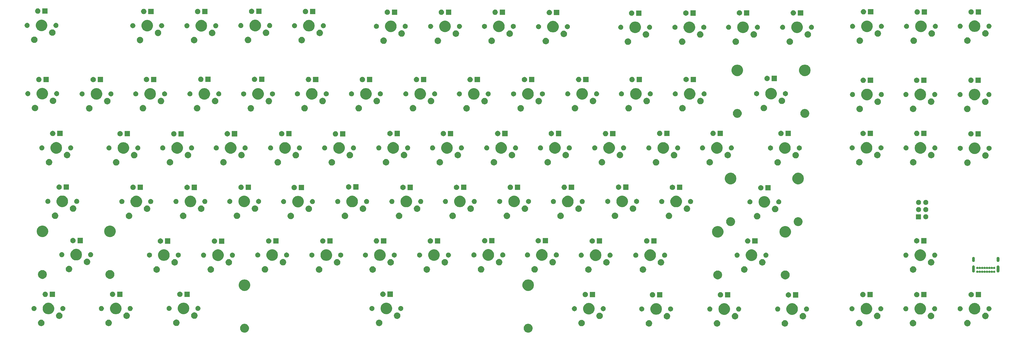
<source format=gbr>
G04 #@! TF.GenerationSoftware,KiCad,Pcbnew,5.1.4+dfsg1-1*
G04 #@! TF.CreationDate,2019-08-31T16:21:19+10:00*
G04 #@! TF.ProjectId,nummacro,6e756d6d-6163-4726-9f2e-6b696361645f,rev?*
G04 #@! TF.SameCoordinates,Original*
G04 #@! TF.FileFunction,Soldermask,Top*
G04 #@! TF.FilePolarity,Negative*
%FSLAX46Y46*%
G04 Gerber Fmt 4.6, Leading zero omitted, Abs format (unit mm)*
G04 Created by KiCad (PCBNEW 5.1.4+dfsg1-1) date 2019-08-31 16:21:19*
%MOMM*%
%LPD*%
G04 APERTURE LIST*
%ADD10C,0.150000*%
G04 APERTURE END LIST*
D10*
G36*
X210224924Y-139025047D02*
G01*
X210426494Y-139065142D01*
X210711305Y-139183115D01*
X210967629Y-139354385D01*
X211185615Y-139572371D01*
X211356885Y-139828695D01*
X211474858Y-140113506D01*
X211535000Y-140415861D01*
X211535000Y-140724139D01*
X211474858Y-141026494D01*
X211356885Y-141311305D01*
X211185615Y-141567629D01*
X210967629Y-141785615D01*
X210711305Y-141956885D01*
X210426494Y-142074858D01*
X210224924Y-142114953D01*
X210124140Y-142135000D01*
X209815860Y-142135000D01*
X209715076Y-142114953D01*
X209513506Y-142074858D01*
X209228695Y-141956885D01*
X208972371Y-141785615D01*
X208754385Y-141567629D01*
X208583115Y-141311305D01*
X208465142Y-141026494D01*
X208405000Y-140724139D01*
X208405000Y-140415861D01*
X208465142Y-140113506D01*
X208583115Y-139828695D01*
X208754385Y-139572371D01*
X208972371Y-139354385D01*
X209228695Y-139183115D01*
X209513506Y-139065142D01*
X209715076Y-139025047D01*
X209815860Y-139005000D01*
X210124140Y-139005000D01*
X210224924Y-139025047D01*
X210224924Y-139025047D01*
G37*
G36*
X110224924Y-139025047D02*
G01*
X110426494Y-139065142D01*
X110711305Y-139183115D01*
X110967629Y-139354385D01*
X111185615Y-139572371D01*
X111356885Y-139828695D01*
X111474858Y-140113506D01*
X111535000Y-140415861D01*
X111535000Y-140724139D01*
X111474858Y-141026494D01*
X111356885Y-141311305D01*
X111185615Y-141567629D01*
X110967629Y-141785615D01*
X110711305Y-141956885D01*
X110426494Y-142074858D01*
X110224924Y-142114953D01*
X110124140Y-142135000D01*
X109815860Y-142135000D01*
X109715076Y-142114953D01*
X109513506Y-142074858D01*
X109228695Y-141956885D01*
X108972371Y-141785615D01*
X108754385Y-141567629D01*
X108583115Y-141311305D01*
X108465142Y-141026494D01*
X108405000Y-140724139D01*
X108405000Y-140415861D01*
X108465142Y-140113506D01*
X108583115Y-139828695D01*
X108754385Y-139572371D01*
X108972371Y-139354385D01*
X109228695Y-139183115D01*
X109513506Y-139065142D01*
X109715076Y-139025047D01*
X109815860Y-139005000D01*
X110124140Y-139005000D01*
X110224924Y-139025047D01*
X110224924Y-139025047D01*
G37*
G36*
X276892524Y-137753809D02*
G01*
X277099991Y-137839744D01*
X277099993Y-137839745D01*
X277286708Y-137964504D01*
X277445496Y-138123292D01*
X277570255Y-138310007D01*
X277570256Y-138310009D01*
X277656191Y-138517476D01*
X277700000Y-138737718D01*
X277700000Y-138962282D01*
X277656191Y-139182524D01*
X277656190Y-139182526D01*
X277570255Y-139389993D01*
X277445496Y-139576708D01*
X277286708Y-139735496D01*
X277099993Y-139860255D01*
X277099992Y-139860256D01*
X277099991Y-139860256D01*
X276892524Y-139946191D01*
X276672282Y-139990000D01*
X276447718Y-139990000D01*
X276227476Y-139946191D01*
X276020009Y-139860256D01*
X276020008Y-139860256D01*
X276020007Y-139860255D01*
X275833292Y-139735496D01*
X275674504Y-139576708D01*
X275549745Y-139389993D01*
X275463810Y-139182526D01*
X275463809Y-139182524D01*
X275420000Y-138962282D01*
X275420000Y-138737718D01*
X275463809Y-138517476D01*
X275549744Y-138310009D01*
X275549745Y-138310007D01*
X275674504Y-138123292D01*
X275833292Y-137964504D01*
X276020007Y-137839745D01*
X276020009Y-137839744D01*
X276227476Y-137753809D01*
X276447718Y-137710000D01*
X276672282Y-137710000D01*
X276892524Y-137753809D01*
X276892524Y-137753809D01*
G37*
G36*
X300822524Y-137753809D02*
G01*
X301029991Y-137839744D01*
X301029993Y-137839745D01*
X301216708Y-137964504D01*
X301375496Y-138123292D01*
X301500255Y-138310007D01*
X301500256Y-138310009D01*
X301586191Y-138517476D01*
X301630000Y-138737718D01*
X301630000Y-138962282D01*
X301586191Y-139182524D01*
X301586190Y-139182526D01*
X301500255Y-139389993D01*
X301375496Y-139576708D01*
X301216708Y-139735496D01*
X301029993Y-139860255D01*
X301029992Y-139860256D01*
X301029991Y-139860256D01*
X300822524Y-139946191D01*
X300602282Y-139990000D01*
X300377718Y-139990000D01*
X300157476Y-139946191D01*
X299950009Y-139860256D01*
X299950008Y-139860256D01*
X299950007Y-139860255D01*
X299763292Y-139735496D01*
X299604504Y-139576708D01*
X299479745Y-139389993D01*
X299393810Y-139182526D01*
X299393809Y-139182524D01*
X299350000Y-138962282D01*
X299350000Y-138737718D01*
X299393809Y-138517476D01*
X299479744Y-138310009D01*
X299479745Y-138310007D01*
X299604504Y-138123292D01*
X299763292Y-137964504D01*
X299950007Y-137839745D01*
X299950009Y-137839744D01*
X300157476Y-137753809D01*
X300377718Y-137710000D01*
X300602282Y-137710000D01*
X300822524Y-137753809D01*
X300822524Y-137753809D01*
G37*
G36*
X252892524Y-137733809D02*
G01*
X253014911Y-137784503D01*
X253099993Y-137819745D01*
X253286708Y-137944504D01*
X253445496Y-138103292D01*
X253568564Y-138287476D01*
X253570256Y-138290009D01*
X253656191Y-138497476D01*
X253700000Y-138717718D01*
X253700000Y-138942282D01*
X253656191Y-139162524D01*
X253656190Y-139162526D01*
X253570255Y-139369993D01*
X253445496Y-139556708D01*
X253286708Y-139715496D01*
X253099993Y-139840255D01*
X253099992Y-139840256D01*
X253099991Y-139840256D01*
X252892524Y-139926191D01*
X252672282Y-139970000D01*
X252447718Y-139970000D01*
X252227476Y-139926191D01*
X252020009Y-139840256D01*
X252020008Y-139840256D01*
X252020007Y-139840255D01*
X251833292Y-139715496D01*
X251674504Y-139556708D01*
X251549745Y-139369993D01*
X251463810Y-139162526D01*
X251463809Y-139162524D01*
X251420000Y-138942282D01*
X251420000Y-138717718D01*
X251463809Y-138497476D01*
X251549744Y-138290009D01*
X251551436Y-138287476D01*
X251674504Y-138103292D01*
X251833292Y-137944504D01*
X252020007Y-137819745D01*
X252105089Y-137784503D01*
X252227476Y-137733809D01*
X252447718Y-137690000D01*
X252672282Y-137690000D01*
X252892524Y-137733809D01*
X252892524Y-137733809D01*
G37*
G36*
X345992524Y-137663809D02*
G01*
X346175851Y-137739745D01*
X346199993Y-137749745D01*
X346386708Y-137874504D01*
X346545496Y-138033292D01*
X346670255Y-138220007D01*
X346670256Y-138220009D01*
X346756191Y-138427476D01*
X346800000Y-138647718D01*
X346800000Y-138872282D01*
X346756191Y-139092524D01*
X346727196Y-139162524D01*
X346670255Y-139299993D01*
X346545496Y-139486708D01*
X346386708Y-139645496D01*
X346199993Y-139770255D01*
X346199992Y-139770256D01*
X346199991Y-139770256D01*
X345992524Y-139856191D01*
X345772282Y-139900000D01*
X345547718Y-139900000D01*
X345327476Y-139856191D01*
X345120009Y-139770256D01*
X345120008Y-139770256D01*
X345120007Y-139770255D01*
X344933292Y-139645496D01*
X344774504Y-139486708D01*
X344649745Y-139299993D01*
X344592804Y-139162524D01*
X344563809Y-139092524D01*
X344520000Y-138872282D01*
X344520000Y-138647718D01*
X344563809Y-138427476D01*
X344649744Y-138220009D01*
X344649745Y-138220007D01*
X344774504Y-138033292D01*
X344933292Y-137874504D01*
X345120007Y-137749745D01*
X345144149Y-137739745D01*
X345327476Y-137663809D01*
X345547718Y-137620000D01*
X345772282Y-137620000D01*
X345992524Y-137663809D01*
X345992524Y-137663809D01*
G37*
G36*
X327012524Y-137653809D02*
G01*
X327205665Y-137733810D01*
X327219993Y-137739745D01*
X327406708Y-137864504D01*
X327565496Y-138023292D01*
X327690255Y-138210007D01*
X327690256Y-138210009D01*
X327776191Y-138417476D01*
X327820000Y-138637718D01*
X327820000Y-138862282D01*
X327776191Y-139082524D01*
X327743054Y-139162524D01*
X327690255Y-139289993D01*
X327565496Y-139476708D01*
X327406708Y-139635496D01*
X327219993Y-139760255D01*
X327219992Y-139760256D01*
X327219991Y-139760256D01*
X327012524Y-139846191D01*
X326792282Y-139890000D01*
X326567718Y-139890000D01*
X326347476Y-139846191D01*
X326140009Y-139760256D01*
X326140008Y-139760256D01*
X326140007Y-139760255D01*
X325953292Y-139635496D01*
X325794504Y-139476708D01*
X325669745Y-139289993D01*
X325616946Y-139162524D01*
X325583809Y-139082524D01*
X325540000Y-138862282D01*
X325540000Y-138637718D01*
X325583809Y-138417476D01*
X325669744Y-138210009D01*
X325669745Y-138210007D01*
X325794504Y-138023292D01*
X325953292Y-137864504D01*
X326140007Y-137739745D01*
X326154335Y-137733810D01*
X326347476Y-137653809D01*
X326567718Y-137610000D01*
X326792282Y-137610000D01*
X327012524Y-137653809D01*
X327012524Y-137653809D01*
G37*
G36*
X365152524Y-137643809D02*
G01*
X365335851Y-137719745D01*
X365359993Y-137729745D01*
X365546708Y-137854504D01*
X365705496Y-138013292D01*
X365830255Y-138200007D01*
X365830256Y-138200009D01*
X365916191Y-138407476D01*
X365960000Y-138627718D01*
X365960000Y-138852282D01*
X365916191Y-139072524D01*
X365916190Y-139072526D01*
X365830255Y-139279993D01*
X365705496Y-139466708D01*
X365546708Y-139625496D01*
X365359993Y-139750255D01*
X365359992Y-139750256D01*
X365359991Y-139750256D01*
X365152524Y-139836191D01*
X364932282Y-139880000D01*
X364707718Y-139880000D01*
X364487476Y-139836191D01*
X364280009Y-139750256D01*
X364280008Y-139750256D01*
X364280007Y-139750255D01*
X364093292Y-139625496D01*
X363934504Y-139466708D01*
X363809745Y-139279993D01*
X363723810Y-139072526D01*
X363723809Y-139072524D01*
X363680000Y-138852282D01*
X363680000Y-138627718D01*
X363723809Y-138407476D01*
X363809744Y-138200009D01*
X363809745Y-138200007D01*
X363934504Y-138013292D01*
X364093292Y-137854504D01*
X364280007Y-137729745D01*
X364304149Y-137719745D01*
X364487476Y-137643809D01*
X364707718Y-137600000D01*
X364932282Y-137600000D01*
X365152524Y-137643809D01*
X365152524Y-137643809D01*
G37*
G36*
X229152524Y-137633809D02*
G01*
X229359991Y-137719744D01*
X229359993Y-137719745D01*
X229546708Y-137844504D01*
X229705496Y-138003292D01*
X229830255Y-138190007D01*
X229830256Y-138190009D01*
X229916191Y-138397476D01*
X229960000Y-138617718D01*
X229960000Y-138842282D01*
X229916191Y-139062524D01*
X229855108Y-139209993D01*
X229830255Y-139269993D01*
X229705496Y-139456708D01*
X229546708Y-139615496D01*
X229359993Y-139740255D01*
X229359992Y-139740256D01*
X229359991Y-139740256D01*
X229152524Y-139826191D01*
X228932282Y-139870000D01*
X228707718Y-139870000D01*
X228487476Y-139826191D01*
X228280009Y-139740256D01*
X228280008Y-139740256D01*
X228280007Y-139740255D01*
X228093292Y-139615496D01*
X227934504Y-139456708D01*
X227809745Y-139269993D01*
X227784892Y-139209993D01*
X227723809Y-139062524D01*
X227680000Y-138842282D01*
X227680000Y-138617718D01*
X227723809Y-138397476D01*
X227809744Y-138190009D01*
X227809745Y-138190007D01*
X227934504Y-138003292D01*
X228093292Y-137844504D01*
X228280007Y-137719745D01*
X228280009Y-137719744D01*
X228487476Y-137633809D01*
X228707718Y-137590000D01*
X228932282Y-137590000D01*
X229152524Y-137633809D01*
X229152524Y-137633809D01*
G37*
G36*
X38632524Y-137573809D02*
G01*
X38825665Y-137653810D01*
X38839993Y-137659745D01*
X39026708Y-137784504D01*
X39185496Y-137943292D01*
X39310255Y-138130007D01*
X39310256Y-138130009D01*
X39396191Y-138337476D01*
X39440000Y-138557718D01*
X39440000Y-138782282D01*
X39396191Y-139002524D01*
X39330966Y-139159993D01*
X39310255Y-139209993D01*
X39185496Y-139396708D01*
X39026708Y-139555496D01*
X38839993Y-139680255D01*
X38839992Y-139680256D01*
X38839991Y-139680256D01*
X38632524Y-139766191D01*
X38412282Y-139810000D01*
X38187718Y-139810000D01*
X37967476Y-139766191D01*
X37760009Y-139680256D01*
X37760008Y-139680256D01*
X37760007Y-139680255D01*
X37573292Y-139555496D01*
X37414504Y-139396708D01*
X37289745Y-139209993D01*
X37269034Y-139159993D01*
X37203809Y-139002524D01*
X37160000Y-138782282D01*
X37160000Y-138557718D01*
X37203809Y-138337476D01*
X37289744Y-138130009D01*
X37289745Y-138130007D01*
X37414504Y-137943292D01*
X37573292Y-137784504D01*
X37760007Y-137659745D01*
X37774335Y-137653810D01*
X37967476Y-137573809D01*
X38187718Y-137530000D01*
X38412282Y-137530000D01*
X38632524Y-137573809D01*
X38632524Y-137573809D01*
G37*
G36*
X62382524Y-137573809D02*
G01*
X62575665Y-137653810D01*
X62589993Y-137659745D01*
X62776708Y-137784504D01*
X62935496Y-137943292D01*
X63060255Y-138130007D01*
X63060256Y-138130009D01*
X63146191Y-138337476D01*
X63190000Y-138557718D01*
X63190000Y-138782282D01*
X63146191Y-139002524D01*
X63080966Y-139159993D01*
X63060255Y-139209993D01*
X62935496Y-139396708D01*
X62776708Y-139555496D01*
X62589993Y-139680255D01*
X62589992Y-139680256D01*
X62589991Y-139680256D01*
X62382524Y-139766191D01*
X62162282Y-139810000D01*
X61937718Y-139810000D01*
X61717476Y-139766191D01*
X61510009Y-139680256D01*
X61510008Y-139680256D01*
X61510007Y-139680255D01*
X61323292Y-139555496D01*
X61164504Y-139396708D01*
X61039745Y-139209993D01*
X61019034Y-139159993D01*
X60953809Y-139002524D01*
X60910000Y-138782282D01*
X60910000Y-138557718D01*
X60953809Y-138337476D01*
X61039744Y-138130009D01*
X61039745Y-138130007D01*
X61164504Y-137943292D01*
X61323292Y-137784504D01*
X61510007Y-137659745D01*
X61524335Y-137653810D01*
X61717476Y-137573809D01*
X61937718Y-137530000D01*
X62162282Y-137530000D01*
X62382524Y-137573809D01*
X62382524Y-137573809D01*
G37*
G36*
X157762524Y-137553809D02*
G01*
X157955665Y-137633810D01*
X157969993Y-137639745D01*
X158156708Y-137764504D01*
X158315496Y-137923292D01*
X158440255Y-138110007D01*
X158440256Y-138110009D01*
X158526191Y-138317476D01*
X158570000Y-138537718D01*
X158570000Y-138762282D01*
X158526191Y-138982524D01*
X158526190Y-138982526D01*
X158440255Y-139189993D01*
X158315496Y-139376708D01*
X158156708Y-139535496D01*
X157969993Y-139660255D01*
X157969992Y-139660256D01*
X157969991Y-139660256D01*
X157762524Y-139746191D01*
X157542282Y-139790000D01*
X157317718Y-139790000D01*
X157097476Y-139746191D01*
X156890009Y-139660256D01*
X156890008Y-139660256D01*
X156890007Y-139660255D01*
X156703292Y-139535496D01*
X156544504Y-139376708D01*
X156419745Y-139189993D01*
X156333810Y-138982526D01*
X156333809Y-138982524D01*
X156290000Y-138762282D01*
X156290000Y-138537718D01*
X156333809Y-138317476D01*
X156419744Y-138110009D01*
X156419745Y-138110007D01*
X156544504Y-137923292D01*
X156703292Y-137764504D01*
X156890007Y-137639745D01*
X156904335Y-137633810D01*
X157097476Y-137553809D01*
X157317718Y-137510000D01*
X157542282Y-137510000D01*
X157762524Y-137553809D01*
X157762524Y-137553809D01*
G37*
G36*
X86262524Y-137523809D02*
G01*
X86469991Y-137609744D01*
X86469993Y-137609745D01*
X86656708Y-137734504D01*
X86815496Y-137893292D01*
X86909041Y-138033292D01*
X86940256Y-138080009D01*
X87026191Y-138287476D01*
X87070000Y-138507718D01*
X87070000Y-138732282D01*
X87026191Y-138952524D01*
X86968201Y-139092526D01*
X86940255Y-139159993D01*
X86815496Y-139346708D01*
X86656708Y-139505496D01*
X86469993Y-139630255D01*
X86469992Y-139630256D01*
X86469991Y-139630256D01*
X86262524Y-139716191D01*
X86042282Y-139760000D01*
X85817718Y-139760000D01*
X85597476Y-139716191D01*
X85390009Y-139630256D01*
X85390008Y-139630256D01*
X85390007Y-139630255D01*
X85203292Y-139505496D01*
X85044504Y-139346708D01*
X84919745Y-139159993D01*
X84891799Y-139092526D01*
X84833809Y-138952524D01*
X84790000Y-138732282D01*
X84790000Y-138507718D01*
X84833809Y-138287476D01*
X84919744Y-138080009D01*
X84950959Y-138033292D01*
X85044504Y-137893292D01*
X85203292Y-137734504D01*
X85390007Y-137609745D01*
X85390009Y-137609744D01*
X85597476Y-137523809D01*
X85817718Y-137480000D01*
X86042282Y-137480000D01*
X86262524Y-137523809D01*
X86262524Y-137523809D01*
G37*
G36*
X307172524Y-135213809D02*
G01*
X307379991Y-135299744D01*
X307379993Y-135299745D01*
X307566708Y-135424504D01*
X307725496Y-135583292D01*
X307850255Y-135770007D01*
X307850256Y-135770009D01*
X307936191Y-135977476D01*
X307980000Y-136197718D01*
X307980000Y-136422282D01*
X307936191Y-136642524D01*
X307936190Y-136642526D01*
X307850255Y-136849993D01*
X307725496Y-137036708D01*
X307566708Y-137195496D01*
X307379993Y-137320255D01*
X307379992Y-137320256D01*
X307379991Y-137320256D01*
X307172524Y-137406191D01*
X306952282Y-137450000D01*
X306727718Y-137450000D01*
X306507476Y-137406191D01*
X306300009Y-137320256D01*
X306300008Y-137320256D01*
X306300007Y-137320255D01*
X306113292Y-137195496D01*
X305954504Y-137036708D01*
X305829745Y-136849993D01*
X305743810Y-136642526D01*
X305743809Y-136642524D01*
X305700000Y-136422282D01*
X305700000Y-136197718D01*
X305743809Y-135977476D01*
X305829744Y-135770009D01*
X305829745Y-135770007D01*
X305954504Y-135583292D01*
X306113292Y-135424504D01*
X306300007Y-135299745D01*
X306300009Y-135299744D01*
X306507476Y-135213809D01*
X306727718Y-135170000D01*
X306952282Y-135170000D01*
X307172524Y-135213809D01*
X307172524Y-135213809D01*
G37*
G36*
X283242524Y-135213809D02*
G01*
X283449991Y-135299744D01*
X283449993Y-135299745D01*
X283636708Y-135424504D01*
X283795496Y-135583292D01*
X283920255Y-135770007D01*
X283920256Y-135770009D01*
X284006191Y-135977476D01*
X284050000Y-136197718D01*
X284050000Y-136422282D01*
X284006191Y-136642524D01*
X284006190Y-136642526D01*
X283920255Y-136849993D01*
X283795496Y-137036708D01*
X283636708Y-137195496D01*
X283449993Y-137320255D01*
X283449992Y-137320256D01*
X283449991Y-137320256D01*
X283242524Y-137406191D01*
X283022282Y-137450000D01*
X282797718Y-137450000D01*
X282577476Y-137406191D01*
X282370009Y-137320256D01*
X282370008Y-137320256D01*
X282370007Y-137320255D01*
X282183292Y-137195496D01*
X282024504Y-137036708D01*
X281899745Y-136849993D01*
X281813810Y-136642526D01*
X281813809Y-136642524D01*
X281770000Y-136422282D01*
X281770000Y-136197718D01*
X281813809Y-135977476D01*
X281899744Y-135770009D01*
X281899745Y-135770007D01*
X282024504Y-135583292D01*
X282183292Y-135424504D01*
X282370007Y-135299745D01*
X282370009Y-135299744D01*
X282577476Y-135213809D01*
X282797718Y-135170000D01*
X283022282Y-135170000D01*
X283242524Y-135213809D01*
X283242524Y-135213809D01*
G37*
G36*
X259242524Y-135193809D02*
G01*
X259449991Y-135279744D01*
X259449993Y-135279745D01*
X259636708Y-135404504D01*
X259795496Y-135563292D01*
X259918564Y-135747476D01*
X259920256Y-135750009D01*
X260006191Y-135957476D01*
X260050000Y-136177718D01*
X260050000Y-136402282D01*
X260006191Y-136622524D01*
X260006190Y-136622526D01*
X259920255Y-136829993D01*
X259795496Y-137016708D01*
X259636708Y-137175496D01*
X259449993Y-137300255D01*
X259449992Y-137300256D01*
X259449991Y-137300256D01*
X259242524Y-137386191D01*
X259022282Y-137430000D01*
X258797718Y-137430000D01*
X258577476Y-137386191D01*
X258370009Y-137300256D01*
X258370008Y-137300256D01*
X258370007Y-137300255D01*
X258183292Y-137175496D01*
X258024504Y-137016708D01*
X257899745Y-136829993D01*
X257813810Y-136622526D01*
X257813809Y-136622524D01*
X257770000Y-136402282D01*
X257770000Y-136177718D01*
X257813809Y-135957476D01*
X257899744Y-135750009D01*
X257901436Y-135747476D01*
X258024504Y-135563292D01*
X258183292Y-135404504D01*
X258370007Y-135279745D01*
X258370009Y-135279744D01*
X258577476Y-135193809D01*
X258797718Y-135150000D01*
X259022282Y-135150000D01*
X259242524Y-135193809D01*
X259242524Y-135193809D01*
G37*
G36*
X352342524Y-135123809D02*
G01*
X352525851Y-135199745D01*
X352549993Y-135209745D01*
X352736708Y-135334504D01*
X352895496Y-135493292D01*
X353020255Y-135680007D01*
X353020256Y-135680009D01*
X353106191Y-135887476D01*
X353150000Y-136107718D01*
X353150000Y-136332282D01*
X353106191Y-136552524D01*
X353077196Y-136622524D01*
X353020255Y-136759993D01*
X352895496Y-136946708D01*
X352736708Y-137105496D01*
X352549993Y-137230255D01*
X352549992Y-137230256D01*
X352549991Y-137230256D01*
X352342524Y-137316191D01*
X352122282Y-137360000D01*
X351897718Y-137360000D01*
X351677476Y-137316191D01*
X351470009Y-137230256D01*
X351470008Y-137230256D01*
X351470007Y-137230255D01*
X351283292Y-137105496D01*
X351124504Y-136946708D01*
X350999745Y-136759993D01*
X350942804Y-136622524D01*
X350913809Y-136552524D01*
X350870000Y-136332282D01*
X350870000Y-136107718D01*
X350913809Y-135887476D01*
X350999744Y-135680009D01*
X350999745Y-135680007D01*
X351124504Y-135493292D01*
X351283292Y-135334504D01*
X351470007Y-135209745D01*
X351494149Y-135199745D01*
X351677476Y-135123809D01*
X351897718Y-135080000D01*
X352122282Y-135080000D01*
X352342524Y-135123809D01*
X352342524Y-135123809D01*
G37*
G36*
X333362524Y-135113809D02*
G01*
X333555665Y-135193810D01*
X333569993Y-135199745D01*
X333756708Y-135324504D01*
X333915496Y-135483292D01*
X334040255Y-135670007D01*
X334040256Y-135670009D01*
X334126191Y-135877476D01*
X334170000Y-136097718D01*
X334170000Y-136322282D01*
X334126191Y-136542524D01*
X334093054Y-136622524D01*
X334040255Y-136749993D01*
X333915496Y-136936708D01*
X333756708Y-137095496D01*
X333569993Y-137220255D01*
X333569992Y-137220256D01*
X333569991Y-137220256D01*
X333362524Y-137306191D01*
X333142282Y-137350000D01*
X332917718Y-137350000D01*
X332697476Y-137306191D01*
X332490009Y-137220256D01*
X332490008Y-137220256D01*
X332490007Y-137220255D01*
X332303292Y-137095496D01*
X332144504Y-136936708D01*
X332019745Y-136749993D01*
X331966946Y-136622524D01*
X331933809Y-136542524D01*
X331890000Y-136322282D01*
X331890000Y-136097718D01*
X331933809Y-135877476D01*
X332019744Y-135670009D01*
X332019745Y-135670007D01*
X332144504Y-135483292D01*
X332303292Y-135324504D01*
X332490007Y-135199745D01*
X332504335Y-135193810D01*
X332697476Y-135113809D01*
X332917718Y-135070000D01*
X333142282Y-135070000D01*
X333362524Y-135113809D01*
X333362524Y-135113809D01*
G37*
G36*
X371502524Y-135103809D02*
G01*
X371685851Y-135179745D01*
X371709993Y-135189745D01*
X371896708Y-135314504D01*
X372055496Y-135473292D01*
X372180255Y-135660007D01*
X372180256Y-135660009D01*
X372266191Y-135867476D01*
X372310000Y-136087718D01*
X372310000Y-136312282D01*
X372266191Y-136532524D01*
X372266190Y-136532526D01*
X372180255Y-136739993D01*
X372055496Y-136926708D01*
X371896708Y-137085496D01*
X371709993Y-137210255D01*
X371709992Y-137210256D01*
X371709991Y-137210256D01*
X371502524Y-137296191D01*
X371282282Y-137340000D01*
X371057718Y-137340000D01*
X370837476Y-137296191D01*
X370630009Y-137210256D01*
X370630008Y-137210256D01*
X370630007Y-137210255D01*
X370443292Y-137085496D01*
X370284504Y-136926708D01*
X370159745Y-136739993D01*
X370073810Y-136532526D01*
X370073809Y-136532524D01*
X370030000Y-136312282D01*
X370030000Y-136087718D01*
X370073809Y-135867476D01*
X370159744Y-135660009D01*
X370159745Y-135660007D01*
X370284504Y-135473292D01*
X370443292Y-135314504D01*
X370630007Y-135189745D01*
X370654149Y-135179745D01*
X370837476Y-135103809D01*
X371057718Y-135060000D01*
X371282282Y-135060000D01*
X371502524Y-135103809D01*
X371502524Y-135103809D01*
G37*
G36*
X235502524Y-135093809D02*
G01*
X235697507Y-135174573D01*
X235709993Y-135179745D01*
X235896708Y-135304504D01*
X236055496Y-135463292D01*
X236167959Y-135631605D01*
X236180256Y-135650009D01*
X236266191Y-135857476D01*
X236310000Y-136077718D01*
X236310000Y-136302282D01*
X236266191Y-136522524D01*
X236205108Y-136669993D01*
X236180255Y-136729993D01*
X236055496Y-136916708D01*
X235896708Y-137075496D01*
X235709993Y-137200255D01*
X235709992Y-137200256D01*
X235709991Y-137200256D01*
X235502524Y-137286191D01*
X235282282Y-137330000D01*
X235057718Y-137330000D01*
X234837476Y-137286191D01*
X234630009Y-137200256D01*
X234630008Y-137200256D01*
X234630007Y-137200255D01*
X234443292Y-137075496D01*
X234284504Y-136916708D01*
X234159745Y-136729993D01*
X234134892Y-136669993D01*
X234073809Y-136522524D01*
X234030000Y-136302282D01*
X234030000Y-136077718D01*
X234073809Y-135857476D01*
X234159744Y-135650009D01*
X234172041Y-135631605D01*
X234284504Y-135463292D01*
X234443292Y-135304504D01*
X234630007Y-135179745D01*
X234642493Y-135174573D01*
X234837476Y-135093809D01*
X235057718Y-135050000D01*
X235282282Y-135050000D01*
X235502524Y-135093809D01*
X235502524Y-135093809D01*
G37*
G36*
X44982524Y-135033809D02*
G01*
X45175665Y-135113810D01*
X45189993Y-135119745D01*
X45376708Y-135244504D01*
X45535496Y-135403292D01*
X45660255Y-135590007D01*
X45660256Y-135590009D01*
X45746191Y-135797476D01*
X45790000Y-136017718D01*
X45790000Y-136242282D01*
X45746191Y-136462524D01*
X45680966Y-136619993D01*
X45660255Y-136669993D01*
X45535496Y-136856708D01*
X45376708Y-137015496D01*
X45189993Y-137140255D01*
X45189992Y-137140256D01*
X45189991Y-137140256D01*
X44982524Y-137226191D01*
X44762282Y-137270000D01*
X44537718Y-137270000D01*
X44317476Y-137226191D01*
X44110009Y-137140256D01*
X44110008Y-137140256D01*
X44110007Y-137140255D01*
X43923292Y-137015496D01*
X43764504Y-136856708D01*
X43639745Y-136669993D01*
X43619034Y-136619993D01*
X43553809Y-136462524D01*
X43510000Y-136242282D01*
X43510000Y-136017718D01*
X43553809Y-135797476D01*
X43639744Y-135590009D01*
X43639745Y-135590007D01*
X43764504Y-135403292D01*
X43923292Y-135244504D01*
X44110007Y-135119745D01*
X44124335Y-135113810D01*
X44317476Y-135033809D01*
X44537718Y-134990000D01*
X44762282Y-134990000D01*
X44982524Y-135033809D01*
X44982524Y-135033809D01*
G37*
G36*
X68732524Y-135033809D02*
G01*
X68925665Y-135113810D01*
X68939993Y-135119745D01*
X69126708Y-135244504D01*
X69285496Y-135403292D01*
X69410255Y-135590007D01*
X69410256Y-135590009D01*
X69496191Y-135797476D01*
X69540000Y-136017718D01*
X69540000Y-136242282D01*
X69496191Y-136462524D01*
X69430966Y-136619993D01*
X69410255Y-136669993D01*
X69285496Y-136856708D01*
X69126708Y-137015496D01*
X68939993Y-137140255D01*
X68939992Y-137140256D01*
X68939991Y-137140256D01*
X68732524Y-137226191D01*
X68512282Y-137270000D01*
X68287718Y-137270000D01*
X68067476Y-137226191D01*
X67860009Y-137140256D01*
X67860008Y-137140256D01*
X67860007Y-137140255D01*
X67673292Y-137015496D01*
X67514504Y-136856708D01*
X67389745Y-136669993D01*
X67369034Y-136619993D01*
X67303809Y-136462524D01*
X67260000Y-136242282D01*
X67260000Y-136017718D01*
X67303809Y-135797476D01*
X67389744Y-135590009D01*
X67389745Y-135590007D01*
X67514504Y-135403292D01*
X67673292Y-135244504D01*
X67860007Y-135119745D01*
X67874335Y-135113810D01*
X68067476Y-135033809D01*
X68287718Y-134990000D01*
X68512282Y-134990000D01*
X68732524Y-135033809D01*
X68732524Y-135033809D01*
G37*
G36*
X164112524Y-135013809D02*
G01*
X164305665Y-135093810D01*
X164319993Y-135099745D01*
X164506708Y-135224504D01*
X164665496Y-135383292D01*
X164790255Y-135570007D01*
X164790256Y-135570009D01*
X164876191Y-135777476D01*
X164920000Y-135997718D01*
X164920000Y-136222282D01*
X164876191Y-136442524D01*
X164876190Y-136442526D01*
X164790255Y-136649993D01*
X164665496Y-136836708D01*
X164506708Y-136995496D01*
X164319993Y-137120255D01*
X164319992Y-137120256D01*
X164319991Y-137120256D01*
X164112524Y-137206191D01*
X163892282Y-137250000D01*
X163667718Y-137250000D01*
X163447476Y-137206191D01*
X163240009Y-137120256D01*
X163240008Y-137120256D01*
X163240007Y-137120255D01*
X163053292Y-136995496D01*
X162894504Y-136836708D01*
X162769745Y-136649993D01*
X162683810Y-136442526D01*
X162683809Y-136442524D01*
X162640000Y-136222282D01*
X162640000Y-135997718D01*
X162683809Y-135777476D01*
X162769744Y-135570009D01*
X162769745Y-135570007D01*
X162894504Y-135383292D01*
X163053292Y-135224504D01*
X163240007Y-135099745D01*
X163254335Y-135093810D01*
X163447476Y-135013809D01*
X163667718Y-134970000D01*
X163892282Y-134970000D01*
X164112524Y-135013809D01*
X164112524Y-135013809D01*
G37*
G36*
X92612524Y-134983809D02*
G01*
X92819991Y-135069744D01*
X92819993Y-135069745D01*
X93006708Y-135194504D01*
X93165496Y-135353292D01*
X93284640Y-135531604D01*
X93290256Y-135540009D01*
X93376191Y-135747476D01*
X93420000Y-135967718D01*
X93420000Y-136192282D01*
X93376191Y-136412524D01*
X93318201Y-136552526D01*
X93290255Y-136619993D01*
X93165496Y-136806708D01*
X93006708Y-136965496D01*
X92819993Y-137090255D01*
X92819992Y-137090256D01*
X92819991Y-137090256D01*
X92612524Y-137176191D01*
X92392282Y-137220000D01*
X92167718Y-137220000D01*
X91947476Y-137176191D01*
X91740009Y-137090256D01*
X91740008Y-137090256D01*
X91740007Y-137090255D01*
X91553292Y-136965496D01*
X91394504Y-136806708D01*
X91269745Y-136619993D01*
X91241799Y-136552526D01*
X91183809Y-136412524D01*
X91140000Y-136192282D01*
X91140000Y-135967718D01*
X91183809Y-135747476D01*
X91269744Y-135540009D01*
X91275360Y-135531604D01*
X91394504Y-135353292D01*
X91553292Y-135194504D01*
X91740007Y-135069745D01*
X91740009Y-135069744D01*
X91947476Y-134983809D01*
X92167718Y-134940000D01*
X92392282Y-134940000D01*
X92612524Y-134983809D01*
X92612524Y-134983809D01*
G37*
G36*
X279695044Y-131808395D02*
G01*
X279695047Y-131808396D01*
X279695046Y-131808396D01*
X280066303Y-131962175D01*
X280333962Y-132141020D01*
X280370491Y-132165427D01*
X280400424Y-132185428D01*
X280684572Y-132469576D01*
X280907825Y-132803697D01*
X281020183Y-133074954D01*
X281061605Y-133174956D01*
X281140000Y-133569076D01*
X281140000Y-133970924D01*
X281061605Y-134365044D01*
X281055945Y-134378708D01*
X280907825Y-134736303D01*
X280758072Y-134960423D01*
X280684856Y-135070000D01*
X280684572Y-135070424D01*
X280400424Y-135354572D01*
X280066303Y-135577825D01*
X279819608Y-135680009D01*
X279695044Y-135731605D01*
X279300924Y-135810000D01*
X278899076Y-135810000D01*
X278504956Y-135731605D01*
X278380392Y-135680009D01*
X278133697Y-135577825D01*
X277799576Y-135354572D01*
X277515428Y-135070424D01*
X277515145Y-135070000D01*
X277441928Y-134960423D01*
X277292175Y-134736303D01*
X277144055Y-134378708D01*
X277138395Y-134365044D01*
X277060000Y-133970924D01*
X277060000Y-133569076D01*
X277138395Y-133174956D01*
X277179817Y-133074954D01*
X277292175Y-132803697D01*
X277515428Y-132469576D01*
X277799576Y-132185428D01*
X277829510Y-132165427D01*
X277866038Y-132141020D01*
X278133697Y-131962175D01*
X278504954Y-131808396D01*
X278504953Y-131808396D01*
X278504956Y-131808395D01*
X278899076Y-131730000D01*
X279300924Y-131730000D01*
X279695044Y-131808395D01*
X279695044Y-131808395D01*
G37*
G36*
X303625044Y-131808395D02*
G01*
X303625047Y-131808396D01*
X303625046Y-131808396D01*
X303996303Y-131962175D01*
X304263962Y-132141020D01*
X304300491Y-132165427D01*
X304330424Y-132185428D01*
X304614572Y-132469576D01*
X304837825Y-132803697D01*
X304950183Y-133074954D01*
X304991605Y-133174956D01*
X305070000Y-133569076D01*
X305070000Y-133970924D01*
X304991605Y-134365044D01*
X304985945Y-134378708D01*
X304837825Y-134736303D01*
X304688072Y-134960423D01*
X304614856Y-135070000D01*
X304614572Y-135070424D01*
X304330424Y-135354572D01*
X303996303Y-135577825D01*
X303749608Y-135680009D01*
X303625044Y-135731605D01*
X303230924Y-135810000D01*
X302829076Y-135810000D01*
X302434956Y-135731605D01*
X302310392Y-135680009D01*
X302063697Y-135577825D01*
X301729576Y-135354572D01*
X301445428Y-135070424D01*
X301445145Y-135070000D01*
X301371928Y-134960423D01*
X301222175Y-134736303D01*
X301074055Y-134378708D01*
X301068395Y-134365044D01*
X300990000Y-133970924D01*
X300990000Y-133569076D01*
X301068395Y-133174956D01*
X301109817Y-133074954D01*
X301222175Y-132803697D01*
X301445428Y-132469576D01*
X301729576Y-132185428D01*
X301759510Y-132165427D01*
X301796038Y-132141020D01*
X302063697Y-131962175D01*
X302434954Y-131808396D01*
X302434953Y-131808396D01*
X302434956Y-131808395D01*
X302829076Y-131730000D01*
X303230924Y-131730000D01*
X303625044Y-131808395D01*
X303625044Y-131808395D01*
G37*
G36*
X255695044Y-131788395D02*
G01*
X255758743Y-131814780D01*
X256066303Y-131942175D01*
X256295660Y-132095427D01*
X256400423Y-132165427D01*
X256684573Y-132449577D01*
X256728980Y-132516038D01*
X256907825Y-132783697D01*
X256992736Y-132988691D01*
X257061605Y-133154956D01*
X257140000Y-133549076D01*
X257140000Y-133950924D01*
X257061605Y-134345044D01*
X257055945Y-134358708D01*
X256907825Y-134716303D01*
X256758355Y-134940000D01*
X256684573Y-135050423D01*
X256400423Y-135334573D01*
X256335691Y-135377825D01*
X256066303Y-135557825D01*
X255771328Y-135680007D01*
X255695044Y-135711605D01*
X255300924Y-135790000D01*
X254899076Y-135790000D01*
X254504956Y-135711605D01*
X254428672Y-135680007D01*
X254133697Y-135557825D01*
X253864309Y-135377825D01*
X253799577Y-135334573D01*
X253515427Y-135050423D01*
X253441645Y-134940000D01*
X253292175Y-134716303D01*
X253144055Y-134358708D01*
X253138395Y-134345044D01*
X253060000Y-133950924D01*
X253060000Y-133549076D01*
X253138395Y-133154956D01*
X253207264Y-132988691D01*
X253292175Y-132783697D01*
X253471020Y-132516038D01*
X253515427Y-132449577D01*
X253799577Y-132165427D01*
X253904340Y-132095427D01*
X254133697Y-131942175D01*
X254441257Y-131814780D01*
X254504956Y-131788395D01*
X254899076Y-131710000D01*
X255300924Y-131710000D01*
X255695044Y-131788395D01*
X255695044Y-131788395D01*
G37*
G36*
X348795044Y-131718395D02*
G01*
X348795047Y-131718396D01*
X348795046Y-131718396D01*
X349166303Y-131872175D01*
X349433962Y-132051020D01*
X349485457Y-132085427D01*
X349500424Y-132095428D01*
X349784572Y-132379576D01*
X350007825Y-132713697D01*
X350117589Y-132978691D01*
X350161605Y-133084956D01*
X350240000Y-133479076D01*
X350240000Y-133880924D01*
X350161605Y-134275044D01*
X350161604Y-134275046D01*
X350007825Y-134646303D01*
X349878118Y-134840423D01*
X349784573Y-134980423D01*
X349500423Y-135264573D01*
X349447784Y-135299745D01*
X349166303Y-135487825D01*
X348919608Y-135590009D01*
X348795044Y-135641605D01*
X348400924Y-135720000D01*
X347999076Y-135720000D01*
X347604956Y-135641605D01*
X347480392Y-135590009D01*
X347233697Y-135487825D01*
X346952216Y-135299745D01*
X346899577Y-135264573D01*
X346615427Y-134980423D01*
X346521882Y-134840423D01*
X346392175Y-134646303D01*
X346238396Y-134275046D01*
X346238395Y-134275044D01*
X346160000Y-133880924D01*
X346160000Y-133479076D01*
X346238395Y-133084956D01*
X346282411Y-132978691D01*
X346392175Y-132713697D01*
X346615428Y-132379576D01*
X346899576Y-132095428D01*
X346914544Y-132085427D01*
X346966038Y-132051020D01*
X347233697Y-131872175D01*
X347604954Y-131718396D01*
X347604953Y-131718396D01*
X347604956Y-131718395D01*
X347999076Y-131640000D01*
X348400924Y-131640000D01*
X348795044Y-131718395D01*
X348795044Y-131718395D01*
G37*
G36*
X329815044Y-131708395D02*
G01*
X329867203Y-131730000D01*
X330186303Y-131862175D01*
X330453962Y-132041020D01*
X330520423Y-132085427D01*
X330804573Y-132369577D01*
X330848980Y-132436038D01*
X331027825Y-132703697D01*
X331145873Y-132988691D01*
X331181605Y-133074956D01*
X331260000Y-133469076D01*
X331260000Y-133870924D01*
X331181605Y-134265044D01*
X331181604Y-134265046D01*
X331027825Y-134636303D01*
X330891436Y-134840423D01*
X330804573Y-134970423D01*
X330520423Y-135254573D01*
X330482752Y-135279744D01*
X330186303Y-135477825D01*
X329878743Y-135605220D01*
X329815044Y-135631605D01*
X329420924Y-135710000D01*
X329019076Y-135710000D01*
X328624956Y-135631605D01*
X328561257Y-135605220D01*
X328253697Y-135477825D01*
X327957248Y-135279744D01*
X327919577Y-135254573D01*
X327635427Y-134970423D01*
X327548564Y-134840423D01*
X327412175Y-134636303D01*
X327258396Y-134265046D01*
X327258395Y-134265044D01*
X327180000Y-133870924D01*
X327180000Y-133469076D01*
X327258395Y-133074956D01*
X327294127Y-132988691D01*
X327412175Y-132703697D01*
X327591020Y-132436038D01*
X327635427Y-132369577D01*
X327919577Y-132085427D01*
X327986038Y-132041020D01*
X328253697Y-131862175D01*
X328572797Y-131730000D01*
X328624956Y-131708395D01*
X329019076Y-131630000D01*
X329420924Y-131630000D01*
X329815044Y-131708395D01*
X329815044Y-131708395D01*
G37*
G36*
X367955044Y-131698395D02*
G01*
X368018743Y-131724780D01*
X368326303Y-131852175D01*
X368555660Y-132005427D01*
X368660423Y-132075427D01*
X368944573Y-132359577D01*
X368988980Y-132426038D01*
X369167825Y-132693697D01*
X369271899Y-132944956D01*
X369321605Y-133064956D01*
X369400000Y-133459076D01*
X369400000Y-133860924D01*
X369321605Y-134255044D01*
X369321604Y-134255046D01*
X369167825Y-134626303D01*
X369004709Y-134870423D01*
X368944573Y-134960423D01*
X368660423Y-135244573D01*
X368607784Y-135279745D01*
X368326303Y-135467825D01*
X368079608Y-135570009D01*
X367955044Y-135621605D01*
X367560924Y-135700000D01*
X367159076Y-135700000D01*
X366764956Y-135621605D01*
X366640392Y-135570009D01*
X366393697Y-135467825D01*
X366112216Y-135279745D01*
X366059577Y-135244573D01*
X365775427Y-134960423D01*
X365715291Y-134870423D01*
X365552175Y-134626303D01*
X365398396Y-134255046D01*
X365398395Y-134255044D01*
X365320000Y-133860924D01*
X365320000Y-133459076D01*
X365398395Y-133064956D01*
X365448101Y-132944956D01*
X365552175Y-132693697D01*
X365731020Y-132426038D01*
X365775427Y-132359577D01*
X366059577Y-132075427D01*
X366164340Y-132005427D01*
X366393697Y-131852175D01*
X366701257Y-131724780D01*
X366764956Y-131698395D01*
X367159076Y-131620000D01*
X367560924Y-131620000D01*
X367955044Y-131698395D01*
X367955044Y-131698395D01*
G37*
G36*
X231955044Y-131688395D02*
G01*
X232007203Y-131710000D01*
X232326303Y-131842175D01*
X232570626Y-132005427D01*
X232660423Y-132065427D01*
X232944573Y-132349577D01*
X232964618Y-132379577D01*
X233167825Y-132683697D01*
X233295220Y-132991257D01*
X233321605Y-133054956D01*
X233400000Y-133449076D01*
X233400000Y-133850924D01*
X233321605Y-134245044D01*
X233295220Y-134308743D01*
X233167825Y-134616303D01*
X233087643Y-134736303D01*
X232944573Y-134950423D01*
X232660423Y-135234573D01*
X232593962Y-135278980D01*
X232326303Y-135457825D01*
X232023393Y-135583294D01*
X231955044Y-135611605D01*
X231560924Y-135690000D01*
X231159076Y-135690000D01*
X230764956Y-135611605D01*
X230696607Y-135583294D01*
X230393697Y-135457825D01*
X230126038Y-135278980D01*
X230059577Y-135234573D01*
X229775427Y-134950423D01*
X229632357Y-134736303D01*
X229552175Y-134616303D01*
X229424780Y-134308743D01*
X229398395Y-134245044D01*
X229320000Y-133850924D01*
X229320000Y-133449076D01*
X229398395Y-133054956D01*
X229424780Y-132991257D01*
X229552175Y-132683697D01*
X229755382Y-132379577D01*
X229775427Y-132349577D01*
X230059577Y-132065427D01*
X230149374Y-132005427D01*
X230393697Y-131842175D01*
X230712797Y-131710000D01*
X230764956Y-131688395D01*
X231159076Y-131610000D01*
X231560924Y-131610000D01*
X231955044Y-131688395D01*
X231955044Y-131688395D01*
G37*
G36*
X65185044Y-131628395D02*
G01*
X65213061Y-131640000D01*
X65556303Y-131782175D01*
X65795759Y-131942175D01*
X65890423Y-132005427D01*
X66174573Y-132289577D01*
X66218980Y-132356038D01*
X66397825Y-132623697D01*
X66503447Y-132878692D01*
X66551605Y-132994956D01*
X66630000Y-133389076D01*
X66630000Y-133790924D01*
X66551605Y-134185044D01*
X66538227Y-134217342D01*
X66397825Y-134556303D01*
X66218980Y-134823962D01*
X66174573Y-134890423D01*
X65890423Y-135174573D01*
X65837784Y-135209745D01*
X65556303Y-135397825D01*
X65248743Y-135525220D01*
X65185044Y-135551605D01*
X64790924Y-135630000D01*
X64389076Y-135630000D01*
X63994956Y-135551605D01*
X63931257Y-135525220D01*
X63623697Y-135397825D01*
X63342216Y-135209745D01*
X63289577Y-135174573D01*
X63005427Y-134890423D01*
X62961020Y-134823962D01*
X62782175Y-134556303D01*
X62641773Y-134217342D01*
X62628395Y-134185044D01*
X62550000Y-133790924D01*
X62550000Y-133389076D01*
X62628395Y-132994956D01*
X62676553Y-132878692D01*
X62782175Y-132623697D01*
X62961020Y-132356038D01*
X63005427Y-132289577D01*
X63289577Y-132005427D01*
X63384241Y-131942175D01*
X63623697Y-131782175D01*
X63966939Y-131640000D01*
X63994956Y-131628395D01*
X64389076Y-131550000D01*
X64790924Y-131550000D01*
X65185044Y-131628395D01*
X65185044Y-131628395D01*
G37*
G36*
X41435044Y-131628395D02*
G01*
X41463061Y-131640000D01*
X41806303Y-131782175D01*
X42045759Y-131942175D01*
X42140423Y-132005427D01*
X42424573Y-132289577D01*
X42468980Y-132356038D01*
X42647825Y-132623697D01*
X42753447Y-132878692D01*
X42801605Y-132994956D01*
X42880000Y-133389076D01*
X42880000Y-133790924D01*
X42801605Y-134185044D01*
X42788227Y-134217342D01*
X42647825Y-134556303D01*
X42468980Y-134823962D01*
X42424573Y-134890423D01*
X42140423Y-135174573D01*
X42087784Y-135209745D01*
X41806303Y-135397825D01*
X41498743Y-135525220D01*
X41435044Y-135551605D01*
X41040924Y-135630000D01*
X40639076Y-135630000D01*
X40244956Y-135551605D01*
X40181257Y-135525220D01*
X39873697Y-135397825D01*
X39592216Y-135209745D01*
X39539577Y-135174573D01*
X39255427Y-134890423D01*
X39211020Y-134823962D01*
X39032175Y-134556303D01*
X38891773Y-134217342D01*
X38878395Y-134185044D01*
X38800000Y-133790924D01*
X38800000Y-133389076D01*
X38878395Y-132994956D01*
X38926553Y-132878692D01*
X39032175Y-132623697D01*
X39211020Y-132356038D01*
X39255427Y-132289577D01*
X39539577Y-132005427D01*
X39634241Y-131942175D01*
X39873697Y-131782175D01*
X40216939Y-131640000D01*
X40244956Y-131628395D01*
X40639076Y-131550000D01*
X41040924Y-131550000D01*
X41435044Y-131628395D01*
X41435044Y-131628395D01*
G37*
G36*
X160565044Y-131608395D02*
G01*
X160617203Y-131630000D01*
X160936303Y-131762175D01*
X161100929Y-131872175D01*
X161270423Y-131985427D01*
X161554573Y-132269577D01*
X161598980Y-132336038D01*
X161777825Y-132603697D01*
X161896950Y-132891292D01*
X161931605Y-132974956D01*
X162010000Y-133369076D01*
X162010000Y-133770924D01*
X161931605Y-134165044D01*
X161923321Y-134185044D01*
X161777825Y-134536303D01*
X161644190Y-134736301D01*
X161554573Y-134870423D01*
X161270423Y-135154573D01*
X161217784Y-135189745D01*
X160936303Y-135377825D01*
X160681682Y-135483292D01*
X160565044Y-135531605D01*
X160170924Y-135610000D01*
X159769076Y-135610000D01*
X159374956Y-135531605D01*
X159258318Y-135483292D01*
X159003697Y-135377825D01*
X158722216Y-135189745D01*
X158669577Y-135154573D01*
X158385427Y-134870423D01*
X158295810Y-134736301D01*
X158162175Y-134536303D01*
X158016679Y-134185044D01*
X158008395Y-134165044D01*
X157930000Y-133770924D01*
X157930000Y-133369076D01*
X158008395Y-132974956D01*
X158043050Y-132891292D01*
X158162175Y-132603697D01*
X158341020Y-132336038D01*
X158385427Y-132269577D01*
X158669577Y-131985427D01*
X158839071Y-131872175D01*
X159003697Y-131762175D01*
X159322797Y-131630000D01*
X159374956Y-131608395D01*
X159769076Y-131530000D01*
X160170924Y-131530000D01*
X160565044Y-131608395D01*
X160565044Y-131608395D01*
G37*
G36*
X89065044Y-131578395D02*
G01*
X89065047Y-131578396D01*
X89065046Y-131578396D01*
X89436303Y-131732175D01*
X89600929Y-131842175D01*
X89770423Y-131955427D01*
X90054573Y-132239577D01*
X90074618Y-132269577D01*
X90277825Y-132573697D01*
X90404699Y-132880000D01*
X90431605Y-132944956D01*
X90510000Y-133339076D01*
X90510000Y-133740924D01*
X90431605Y-134135044D01*
X90419178Y-134165046D01*
X90277825Y-134506303D01*
X90098980Y-134773962D01*
X90054573Y-134840423D01*
X89770423Y-135124573D01*
X89703962Y-135168980D01*
X89436303Y-135347825D01*
X89133393Y-135473294D01*
X89065044Y-135501605D01*
X88670924Y-135580000D01*
X88269076Y-135580000D01*
X87874956Y-135501605D01*
X87806607Y-135473294D01*
X87503697Y-135347825D01*
X87236038Y-135168980D01*
X87169577Y-135124573D01*
X86885427Y-134840423D01*
X86841020Y-134773962D01*
X86662175Y-134506303D01*
X86520822Y-134165046D01*
X86508395Y-134135044D01*
X86430000Y-133740924D01*
X86430000Y-133339076D01*
X86508395Y-132944956D01*
X86535301Y-132880000D01*
X86662175Y-132573697D01*
X86865382Y-132269577D01*
X86885427Y-132239577D01*
X87169577Y-131955427D01*
X87339071Y-131842175D01*
X87503697Y-131732175D01*
X87874954Y-131578396D01*
X87874953Y-131578396D01*
X87874956Y-131578395D01*
X88269076Y-131500000D01*
X88670924Y-131500000D01*
X89065044Y-131578395D01*
X89065044Y-131578395D01*
G37*
G36*
X298209602Y-132914202D02*
G01*
X298365294Y-132978692D01*
X298371573Y-132981293D01*
X298517342Y-133078692D01*
X298641308Y-133202658D01*
X298726660Y-133330398D01*
X298738708Y-133348429D01*
X298805798Y-133510398D01*
X298840000Y-133682341D01*
X298840000Y-133857659D01*
X298805798Y-134029602D01*
X298741411Y-134185046D01*
X298738707Y-134191573D01*
X298641308Y-134337342D01*
X298517342Y-134461308D01*
X298371573Y-134558707D01*
X298371572Y-134558708D01*
X298371571Y-134558708D01*
X298209602Y-134625798D01*
X298037659Y-134660000D01*
X297862341Y-134660000D01*
X297690398Y-134625798D01*
X297528429Y-134558708D01*
X297528428Y-134558708D01*
X297528427Y-134558707D01*
X297382658Y-134461308D01*
X297258692Y-134337342D01*
X297161293Y-134191573D01*
X297158589Y-134185046D01*
X297094202Y-134029602D01*
X297060000Y-133857659D01*
X297060000Y-133682341D01*
X297094202Y-133510398D01*
X297161292Y-133348429D01*
X297173340Y-133330398D01*
X297258692Y-133202658D01*
X297382658Y-133078692D01*
X297528427Y-132981293D01*
X297534706Y-132978692D01*
X297690398Y-132914202D01*
X297862341Y-132880000D01*
X298037659Y-132880000D01*
X298209602Y-132914202D01*
X298209602Y-132914202D01*
G37*
G36*
X274279602Y-132914202D02*
G01*
X274435294Y-132978692D01*
X274441573Y-132981293D01*
X274587342Y-133078692D01*
X274711308Y-133202658D01*
X274796660Y-133330398D01*
X274808708Y-133348429D01*
X274875798Y-133510398D01*
X274910000Y-133682341D01*
X274910000Y-133857659D01*
X274875798Y-134029602D01*
X274811411Y-134185046D01*
X274808707Y-134191573D01*
X274711308Y-134337342D01*
X274587342Y-134461308D01*
X274441573Y-134558707D01*
X274441572Y-134558708D01*
X274441571Y-134558708D01*
X274279602Y-134625798D01*
X274107659Y-134660000D01*
X273932341Y-134660000D01*
X273760398Y-134625798D01*
X273598429Y-134558708D01*
X273598428Y-134558708D01*
X273598427Y-134558707D01*
X273452658Y-134461308D01*
X273328692Y-134337342D01*
X273231293Y-134191573D01*
X273228589Y-134185046D01*
X273164202Y-134029602D01*
X273130000Y-133857659D01*
X273130000Y-133682341D01*
X273164202Y-133510398D01*
X273231292Y-133348429D01*
X273243340Y-133330398D01*
X273328692Y-133202658D01*
X273452658Y-133078692D01*
X273598427Y-132981293D01*
X273604706Y-132978692D01*
X273760398Y-132914202D01*
X273932341Y-132880000D01*
X274107659Y-132880000D01*
X274279602Y-132914202D01*
X274279602Y-132914202D01*
G37*
G36*
X284439602Y-132914202D02*
G01*
X284595294Y-132978692D01*
X284601573Y-132981293D01*
X284747342Y-133078692D01*
X284871308Y-133202658D01*
X284956660Y-133330398D01*
X284968708Y-133348429D01*
X285035798Y-133510398D01*
X285070000Y-133682341D01*
X285070000Y-133857659D01*
X285035798Y-134029602D01*
X284971411Y-134185046D01*
X284968707Y-134191573D01*
X284871308Y-134337342D01*
X284747342Y-134461308D01*
X284601573Y-134558707D01*
X284601572Y-134558708D01*
X284601571Y-134558708D01*
X284439602Y-134625798D01*
X284267659Y-134660000D01*
X284092341Y-134660000D01*
X283920398Y-134625798D01*
X283758429Y-134558708D01*
X283758428Y-134558708D01*
X283758427Y-134558707D01*
X283612658Y-134461308D01*
X283488692Y-134337342D01*
X283391293Y-134191573D01*
X283388589Y-134185046D01*
X283324202Y-134029602D01*
X283290000Y-133857659D01*
X283290000Y-133682341D01*
X283324202Y-133510398D01*
X283391292Y-133348429D01*
X283403340Y-133330398D01*
X283488692Y-133202658D01*
X283612658Y-133078692D01*
X283758427Y-132981293D01*
X283764706Y-132978692D01*
X283920398Y-132914202D01*
X284092341Y-132880000D01*
X284267659Y-132880000D01*
X284439602Y-132914202D01*
X284439602Y-132914202D01*
G37*
G36*
X308369602Y-132914202D02*
G01*
X308525294Y-132978692D01*
X308531573Y-132981293D01*
X308677342Y-133078692D01*
X308801308Y-133202658D01*
X308886660Y-133330398D01*
X308898708Y-133348429D01*
X308965798Y-133510398D01*
X309000000Y-133682341D01*
X309000000Y-133857659D01*
X308965798Y-134029602D01*
X308901411Y-134185046D01*
X308898707Y-134191573D01*
X308801308Y-134337342D01*
X308677342Y-134461308D01*
X308531573Y-134558707D01*
X308531572Y-134558708D01*
X308531571Y-134558708D01*
X308369602Y-134625798D01*
X308197659Y-134660000D01*
X308022341Y-134660000D01*
X307850398Y-134625798D01*
X307688429Y-134558708D01*
X307688428Y-134558708D01*
X307688427Y-134558707D01*
X307542658Y-134461308D01*
X307418692Y-134337342D01*
X307321293Y-134191573D01*
X307318589Y-134185046D01*
X307254202Y-134029602D01*
X307220000Y-133857659D01*
X307220000Y-133682341D01*
X307254202Y-133510398D01*
X307321292Y-133348429D01*
X307333340Y-133330398D01*
X307418692Y-133202658D01*
X307542658Y-133078692D01*
X307688427Y-132981293D01*
X307694706Y-132978692D01*
X307850398Y-132914202D01*
X308022341Y-132880000D01*
X308197659Y-132880000D01*
X308369602Y-132914202D01*
X308369602Y-132914202D01*
G37*
G36*
X260439602Y-132894202D02*
G01*
X260595294Y-132958692D01*
X260601573Y-132961293D01*
X260747342Y-133058692D01*
X260871308Y-133182658D01*
X260956660Y-133310398D01*
X260968708Y-133328429D01*
X261035798Y-133490398D01*
X261070000Y-133662341D01*
X261070000Y-133837659D01*
X261035798Y-134009602D01*
X260971411Y-134165046D01*
X260968707Y-134171573D01*
X260871308Y-134317342D01*
X260747342Y-134441308D01*
X260601573Y-134538707D01*
X260601572Y-134538708D01*
X260601571Y-134538708D01*
X260439602Y-134605798D01*
X260267659Y-134640000D01*
X260092341Y-134640000D01*
X259920398Y-134605798D01*
X259758429Y-134538708D01*
X259758428Y-134538708D01*
X259758427Y-134538707D01*
X259612658Y-134441308D01*
X259488692Y-134317342D01*
X259391293Y-134171573D01*
X259388589Y-134165046D01*
X259324202Y-134009602D01*
X259290000Y-133837659D01*
X259290000Y-133662341D01*
X259324202Y-133490398D01*
X259391292Y-133328429D01*
X259403340Y-133310398D01*
X259488692Y-133182658D01*
X259612658Y-133058692D01*
X259758427Y-132961293D01*
X259764706Y-132958692D01*
X259920398Y-132894202D01*
X260092341Y-132860000D01*
X260267659Y-132860000D01*
X260439602Y-132894202D01*
X260439602Y-132894202D01*
G37*
G36*
X250279602Y-132894202D02*
G01*
X250435294Y-132958692D01*
X250441573Y-132961293D01*
X250587342Y-133058692D01*
X250711308Y-133182658D01*
X250796660Y-133310398D01*
X250808708Y-133328429D01*
X250875798Y-133490398D01*
X250910000Y-133662341D01*
X250910000Y-133837659D01*
X250875798Y-134009602D01*
X250811411Y-134165046D01*
X250808707Y-134171573D01*
X250711308Y-134317342D01*
X250587342Y-134441308D01*
X250441573Y-134538707D01*
X250441572Y-134538708D01*
X250441571Y-134538708D01*
X250279602Y-134605798D01*
X250107659Y-134640000D01*
X249932341Y-134640000D01*
X249760398Y-134605798D01*
X249598429Y-134538708D01*
X249598428Y-134538708D01*
X249598427Y-134538707D01*
X249452658Y-134441308D01*
X249328692Y-134317342D01*
X249231293Y-134171573D01*
X249228589Y-134165046D01*
X249164202Y-134009602D01*
X249130000Y-133837659D01*
X249130000Y-133662341D01*
X249164202Y-133490398D01*
X249231292Y-133328429D01*
X249243340Y-133310398D01*
X249328692Y-133182658D01*
X249452658Y-133058692D01*
X249598427Y-132961293D01*
X249604706Y-132958692D01*
X249760398Y-132894202D01*
X249932341Y-132860000D01*
X250107659Y-132860000D01*
X250279602Y-132894202D01*
X250279602Y-132894202D01*
G37*
G36*
X353539602Y-132824202D02*
G01*
X353677431Y-132881293D01*
X353701573Y-132891293D01*
X353847342Y-132988692D01*
X353971308Y-133112658D01*
X354068707Y-133258427D01*
X354068708Y-133258429D01*
X354135798Y-133420398D01*
X354170000Y-133592341D01*
X354170000Y-133767659D01*
X354135798Y-133939602D01*
X354076992Y-134081571D01*
X354068707Y-134101573D01*
X353971308Y-134247342D01*
X353847342Y-134371308D01*
X353701573Y-134468707D01*
X353701572Y-134468708D01*
X353701571Y-134468708D01*
X353539602Y-134535798D01*
X353367659Y-134570000D01*
X353192341Y-134570000D01*
X353020398Y-134535798D01*
X352858429Y-134468708D01*
X352858428Y-134468708D01*
X352858427Y-134468707D01*
X352712658Y-134371308D01*
X352588692Y-134247342D01*
X352491293Y-134101573D01*
X352483008Y-134081571D01*
X352424202Y-133939602D01*
X352390000Y-133767659D01*
X352390000Y-133592341D01*
X352424202Y-133420398D01*
X352491292Y-133258429D01*
X352491293Y-133258427D01*
X352588692Y-133112658D01*
X352712658Y-132988692D01*
X352858427Y-132891293D01*
X352882569Y-132881293D01*
X353020398Y-132824202D01*
X353192341Y-132790000D01*
X353367659Y-132790000D01*
X353539602Y-132824202D01*
X353539602Y-132824202D01*
G37*
G36*
X343379602Y-132824202D02*
G01*
X343517431Y-132881293D01*
X343541573Y-132891293D01*
X343687342Y-132988692D01*
X343811308Y-133112658D01*
X343908707Y-133258427D01*
X343908708Y-133258429D01*
X343975798Y-133420398D01*
X344010000Y-133592341D01*
X344010000Y-133767659D01*
X343975798Y-133939602D01*
X343916992Y-134081571D01*
X343908707Y-134101573D01*
X343811308Y-134247342D01*
X343687342Y-134371308D01*
X343541573Y-134468707D01*
X343541572Y-134468708D01*
X343541571Y-134468708D01*
X343379602Y-134535798D01*
X343207659Y-134570000D01*
X343032341Y-134570000D01*
X342860398Y-134535798D01*
X342698429Y-134468708D01*
X342698428Y-134468708D01*
X342698427Y-134468707D01*
X342552658Y-134371308D01*
X342428692Y-134247342D01*
X342331293Y-134101573D01*
X342323008Y-134081571D01*
X342264202Y-133939602D01*
X342230000Y-133767659D01*
X342230000Y-133592341D01*
X342264202Y-133420398D01*
X342331292Y-133258429D01*
X342331293Y-133258427D01*
X342428692Y-133112658D01*
X342552658Y-132988692D01*
X342698427Y-132891293D01*
X342722569Y-132881293D01*
X342860398Y-132824202D01*
X343032341Y-132790000D01*
X343207659Y-132790000D01*
X343379602Y-132824202D01*
X343379602Y-132824202D01*
G37*
G36*
X334559602Y-132814202D02*
G01*
X334721571Y-132881292D01*
X334721573Y-132881293D01*
X334867342Y-132978692D01*
X334991308Y-133102658D01*
X335088707Y-133248427D01*
X335088708Y-133248429D01*
X335155798Y-133410398D01*
X335190000Y-133582341D01*
X335190000Y-133757659D01*
X335155798Y-133929602D01*
X335122660Y-134009603D01*
X335088707Y-134091573D01*
X334991308Y-134237342D01*
X334867342Y-134361308D01*
X334721573Y-134458707D01*
X334721572Y-134458708D01*
X334721571Y-134458708D01*
X334559602Y-134525798D01*
X334387659Y-134560000D01*
X334212341Y-134560000D01*
X334040398Y-134525798D01*
X333878429Y-134458708D01*
X333878428Y-134458708D01*
X333878427Y-134458707D01*
X333732658Y-134361308D01*
X333608692Y-134237342D01*
X333511293Y-134091573D01*
X333477340Y-134009603D01*
X333444202Y-133929602D01*
X333410000Y-133757659D01*
X333410000Y-133582341D01*
X333444202Y-133410398D01*
X333511292Y-133248429D01*
X333511293Y-133248427D01*
X333608692Y-133102658D01*
X333732658Y-132978692D01*
X333878427Y-132881293D01*
X333878429Y-132881292D01*
X334040398Y-132814202D01*
X334212341Y-132780000D01*
X334387659Y-132780000D01*
X334559602Y-132814202D01*
X334559602Y-132814202D01*
G37*
G36*
X324399602Y-132814202D02*
G01*
X324561571Y-132881292D01*
X324561573Y-132881293D01*
X324707342Y-132978692D01*
X324831308Y-133102658D01*
X324928707Y-133248427D01*
X324928708Y-133248429D01*
X324995798Y-133410398D01*
X325030000Y-133582341D01*
X325030000Y-133757659D01*
X324995798Y-133929602D01*
X324962660Y-134009603D01*
X324928707Y-134091573D01*
X324831308Y-134237342D01*
X324707342Y-134361308D01*
X324561573Y-134458707D01*
X324561572Y-134458708D01*
X324561571Y-134458708D01*
X324399602Y-134525798D01*
X324227659Y-134560000D01*
X324052341Y-134560000D01*
X323880398Y-134525798D01*
X323718429Y-134458708D01*
X323718428Y-134458708D01*
X323718427Y-134458707D01*
X323572658Y-134361308D01*
X323448692Y-134237342D01*
X323351293Y-134091573D01*
X323317340Y-134009603D01*
X323284202Y-133929602D01*
X323250000Y-133757659D01*
X323250000Y-133582341D01*
X323284202Y-133410398D01*
X323351292Y-133248429D01*
X323351293Y-133248427D01*
X323448692Y-133102658D01*
X323572658Y-132978692D01*
X323718427Y-132881293D01*
X323718429Y-132881292D01*
X323880398Y-132814202D01*
X324052341Y-132780000D01*
X324227659Y-132780000D01*
X324399602Y-132814202D01*
X324399602Y-132814202D01*
G37*
G36*
X362539602Y-132804202D02*
G01*
X362677431Y-132861293D01*
X362701573Y-132871293D01*
X362847342Y-132968692D01*
X362971308Y-133092658D01*
X363068707Y-133238427D01*
X363068708Y-133238429D01*
X363135798Y-133400398D01*
X363170000Y-133572341D01*
X363170000Y-133747659D01*
X363135798Y-133919602D01*
X363098518Y-134009603D01*
X363068707Y-134081573D01*
X362971308Y-134227342D01*
X362847342Y-134351308D01*
X362701573Y-134448707D01*
X362701572Y-134448708D01*
X362701571Y-134448708D01*
X362539602Y-134515798D01*
X362367659Y-134550000D01*
X362192341Y-134550000D01*
X362020398Y-134515798D01*
X361858429Y-134448708D01*
X361858428Y-134448708D01*
X361858427Y-134448707D01*
X361712658Y-134351308D01*
X361588692Y-134227342D01*
X361491293Y-134081573D01*
X361461482Y-134009603D01*
X361424202Y-133919602D01*
X361390000Y-133747659D01*
X361390000Y-133572341D01*
X361424202Y-133400398D01*
X361491292Y-133238429D01*
X361491293Y-133238427D01*
X361588692Y-133092658D01*
X361712658Y-132968692D01*
X361858427Y-132871293D01*
X361882569Y-132861293D01*
X362020398Y-132804202D01*
X362192341Y-132770000D01*
X362367659Y-132770000D01*
X362539602Y-132804202D01*
X362539602Y-132804202D01*
G37*
G36*
X372699602Y-132804202D02*
G01*
X372837431Y-132861293D01*
X372861573Y-132871293D01*
X373007342Y-132968692D01*
X373131308Y-133092658D01*
X373228707Y-133238427D01*
X373228708Y-133238429D01*
X373295798Y-133400398D01*
X373330000Y-133572341D01*
X373330000Y-133747659D01*
X373295798Y-133919602D01*
X373258518Y-134009603D01*
X373228707Y-134081573D01*
X373131308Y-134227342D01*
X373007342Y-134351308D01*
X372861573Y-134448707D01*
X372861572Y-134448708D01*
X372861571Y-134448708D01*
X372699602Y-134515798D01*
X372527659Y-134550000D01*
X372352341Y-134550000D01*
X372180398Y-134515798D01*
X372018429Y-134448708D01*
X372018428Y-134448708D01*
X372018427Y-134448707D01*
X371872658Y-134351308D01*
X371748692Y-134227342D01*
X371651293Y-134081573D01*
X371621482Y-134009603D01*
X371584202Y-133919602D01*
X371550000Y-133747659D01*
X371550000Y-133572341D01*
X371584202Y-133400398D01*
X371651292Y-133238429D01*
X371651293Y-133238427D01*
X371748692Y-133092658D01*
X371872658Y-132968692D01*
X372018427Y-132871293D01*
X372042569Y-132861293D01*
X372180398Y-132804202D01*
X372352341Y-132770000D01*
X372527659Y-132770000D01*
X372699602Y-132804202D01*
X372699602Y-132804202D01*
G37*
G36*
X236699602Y-132794202D02*
G01*
X236861571Y-132861292D01*
X236861573Y-132861293D01*
X237007342Y-132958692D01*
X237131308Y-133082658D01*
X237211490Y-133202660D01*
X237228708Y-133228429D01*
X237295798Y-133390398D01*
X237330000Y-133562341D01*
X237330000Y-133737659D01*
X237295798Y-133909602D01*
X237228708Y-134071571D01*
X237228707Y-134071573D01*
X237131308Y-134217342D01*
X237007342Y-134341308D01*
X236861573Y-134438707D01*
X236861572Y-134438708D01*
X236861571Y-134438708D01*
X236699602Y-134505798D01*
X236527659Y-134540000D01*
X236352341Y-134540000D01*
X236180398Y-134505798D01*
X236018429Y-134438708D01*
X236018428Y-134438708D01*
X236018427Y-134438707D01*
X235872658Y-134341308D01*
X235748692Y-134217342D01*
X235651293Y-134071573D01*
X235651292Y-134071571D01*
X235584202Y-133909602D01*
X235550000Y-133737659D01*
X235550000Y-133562341D01*
X235584202Y-133390398D01*
X235651292Y-133228429D01*
X235668510Y-133202660D01*
X235748692Y-133082658D01*
X235872658Y-132958692D01*
X236018427Y-132861293D01*
X236018429Y-132861292D01*
X236180398Y-132794202D01*
X236352341Y-132760000D01*
X236527659Y-132760000D01*
X236699602Y-132794202D01*
X236699602Y-132794202D01*
G37*
G36*
X226539602Y-132794202D02*
G01*
X226701571Y-132861292D01*
X226701573Y-132861293D01*
X226847342Y-132958692D01*
X226971308Y-133082658D01*
X227051490Y-133202660D01*
X227068708Y-133228429D01*
X227135798Y-133390398D01*
X227170000Y-133562341D01*
X227170000Y-133737659D01*
X227135798Y-133909602D01*
X227068708Y-134071571D01*
X227068707Y-134071573D01*
X226971308Y-134217342D01*
X226847342Y-134341308D01*
X226701573Y-134438707D01*
X226701572Y-134438708D01*
X226701571Y-134438708D01*
X226539602Y-134505798D01*
X226367659Y-134540000D01*
X226192341Y-134540000D01*
X226020398Y-134505798D01*
X225858429Y-134438708D01*
X225858428Y-134438708D01*
X225858427Y-134438707D01*
X225712658Y-134341308D01*
X225588692Y-134217342D01*
X225491293Y-134071573D01*
X225491292Y-134071571D01*
X225424202Y-133909602D01*
X225390000Y-133737659D01*
X225390000Y-133562341D01*
X225424202Y-133390398D01*
X225491292Y-133228429D01*
X225508510Y-133202660D01*
X225588692Y-133082658D01*
X225712658Y-132958692D01*
X225858427Y-132861293D01*
X225858429Y-132861292D01*
X226020398Y-132794202D01*
X226192341Y-132760000D01*
X226367659Y-132760000D01*
X226539602Y-132794202D01*
X226539602Y-132794202D01*
G37*
G36*
X69929602Y-132734202D02*
G01*
X70091571Y-132801292D01*
X70091573Y-132801293D01*
X70237342Y-132898692D01*
X70361308Y-133022658D01*
X70449706Y-133154956D01*
X70458708Y-133168429D01*
X70525798Y-133330398D01*
X70560000Y-133502341D01*
X70560000Y-133677659D01*
X70525798Y-133849602D01*
X70459523Y-134009603D01*
X70458707Y-134011573D01*
X70361308Y-134157342D01*
X70237342Y-134281308D01*
X70091573Y-134378707D01*
X70091572Y-134378708D01*
X70091571Y-134378708D01*
X69929602Y-134445798D01*
X69757659Y-134480000D01*
X69582341Y-134480000D01*
X69410398Y-134445798D01*
X69248429Y-134378708D01*
X69248428Y-134378708D01*
X69248427Y-134378707D01*
X69102658Y-134281308D01*
X68978692Y-134157342D01*
X68881293Y-134011573D01*
X68880477Y-134009603D01*
X68814202Y-133849602D01*
X68780000Y-133677659D01*
X68780000Y-133502341D01*
X68814202Y-133330398D01*
X68881292Y-133168429D01*
X68890294Y-133154956D01*
X68978692Y-133022658D01*
X69102658Y-132898692D01*
X69248427Y-132801293D01*
X69248429Y-132801292D01*
X69410398Y-132734202D01*
X69582341Y-132700000D01*
X69757659Y-132700000D01*
X69929602Y-132734202D01*
X69929602Y-132734202D01*
G37*
G36*
X59769602Y-132734202D02*
G01*
X59931571Y-132801292D01*
X59931573Y-132801293D01*
X60077342Y-132898692D01*
X60201308Y-133022658D01*
X60289706Y-133154956D01*
X60298708Y-133168429D01*
X60365798Y-133330398D01*
X60400000Y-133502341D01*
X60400000Y-133677659D01*
X60365798Y-133849602D01*
X60299523Y-134009603D01*
X60298707Y-134011573D01*
X60201308Y-134157342D01*
X60077342Y-134281308D01*
X59931573Y-134378707D01*
X59931572Y-134378708D01*
X59931571Y-134378708D01*
X59769602Y-134445798D01*
X59597659Y-134480000D01*
X59422341Y-134480000D01*
X59250398Y-134445798D01*
X59088429Y-134378708D01*
X59088428Y-134378708D01*
X59088427Y-134378707D01*
X58942658Y-134281308D01*
X58818692Y-134157342D01*
X58721293Y-134011573D01*
X58720477Y-134009603D01*
X58654202Y-133849602D01*
X58620000Y-133677659D01*
X58620000Y-133502341D01*
X58654202Y-133330398D01*
X58721292Y-133168429D01*
X58730294Y-133154956D01*
X58818692Y-133022658D01*
X58942658Y-132898692D01*
X59088427Y-132801293D01*
X59088429Y-132801292D01*
X59250398Y-132734202D01*
X59422341Y-132700000D01*
X59597659Y-132700000D01*
X59769602Y-132734202D01*
X59769602Y-132734202D01*
G37*
G36*
X36019602Y-132734202D02*
G01*
X36181571Y-132801292D01*
X36181573Y-132801293D01*
X36327342Y-132898692D01*
X36451308Y-133022658D01*
X36539706Y-133154956D01*
X36548708Y-133168429D01*
X36615798Y-133330398D01*
X36650000Y-133502341D01*
X36650000Y-133677659D01*
X36615798Y-133849602D01*
X36549523Y-134009603D01*
X36548707Y-134011573D01*
X36451308Y-134157342D01*
X36327342Y-134281308D01*
X36181573Y-134378707D01*
X36181572Y-134378708D01*
X36181571Y-134378708D01*
X36019602Y-134445798D01*
X35847659Y-134480000D01*
X35672341Y-134480000D01*
X35500398Y-134445798D01*
X35338429Y-134378708D01*
X35338428Y-134378708D01*
X35338427Y-134378707D01*
X35192658Y-134281308D01*
X35068692Y-134157342D01*
X34971293Y-134011573D01*
X34970477Y-134009603D01*
X34904202Y-133849602D01*
X34870000Y-133677659D01*
X34870000Y-133502341D01*
X34904202Y-133330398D01*
X34971292Y-133168429D01*
X34980294Y-133154956D01*
X35068692Y-133022658D01*
X35192658Y-132898692D01*
X35338427Y-132801293D01*
X35338429Y-132801292D01*
X35500398Y-132734202D01*
X35672341Y-132700000D01*
X35847659Y-132700000D01*
X36019602Y-132734202D01*
X36019602Y-132734202D01*
G37*
G36*
X46179602Y-132734202D02*
G01*
X46341571Y-132801292D01*
X46341573Y-132801293D01*
X46487342Y-132898692D01*
X46611308Y-133022658D01*
X46699706Y-133154956D01*
X46708708Y-133168429D01*
X46775798Y-133330398D01*
X46810000Y-133502341D01*
X46810000Y-133677659D01*
X46775798Y-133849602D01*
X46709523Y-134009603D01*
X46708707Y-134011573D01*
X46611308Y-134157342D01*
X46487342Y-134281308D01*
X46341573Y-134378707D01*
X46341572Y-134378708D01*
X46341571Y-134378708D01*
X46179602Y-134445798D01*
X46007659Y-134480000D01*
X45832341Y-134480000D01*
X45660398Y-134445798D01*
X45498429Y-134378708D01*
X45498428Y-134378708D01*
X45498427Y-134378707D01*
X45352658Y-134281308D01*
X45228692Y-134157342D01*
X45131293Y-134011573D01*
X45130477Y-134009603D01*
X45064202Y-133849602D01*
X45030000Y-133677659D01*
X45030000Y-133502341D01*
X45064202Y-133330398D01*
X45131292Y-133168429D01*
X45140294Y-133154956D01*
X45228692Y-133022658D01*
X45352658Y-132898692D01*
X45498427Y-132801293D01*
X45498429Y-132801292D01*
X45660398Y-132734202D01*
X45832341Y-132700000D01*
X46007659Y-132700000D01*
X46179602Y-132734202D01*
X46179602Y-132734202D01*
G37*
G36*
X155149602Y-132714202D02*
G01*
X155311571Y-132781292D01*
X155311573Y-132781293D01*
X155457342Y-132878692D01*
X155581308Y-133002658D01*
X155658663Y-133118429D01*
X155678708Y-133148429D01*
X155745798Y-133310398D01*
X155780000Y-133482341D01*
X155780000Y-133657659D01*
X155745798Y-133829602D01*
X155687261Y-133970922D01*
X155678707Y-133991573D01*
X155581308Y-134137342D01*
X155457342Y-134261308D01*
X155311573Y-134358707D01*
X155311572Y-134358708D01*
X155311571Y-134358708D01*
X155149602Y-134425798D01*
X154977659Y-134460000D01*
X154802341Y-134460000D01*
X154630398Y-134425798D01*
X154468429Y-134358708D01*
X154468428Y-134358708D01*
X154468427Y-134358707D01*
X154322658Y-134261308D01*
X154198692Y-134137342D01*
X154101293Y-133991573D01*
X154092739Y-133970922D01*
X154034202Y-133829602D01*
X154000000Y-133657659D01*
X154000000Y-133482341D01*
X154034202Y-133310398D01*
X154101292Y-133148429D01*
X154121337Y-133118429D01*
X154198692Y-133002658D01*
X154322658Y-132878692D01*
X154468427Y-132781293D01*
X154468429Y-132781292D01*
X154630398Y-132714202D01*
X154802341Y-132680000D01*
X154977659Y-132680000D01*
X155149602Y-132714202D01*
X155149602Y-132714202D01*
G37*
G36*
X165309602Y-132714202D02*
G01*
X165471571Y-132781292D01*
X165471573Y-132781293D01*
X165617342Y-132878692D01*
X165741308Y-133002658D01*
X165818663Y-133118429D01*
X165838708Y-133148429D01*
X165905798Y-133310398D01*
X165940000Y-133482341D01*
X165940000Y-133657659D01*
X165905798Y-133829602D01*
X165847261Y-133970922D01*
X165838707Y-133991573D01*
X165741308Y-134137342D01*
X165617342Y-134261308D01*
X165471573Y-134358707D01*
X165471572Y-134358708D01*
X165471571Y-134358708D01*
X165309602Y-134425798D01*
X165137659Y-134460000D01*
X164962341Y-134460000D01*
X164790398Y-134425798D01*
X164628429Y-134358708D01*
X164628428Y-134358708D01*
X164628427Y-134358707D01*
X164482658Y-134261308D01*
X164358692Y-134137342D01*
X164261293Y-133991573D01*
X164252739Y-133970922D01*
X164194202Y-133829602D01*
X164160000Y-133657659D01*
X164160000Y-133482341D01*
X164194202Y-133310398D01*
X164261292Y-133148429D01*
X164281337Y-133118429D01*
X164358692Y-133002658D01*
X164482658Y-132878692D01*
X164628427Y-132781293D01*
X164628429Y-132781292D01*
X164790398Y-132714202D01*
X164962341Y-132680000D01*
X165137659Y-132680000D01*
X165309602Y-132714202D01*
X165309602Y-132714202D01*
G37*
G36*
X83649602Y-132684202D02*
G01*
X83811571Y-132751292D01*
X83811573Y-132751293D01*
X83957342Y-132848692D01*
X84081308Y-132972658D01*
X84178707Y-133118427D01*
X84178708Y-133118429D01*
X84245798Y-133280398D01*
X84280000Y-133452341D01*
X84280000Y-133627659D01*
X84245798Y-133799602D01*
X84187808Y-133939602D01*
X84178707Y-133961573D01*
X84081308Y-134107342D01*
X83957342Y-134231308D01*
X83811573Y-134328707D01*
X83811572Y-134328708D01*
X83811571Y-134328708D01*
X83649602Y-134395798D01*
X83477659Y-134430000D01*
X83302341Y-134430000D01*
X83130398Y-134395798D01*
X82968429Y-134328708D01*
X82968428Y-134328708D01*
X82968427Y-134328707D01*
X82822658Y-134231308D01*
X82698692Y-134107342D01*
X82601293Y-133961573D01*
X82592192Y-133939602D01*
X82534202Y-133799602D01*
X82500000Y-133627659D01*
X82500000Y-133452341D01*
X82534202Y-133280398D01*
X82601292Y-133118429D01*
X82601293Y-133118427D01*
X82698692Y-132972658D01*
X82822658Y-132848692D01*
X82968427Y-132751293D01*
X82968429Y-132751292D01*
X83130398Y-132684202D01*
X83302341Y-132650000D01*
X83477659Y-132650000D01*
X83649602Y-132684202D01*
X83649602Y-132684202D01*
G37*
G36*
X93809602Y-132684202D02*
G01*
X93971571Y-132751292D01*
X93971573Y-132751293D01*
X94117342Y-132848692D01*
X94241308Y-132972658D01*
X94338707Y-133118427D01*
X94338708Y-133118429D01*
X94405798Y-133280398D01*
X94440000Y-133452341D01*
X94440000Y-133627659D01*
X94405798Y-133799602D01*
X94347808Y-133939602D01*
X94338707Y-133961573D01*
X94241308Y-134107342D01*
X94117342Y-134231308D01*
X93971573Y-134328707D01*
X93971572Y-134328708D01*
X93971571Y-134328708D01*
X93809602Y-134395798D01*
X93637659Y-134430000D01*
X93462341Y-134430000D01*
X93290398Y-134395798D01*
X93128429Y-134328708D01*
X93128428Y-134328708D01*
X93128427Y-134328707D01*
X92982658Y-134231308D01*
X92858692Y-134107342D01*
X92761293Y-133961573D01*
X92752192Y-133939602D01*
X92694202Y-133799602D01*
X92660000Y-133627659D01*
X92660000Y-133452341D01*
X92694202Y-133280398D01*
X92761292Y-133118429D01*
X92761293Y-133118427D01*
X92858692Y-132972658D01*
X92982658Y-132848692D01*
X93128427Y-132751293D01*
X93128429Y-132751292D01*
X93290398Y-132684202D01*
X93462341Y-132650000D01*
X93637659Y-132650000D01*
X93809602Y-132684202D01*
X93809602Y-132684202D01*
G37*
G36*
X302013486Y-127886823D02*
G01*
X302184555Y-127957682D01*
X302184557Y-127957683D01*
X302338515Y-128060555D01*
X302469445Y-128191485D01*
X302540780Y-128298245D01*
X302572318Y-128345445D01*
X302643177Y-128516514D01*
X302679300Y-128698117D01*
X302679300Y-128883283D01*
X302643177Y-129064886D01*
X302591869Y-129188755D01*
X302572317Y-129235957D01*
X302469445Y-129389915D01*
X302338515Y-129520845D01*
X302184557Y-129623717D01*
X302184556Y-129623718D01*
X302184555Y-129623718D01*
X302013486Y-129694577D01*
X301831883Y-129730700D01*
X301646717Y-129730700D01*
X301465114Y-129694577D01*
X301294045Y-129623718D01*
X301294044Y-129623718D01*
X301294043Y-129623717D01*
X301140085Y-129520845D01*
X301009155Y-129389915D01*
X300906283Y-129235957D01*
X300886731Y-129188755D01*
X300835423Y-129064886D01*
X300799300Y-128883283D01*
X300799300Y-128698117D01*
X300835423Y-128516514D01*
X300906282Y-128345445D01*
X300937820Y-128298245D01*
X301009155Y-128191485D01*
X301140085Y-128060555D01*
X301294043Y-127957683D01*
X301294045Y-127957682D01*
X301465114Y-127886823D01*
X301646717Y-127850700D01*
X301831883Y-127850700D01*
X302013486Y-127886823D01*
X302013486Y-127886823D01*
G37*
G36*
X305219300Y-129730700D02*
G01*
X303339300Y-129730700D01*
X303339300Y-127850700D01*
X305219300Y-127850700D01*
X305219300Y-129730700D01*
X305219300Y-129730700D01*
G37*
G36*
X254083786Y-127843423D02*
G01*
X254214231Y-127897455D01*
X254254857Y-127914283D01*
X254408815Y-128017155D01*
X254539745Y-128148085D01*
X254621550Y-128270514D01*
X254642618Y-128302045D01*
X254713477Y-128473114D01*
X254749600Y-128654717D01*
X254749600Y-128839883D01*
X254713477Y-129021486D01*
X254650132Y-129174415D01*
X254642617Y-129192557D01*
X254539745Y-129346515D01*
X254408815Y-129477445D01*
X254254857Y-129580317D01*
X254254856Y-129580318D01*
X254254855Y-129580318D01*
X254083786Y-129651177D01*
X253902183Y-129687300D01*
X253717017Y-129687300D01*
X253535414Y-129651177D01*
X253364345Y-129580318D01*
X253364344Y-129580318D01*
X253364343Y-129580317D01*
X253210385Y-129477445D01*
X253079455Y-129346515D01*
X252976583Y-129192557D01*
X252969068Y-129174415D01*
X252905723Y-129021486D01*
X252869600Y-128839883D01*
X252869600Y-128654717D01*
X252905723Y-128473114D01*
X252976582Y-128302045D01*
X252997650Y-128270514D01*
X253079455Y-128148085D01*
X253210385Y-128017155D01*
X253364343Y-127914283D01*
X253404969Y-127897455D01*
X253535414Y-127843423D01*
X253717017Y-127807300D01*
X253902183Y-127807300D01*
X254083786Y-127843423D01*
X254083786Y-127843423D01*
G37*
G36*
X257289600Y-129687300D02*
G01*
X255409600Y-129687300D01*
X255409600Y-127807300D01*
X257289600Y-127807300D01*
X257289600Y-129687300D01*
X257289600Y-129687300D01*
G37*
G36*
X278045686Y-127839623D02*
G01*
X278185305Y-127897455D01*
X278216757Y-127910483D01*
X278370715Y-128013355D01*
X278501645Y-128144285D01*
X278585989Y-128270514D01*
X278604518Y-128298245D01*
X278675377Y-128469314D01*
X278711500Y-128650917D01*
X278711500Y-128836083D01*
X278675377Y-129017686D01*
X278610458Y-129174415D01*
X278604517Y-129188757D01*
X278501645Y-129342715D01*
X278370715Y-129473645D01*
X278216757Y-129576517D01*
X278216756Y-129576518D01*
X278216755Y-129576518D01*
X278045686Y-129647377D01*
X277864083Y-129683500D01*
X277678917Y-129683500D01*
X277497314Y-129647377D01*
X277326245Y-129576518D01*
X277326244Y-129576518D01*
X277326243Y-129576517D01*
X277172285Y-129473645D01*
X277041355Y-129342715D01*
X276938483Y-129188757D01*
X276932542Y-129174415D01*
X276867623Y-129017686D01*
X276831500Y-128836083D01*
X276831500Y-128650917D01*
X276867623Y-128469314D01*
X276938482Y-128298245D01*
X276957011Y-128270514D01*
X277041355Y-128144285D01*
X277172285Y-128013355D01*
X277326243Y-127910483D01*
X277357695Y-127897455D01*
X277497314Y-127839623D01*
X277678917Y-127803500D01*
X277864083Y-127803500D01*
X278045686Y-127839623D01*
X278045686Y-127839623D01*
G37*
G36*
X281251500Y-129683500D02*
G01*
X279371500Y-129683500D01*
X279371500Y-127803500D01*
X281251500Y-127803500D01*
X281251500Y-129683500D01*
X281251500Y-129683500D01*
G37*
G36*
X350444000Y-129629100D02*
G01*
X348564000Y-129629100D01*
X348564000Y-127749100D01*
X350444000Y-127749100D01*
X350444000Y-129629100D01*
X350444000Y-129629100D01*
G37*
G36*
X347238186Y-127785223D02*
G01*
X347409255Y-127856082D01*
X347409257Y-127856083D01*
X347563215Y-127958955D01*
X347694145Y-128089885D01*
X347797017Y-128243843D01*
X347797018Y-128243845D01*
X347867877Y-128414914D01*
X347904000Y-128596517D01*
X347904000Y-128781683D01*
X347867877Y-128963286D01*
X347799231Y-129129013D01*
X347797017Y-129134357D01*
X347694145Y-129288315D01*
X347563215Y-129419245D01*
X347409257Y-129522117D01*
X347409256Y-129522118D01*
X347409255Y-129522118D01*
X347238186Y-129592977D01*
X347056583Y-129629100D01*
X346871417Y-129629100D01*
X346689814Y-129592977D01*
X346518745Y-129522118D01*
X346518744Y-129522118D01*
X346518743Y-129522117D01*
X346364785Y-129419245D01*
X346233855Y-129288315D01*
X346130983Y-129134357D01*
X346128769Y-129129013D01*
X346060123Y-128963286D01*
X346024000Y-128781683D01*
X346024000Y-128596517D01*
X346060123Y-128414914D01*
X346130982Y-128243845D01*
X346130983Y-128243843D01*
X346233855Y-128089885D01*
X346364785Y-127958955D01*
X346518743Y-127856083D01*
X346518745Y-127856082D01*
X346689814Y-127785223D01*
X346871417Y-127749100D01*
X347056583Y-127749100D01*
X347238186Y-127785223D01*
X347238186Y-127785223D01*
G37*
G36*
X369651600Y-129616200D02*
G01*
X367771600Y-129616200D01*
X367771600Y-127736200D01*
X369651600Y-127736200D01*
X369651600Y-129616200D01*
X369651600Y-129616200D01*
G37*
G36*
X366445786Y-127772323D02*
G01*
X366608265Y-127839624D01*
X366616857Y-127843183D01*
X366770815Y-127946055D01*
X366901745Y-128076985D01*
X366993393Y-128214145D01*
X367004618Y-128230945D01*
X367075477Y-128402014D01*
X367111600Y-128583617D01*
X367111600Y-128768783D01*
X367075477Y-128950386D01*
X367028049Y-129064888D01*
X367004617Y-129121457D01*
X366901745Y-129275415D01*
X366770815Y-129406345D01*
X366616857Y-129509217D01*
X366616856Y-129509218D01*
X366616855Y-129509218D01*
X366445786Y-129580077D01*
X366264183Y-129616200D01*
X366079017Y-129616200D01*
X365897414Y-129580077D01*
X365726345Y-129509218D01*
X365726344Y-129509218D01*
X365726343Y-129509217D01*
X365572385Y-129406345D01*
X365441455Y-129275415D01*
X365338583Y-129121457D01*
X365315151Y-129064888D01*
X365267723Y-128950386D01*
X365231600Y-128768783D01*
X365231600Y-128583617D01*
X365267723Y-128402014D01*
X365338582Y-128230945D01*
X365349807Y-128214145D01*
X365441455Y-128076985D01*
X365572385Y-127946055D01*
X365726343Y-127843183D01*
X365734935Y-127839624D01*
X365897414Y-127772323D01*
X366079017Y-127736200D01*
X366264183Y-127736200D01*
X366445786Y-127772323D01*
X366445786Y-127772323D01*
G37*
G36*
X328263286Y-127755523D02*
G01*
X328405802Y-127814555D01*
X328434357Y-127826383D01*
X328588315Y-127929255D01*
X328719245Y-128060185D01*
X328822117Y-128214143D01*
X328822118Y-128214145D01*
X328892977Y-128385214D01*
X328929100Y-128566817D01*
X328929100Y-128751983D01*
X328892977Y-128933586D01*
X328892976Y-128933588D01*
X328822117Y-129104657D01*
X328719245Y-129258615D01*
X328588315Y-129389545D01*
X328434357Y-129492417D01*
X328434356Y-129492418D01*
X328434355Y-129492418D01*
X328263286Y-129563277D01*
X328081683Y-129599400D01*
X327896517Y-129599400D01*
X327714914Y-129563277D01*
X327543845Y-129492418D01*
X327543844Y-129492418D01*
X327543843Y-129492417D01*
X327389885Y-129389545D01*
X327258955Y-129258615D01*
X327156083Y-129104657D01*
X327085224Y-128933588D01*
X327085223Y-128933586D01*
X327049100Y-128751983D01*
X327049100Y-128566817D01*
X327085223Y-128385214D01*
X327156082Y-128214145D01*
X327156083Y-128214143D01*
X327258955Y-128060185D01*
X327389885Y-127929255D01*
X327543843Y-127826383D01*
X327572398Y-127814555D01*
X327714914Y-127755523D01*
X327896517Y-127719400D01*
X328081683Y-127719400D01*
X328263286Y-127755523D01*
X328263286Y-127755523D01*
G37*
G36*
X331469100Y-129599400D02*
G01*
X329589100Y-129599400D01*
X329589100Y-127719400D01*
X331469100Y-127719400D01*
X331469100Y-129599400D01*
X331469100Y-129599400D01*
G37*
G36*
X230390486Y-127723723D02*
G01*
X230561555Y-127794582D01*
X230561557Y-127794583D01*
X230715515Y-127897455D01*
X230846445Y-128028385D01*
X230949317Y-128182343D01*
X230949318Y-128182345D01*
X231020177Y-128353414D01*
X231056300Y-128535017D01*
X231056300Y-128720183D01*
X231020177Y-128901786D01*
X231020176Y-128901788D01*
X230949317Y-129072857D01*
X230846445Y-129226815D01*
X230715515Y-129357745D01*
X230561557Y-129460617D01*
X230561556Y-129460618D01*
X230561555Y-129460618D01*
X230390486Y-129531477D01*
X230208883Y-129567600D01*
X230023717Y-129567600D01*
X229842114Y-129531477D01*
X229671045Y-129460618D01*
X229671044Y-129460618D01*
X229671043Y-129460617D01*
X229517085Y-129357745D01*
X229386155Y-129226815D01*
X229283283Y-129072857D01*
X229212424Y-128901788D01*
X229212423Y-128901786D01*
X229176300Y-128720183D01*
X229176300Y-128535017D01*
X229212423Y-128353414D01*
X229283282Y-128182345D01*
X229283283Y-128182343D01*
X229386155Y-128028385D01*
X229517085Y-127897455D01*
X229671043Y-127794583D01*
X229671045Y-127794582D01*
X229842114Y-127723723D01*
X230023717Y-127687600D01*
X230208883Y-127687600D01*
X230390486Y-127723723D01*
X230390486Y-127723723D01*
G37*
G36*
X233596300Y-129567600D02*
G01*
X231716300Y-129567600D01*
X231716300Y-127687600D01*
X233596300Y-127687600D01*
X233596300Y-129567600D01*
X233596300Y-129567600D01*
G37*
G36*
X43199000Y-129515200D02*
G01*
X41319000Y-129515200D01*
X41319000Y-127635200D01*
X43199000Y-127635200D01*
X43199000Y-129515200D01*
X43199000Y-129515200D01*
G37*
G36*
X39993186Y-127671323D02*
G01*
X40109254Y-127719400D01*
X40164257Y-127742183D01*
X40318215Y-127845055D01*
X40449145Y-127975985D01*
X40552017Y-128129943D01*
X40552018Y-128129945D01*
X40622877Y-128301014D01*
X40659000Y-128482617D01*
X40659000Y-128667783D01*
X40622877Y-128849386D01*
X40553165Y-129017686D01*
X40552017Y-129020457D01*
X40449145Y-129174415D01*
X40318215Y-129305345D01*
X40164257Y-129408217D01*
X40164256Y-129408218D01*
X40164255Y-129408218D01*
X39993186Y-129479077D01*
X39811583Y-129515200D01*
X39626417Y-129515200D01*
X39444814Y-129479077D01*
X39273745Y-129408218D01*
X39273744Y-129408218D01*
X39273743Y-129408217D01*
X39119785Y-129305345D01*
X38988855Y-129174415D01*
X38885983Y-129020457D01*
X38884835Y-129017686D01*
X38815123Y-128849386D01*
X38779000Y-128667783D01*
X38779000Y-128482617D01*
X38815123Y-128301014D01*
X38885982Y-128129945D01*
X38885983Y-128129943D01*
X38988855Y-127975985D01*
X39119785Y-127845055D01*
X39273743Y-127742183D01*
X39328746Y-127719400D01*
X39444814Y-127671323D01*
X39626417Y-127635200D01*
X39811583Y-127635200D01*
X39993186Y-127671323D01*
X39993186Y-127671323D01*
G37*
G36*
X87460586Y-127640823D02*
G01*
X87631655Y-127711682D01*
X87631657Y-127711683D01*
X87785615Y-127814555D01*
X87916545Y-127945485D01*
X88013032Y-128089887D01*
X88019418Y-128099445D01*
X88090277Y-128270514D01*
X88126400Y-128452117D01*
X88126400Y-128637283D01*
X88090277Y-128818886D01*
X88030464Y-128963288D01*
X88019417Y-128989957D01*
X87916545Y-129143915D01*
X87785615Y-129274845D01*
X87631657Y-129377717D01*
X87631656Y-129377718D01*
X87631655Y-129377718D01*
X87460586Y-129448577D01*
X87278983Y-129484700D01*
X87093817Y-129484700D01*
X86912214Y-129448577D01*
X86741145Y-129377718D01*
X86741144Y-129377718D01*
X86741143Y-129377717D01*
X86587185Y-129274845D01*
X86456255Y-129143915D01*
X86353383Y-128989957D01*
X86342336Y-128963288D01*
X86282523Y-128818886D01*
X86246400Y-128637283D01*
X86246400Y-128452117D01*
X86282523Y-128270514D01*
X86353382Y-128099445D01*
X86359768Y-128089887D01*
X86456255Y-127945485D01*
X86587185Y-127814555D01*
X86741143Y-127711683D01*
X86741145Y-127711682D01*
X86912214Y-127640823D01*
X87093817Y-127604700D01*
X87278983Y-127604700D01*
X87460586Y-127640823D01*
X87460586Y-127640823D01*
G37*
G36*
X90666400Y-129484700D02*
G01*
X88786400Y-129484700D01*
X88786400Y-127604700D01*
X90666400Y-127604700D01*
X90666400Y-129484700D01*
X90666400Y-129484700D01*
G37*
G36*
X63719386Y-127639223D02*
G01*
X63858346Y-127696782D01*
X63890457Y-127710083D01*
X64044415Y-127812955D01*
X64175345Y-127943885D01*
X64272901Y-128089887D01*
X64278218Y-128097845D01*
X64349077Y-128268914D01*
X64385200Y-128450517D01*
X64385200Y-128635683D01*
X64349077Y-128817286D01*
X64321740Y-128883283D01*
X64278217Y-128988357D01*
X64175345Y-129142315D01*
X64044415Y-129273245D01*
X63890457Y-129376117D01*
X63890456Y-129376118D01*
X63890455Y-129376118D01*
X63719386Y-129446977D01*
X63537783Y-129483100D01*
X63352617Y-129483100D01*
X63171014Y-129446977D01*
X62999945Y-129376118D01*
X62999944Y-129376118D01*
X62999943Y-129376117D01*
X62845985Y-129273245D01*
X62715055Y-129142315D01*
X62612183Y-128988357D01*
X62568660Y-128883283D01*
X62541323Y-128817286D01*
X62505200Y-128635683D01*
X62505200Y-128450517D01*
X62541323Y-128268914D01*
X62612182Y-128097845D01*
X62617499Y-128089887D01*
X62715055Y-127943885D01*
X62845985Y-127812955D01*
X62999943Y-127710083D01*
X63032054Y-127696782D01*
X63171014Y-127639223D01*
X63352617Y-127603100D01*
X63537783Y-127603100D01*
X63719386Y-127639223D01*
X63719386Y-127639223D01*
G37*
G36*
X66925200Y-129483100D02*
G01*
X65045200Y-129483100D01*
X65045200Y-127603100D01*
X66925200Y-127603100D01*
X66925200Y-129483100D01*
X66925200Y-129483100D01*
G37*
G36*
X162246300Y-129469800D02*
G01*
X160366300Y-129469800D01*
X160366300Y-127589800D01*
X162246300Y-127589800D01*
X162246300Y-129469800D01*
X162246300Y-129469800D01*
G37*
G36*
X159040486Y-127625923D02*
G01*
X159211555Y-127696782D01*
X159211557Y-127696783D01*
X159365515Y-127799655D01*
X159496445Y-127930585D01*
X159594267Y-128076985D01*
X159599318Y-128084545D01*
X159670177Y-128255614D01*
X159706300Y-128437217D01*
X159706300Y-128622383D01*
X159670177Y-128803986D01*
X159637331Y-128883283D01*
X159599317Y-128975057D01*
X159496445Y-129129015D01*
X159365515Y-129259945D01*
X159211557Y-129362817D01*
X159211556Y-129362818D01*
X159211555Y-129362818D01*
X159040486Y-129433677D01*
X158858883Y-129469800D01*
X158673717Y-129469800D01*
X158492114Y-129433677D01*
X158321045Y-129362818D01*
X158321044Y-129362818D01*
X158321043Y-129362817D01*
X158167085Y-129259945D01*
X158036155Y-129129015D01*
X157933283Y-128975057D01*
X157895269Y-128883283D01*
X157862423Y-128803986D01*
X157826300Y-128622383D01*
X157826300Y-128437217D01*
X157862423Y-128255614D01*
X157933282Y-128084545D01*
X157938333Y-128076985D01*
X158036155Y-127930585D01*
X158167085Y-127799655D01*
X158321043Y-127696783D01*
X158321045Y-127696782D01*
X158492114Y-127625923D01*
X158673717Y-127589800D01*
X158858883Y-127589800D01*
X159040486Y-127625923D01*
X159040486Y-127625923D01*
G37*
G36*
X110565044Y-123368395D02*
G01*
X110565047Y-123368396D01*
X110565046Y-123368396D01*
X110936303Y-123522175D01*
X111270424Y-123745428D01*
X111554572Y-124029576D01*
X111777825Y-124363697D01*
X111905220Y-124671257D01*
X111931605Y-124734956D01*
X112010000Y-125129076D01*
X112010000Y-125530924D01*
X111931605Y-125925044D01*
X111931604Y-125925046D01*
X111777825Y-126296303D01*
X111554572Y-126630424D01*
X111270424Y-126914572D01*
X110936303Y-127137825D01*
X110628743Y-127265220D01*
X110565044Y-127291605D01*
X110170924Y-127370000D01*
X109769076Y-127370000D01*
X109374956Y-127291605D01*
X109311257Y-127265220D01*
X109003697Y-127137825D01*
X108669576Y-126914572D01*
X108385428Y-126630424D01*
X108162175Y-126296303D01*
X108008396Y-125925046D01*
X108008395Y-125925044D01*
X107930000Y-125530924D01*
X107930000Y-125129076D01*
X108008395Y-124734956D01*
X108034780Y-124671257D01*
X108162175Y-124363697D01*
X108385428Y-124029576D01*
X108669576Y-123745428D01*
X109003697Y-123522175D01*
X109374954Y-123368396D01*
X109374953Y-123368396D01*
X109374956Y-123368395D01*
X109769076Y-123290000D01*
X110170924Y-123290000D01*
X110565044Y-123368395D01*
X110565044Y-123368395D01*
G37*
G36*
X210565044Y-123368395D02*
G01*
X210565047Y-123368396D01*
X210565046Y-123368396D01*
X210936303Y-123522175D01*
X211270424Y-123745428D01*
X211554572Y-124029576D01*
X211777825Y-124363697D01*
X211905220Y-124671257D01*
X211931605Y-124734956D01*
X212010000Y-125129076D01*
X212010000Y-125530924D01*
X211931605Y-125925044D01*
X211931604Y-125925046D01*
X211777825Y-126296303D01*
X211554572Y-126630424D01*
X211270424Y-126914572D01*
X210936303Y-127137825D01*
X210628743Y-127265220D01*
X210565044Y-127291605D01*
X210170924Y-127370000D01*
X209769076Y-127370000D01*
X209374956Y-127291605D01*
X209311257Y-127265220D01*
X209003697Y-127137825D01*
X208669576Y-126914572D01*
X208385428Y-126630424D01*
X208162175Y-126296303D01*
X208008396Y-125925046D01*
X208008395Y-125925044D01*
X207930000Y-125530924D01*
X207930000Y-125129076D01*
X208008395Y-124734956D01*
X208034780Y-124671257D01*
X208162175Y-124363697D01*
X208385428Y-124029576D01*
X208669576Y-123745428D01*
X209003697Y-123522175D01*
X209374954Y-123368396D01*
X209374953Y-123368396D01*
X209374956Y-123368395D01*
X209769076Y-123290000D01*
X210170924Y-123290000D01*
X210565044Y-123368395D01*
X210565044Y-123368395D01*
G37*
G36*
X300839504Y-120169991D02*
G01*
X301066494Y-120215142D01*
X301351305Y-120333115D01*
X301607629Y-120504385D01*
X301825615Y-120722371D01*
X301996885Y-120978695D01*
X302114858Y-121263506D01*
X302175000Y-121565861D01*
X302175000Y-121874139D01*
X302114858Y-122176494D01*
X301996885Y-122461305D01*
X301825615Y-122717629D01*
X301607629Y-122935615D01*
X301351305Y-123106885D01*
X301066494Y-123224858D01*
X300864924Y-123264953D01*
X300764140Y-123285000D01*
X300455860Y-123285000D01*
X300355076Y-123264953D01*
X300153506Y-123224858D01*
X299868695Y-123106885D01*
X299612371Y-122935615D01*
X299394385Y-122717629D01*
X299223115Y-122461305D01*
X299105142Y-122176494D01*
X299045000Y-121874139D01*
X299045000Y-121565861D01*
X299105142Y-121263506D01*
X299223115Y-120978695D01*
X299394385Y-120722371D01*
X299612371Y-120504385D01*
X299868695Y-120333115D01*
X300153506Y-120215142D01*
X300380496Y-120169991D01*
X300455860Y-120155000D01*
X300764140Y-120155000D01*
X300839504Y-120169991D01*
X300839504Y-120169991D01*
G37*
G36*
X277039504Y-120169991D02*
G01*
X277266494Y-120215142D01*
X277551305Y-120333115D01*
X277807629Y-120504385D01*
X278025615Y-120722371D01*
X278196885Y-120978695D01*
X278314858Y-121263506D01*
X278375000Y-121565861D01*
X278375000Y-121874139D01*
X278314858Y-122176494D01*
X278196885Y-122461305D01*
X278025615Y-122717629D01*
X277807629Y-122935615D01*
X277551305Y-123106885D01*
X277266494Y-123224858D01*
X277064924Y-123264953D01*
X276964140Y-123285000D01*
X276655860Y-123285000D01*
X276555076Y-123264953D01*
X276353506Y-123224858D01*
X276068695Y-123106885D01*
X275812371Y-122935615D01*
X275594385Y-122717629D01*
X275423115Y-122461305D01*
X275305142Y-122176494D01*
X275245000Y-121874139D01*
X275245000Y-121565861D01*
X275305142Y-121263506D01*
X275423115Y-120978695D01*
X275594385Y-120722371D01*
X275812371Y-120504385D01*
X276068695Y-120333115D01*
X276353506Y-120215142D01*
X276580496Y-120169991D01*
X276655860Y-120155000D01*
X276964140Y-120155000D01*
X277039504Y-120169991D01*
X277039504Y-120169991D01*
G37*
G36*
X38984924Y-120005047D02*
G01*
X39186494Y-120045142D01*
X39471305Y-120163115D01*
X39727629Y-120334385D01*
X39945615Y-120552371D01*
X40116885Y-120808695D01*
X40234858Y-121093506D01*
X40295000Y-121395861D01*
X40295000Y-121704139D01*
X40234858Y-122006494D01*
X40116885Y-122291305D01*
X39945615Y-122547629D01*
X39727629Y-122765615D01*
X39471305Y-122936885D01*
X39186494Y-123054858D01*
X38984924Y-123094953D01*
X38884140Y-123115000D01*
X38575860Y-123115000D01*
X38475076Y-123094953D01*
X38273506Y-123054858D01*
X37988695Y-122936885D01*
X37732371Y-122765615D01*
X37514385Y-122547629D01*
X37343115Y-122291305D01*
X37225142Y-122006494D01*
X37165000Y-121704139D01*
X37165000Y-121395861D01*
X37225142Y-121093506D01*
X37343115Y-120808695D01*
X37514385Y-120552371D01*
X37732371Y-120334385D01*
X37988695Y-120163115D01*
X38273506Y-120045142D01*
X38475076Y-120005047D01*
X38575860Y-119985000D01*
X38884140Y-119985000D01*
X38984924Y-120005047D01*
X38984924Y-120005047D01*
G37*
G36*
X62784924Y-120005047D02*
G01*
X62986494Y-120045142D01*
X63271305Y-120163115D01*
X63527629Y-120334385D01*
X63745615Y-120552371D01*
X63916885Y-120808695D01*
X64034858Y-121093506D01*
X64095000Y-121395861D01*
X64095000Y-121704139D01*
X64034858Y-122006494D01*
X63916885Y-122291305D01*
X63745615Y-122547629D01*
X63527629Y-122765615D01*
X63271305Y-122936885D01*
X62986494Y-123054858D01*
X62784924Y-123094953D01*
X62684140Y-123115000D01*
X62375860Y-123115000D01*
X62275076Y-123094953D01*
X62073506Y-123054858D01*
X61788695Y-122936885D01*
X61532371Y-122765615D01*
X61314385Y-122547629D01*
X61143115Y-122291305D01*
X61025142Y-122006494D01*
X60965000Y-121704139D01*
X60965000Y-121395861D01*
X61025142Y-121093506D01*
X61143115Y-120808695D01*
X61314385Y-120552371D01*
X61532371Y-120334385D01*
X61788695Y-120163115D01*
X62073506Y-120045142D01*
X62275076Y-120005047D01*
X62375860Y-119985000D01*
X62684140Y-119985000D01*
X62784924Y-120005047D01*
X62784924Y-120005047D01*
G37*
G36*
X368440057Y-120202587D02*
G01*
X368511033Y-120231986D01*
X368574909Y-120274666D01*
X368629234Y-120328991D01*
X368671914Y-120392867D01*
X368701313Y-120463842D01*
X368702262Y-120468614D01*
X368705107Y-120477993D01*
X368709727Y-120486637D01*
X368715946Y-120494214D01*
X368723522Y-120500432D01*
X368732166Y-120505052D01*
X368741546Y-120507897D01*
X368751300Y-120508858D01*
X368761055Y-120507897D01*
X368770434Y-120505052D01*
X368779078Y-120500432D01*
X368786655Y-120494213D01*
X368792873Y-120486637D01*
X368797493Y-120477993D01*
X368800338Y-120468614D01*
X368801287Y-120463842D01*
X368830686Y-120392867D01*
X368873366Y-120328991D01*
X368927691Y-120274666D01*
X368991567Y-120231986D01*
X369062543Y-120202587D01*
X369137887Y-120187600D01*
X369214713Y-120187600D01*
X369290057Y-120202587D01*
X369361033Y-120231986D01*
X369424909Y-120274666D01*
X369479234Y-120328991D01*
X369521914Y-120392867D01*
X369551313Y-120463842D01*
X369552262Y-120468614D01*
X369555107Y-120477993D01*
X369559727Y-120486637D01*
X369565946Y-120494214D01*
X369573522Y-120500432D01*
X369582166Y-120505052D01*
X369591546Y-120507897D01*
X369601300Y-120508858D01*
X369611055Y-120507897D01*
X369620434Y-120505052D01*
X369629078Y-120500432D01*
X369636655Y-120494213D01*
X369642873Y-120486637D01*
X369647493Y-120477993D01*
X369650338Y-120468614D01*
X369651287Y-120463842D01*
X369680686Y-120392867D01*
X369723366Y-120328991D01*
X369777691Y-120274666D01*
X369841567Y-120231986D01*
X369912543Y-120202587D01*
X369987887Y-120187600D01*
X370064713Y-120187600D01*
X370140057Y-120202587D01*
X370211033Y-120231986D01*
X370274909Y-120274666D01*
X370329234Y-120328991D01*
X370371914Y-120392867D01*
X370401313Y-120463842D01*
X370402262Y-120468614D01*
X370405107Y-120477993D01*
X370409727Y-120486637D01*
X370415946Y-120494214D01*
X370423522Y-120500432D01*
X370432166Y-120505052D01*
X370441546Y-120507897D01*
X370451300Y-120508858D01*
X370461055Y-120507897D01*
X370470434Y-120505052D01*
X370479078Y-120500432D01*
X370486655Y-120494213D01*
X370492873Y-120486637D01*
X370497493Y-120477993D01*
X370500338Y-120468614D01*
X370501287Y-120463842D01*
X370530686Y-120392867D01*
X370573366Y-120328991D01*
X370627691Y-120274666D01*
X370691567Y-120231986D01*
X370762543Y-120202587D01*
X370837887Y-120187600D01*
X370914713Y-120187600D01*
X370990057Y-120202587D01*
X371061033Y-120231986D01*
X371124909Y-120274666D01*
X371179234Y-120328991D01*
X371221914Y-120392867D01*
X371251313Y-120463842D01*
X371252262Y-120468614D01*
X371255107Y-120477993D01*
X371259727Y-120486637D01*
X371265946Y-120494214D01*
X371273522Y-120500432D01*
X371282166Y-120505052D01*
X371291546Y-120507897D01*
X371301300Y-120508858D01*
X371311055Y-120507897D01*
X371320434Y-120505052D01*
X371329078Y-120500432D01*
X371336655Y-120494213D01*
X371342873Y-120486637D01*
X371347493Y-120477993D01*
X371350338Y-120468614D01*
X371351287Y-120463842D01*
X371380686Y-120392867D01*
X371423366Y-120328991D01*
X371477691Y-120274666D01*
X371541567Y-120231986D01*
X371612543Y-120202587D01*
X371687887Y-120187600D01*
X371764713Y-120187600D01*
X371840057Y-120202587D01*
X371911033Y-120231986D01*
X371974909Y-120274666D01*
X372029234Y-120328991D01*
X372071914Y-120392867D01*
X372101313Y-120463842D01*
X372102262Y-120468614D01*
X372105107Y-120477993D01*
X372109727Y-120486637D01*
X372115946Y-120494214D01*
X372123522Y-120500432D01*
X372132166Y-120505052D01*
X372141546Y-120507897D01*
X372151300Y-120508858D01*
X372161055Y-120507897D01*
X372170434Y-120505052D01*
X372179078Y-120500432D01*
X372186655Y-120494213D01*
X372192873Y-120486637D01*
X372197493Y-120477993D01*
X372200338Y-120468614D01*
X372201287Y-120463842D01*
X372230686Y-120392867D01*
X372273366Y-120328991D01*
X372327691Y-120274666D01*
X372391567Y-120231986D01*
X372462543Y-120202587D01*
X372537887Y-120187600D01*
X372614713Y-120187600D01*
X372690057Y-120202587D01*
X372761033Y-120231986D01*
X372824909Y-120274666D01*
X372879234Y-120328991D01*
X372921914Y-120392867D01*
X372951313Y-120463842D01*
X372952262Y-120468614D01*
X372955107Y-120477993D01*
X372959727Y-120486637D01*
X372965946Y-120494214D01*
X372973522Y-120500432D01*
X372982166Y-120505052D01*
X372991546Y-120507897D01*
X373001300Y-120508858D01*
X373011055Y-120507897D01*
X373020434Y-120505052D01*
X373029078Y-120500432D01*
X373036655Y-120494213D01*
X373042873Y-120486637D01*
X373047493Y-120477993D01*
X373050338Y-120468614D01*
X373051287Y-120463842D01*
X373080686Y-120392867D01*
X373123366Y-120328991D01*
X373177691Y-120274666D01*
X373241567Y-120231986D01*
X373312543Y-120202587D01*
X373387887Y-120187600D01*
X373464713Y-120187600D01*
X373540057Y-120202587D01*
X373611033Y-120231986D01*
X373674909Y-120274666D01*
X373729234Y-120328991D01*
X373771914Y-120392867D01*
X373801313Y-120463842D01*
X373802262Y-120468614D01*
X373805107Y-120477993D01*
X373809727Y-120486637D01*
X373815946Y-120494214D01*
X373823522Y-120500432D01*
X373832166Y-120505052D01*
X373841546Y-120507897D01*
X373851300Y-120508858D01*
X373861055Y-120507897D01*
X373870434Y-120505052D01*
X373879078Y-120500432D01*
X373886655Y-120494213D01*
X373892873Y-120486637D01*
X373897493Y-120477993D01*
X373900338Y-120468614D01*
X373901287Y-120463842D01*
X373930686Y-120392867D01*
X373973366Y-120328991D01*
X374027691Y-120274666D01*
X374091567Y-120231986D01*
X374162543Y-120202587D01*
X374237887Y-120187600D01*
X374314713Y-120187600D01*
X374390057Y-120202587D01*
X374461033Y-120231986D01*
X374524909Y-120274666D01*
X374579234Y-120328991D01*
X374621914Y-120392867D01*
X374651313Y-120463843D01*
X374666300Y-120539187D01*
X374666300Y-120616013D01*
X374651313Y-120691357D01*
X374621914Y-120762333D01*
X374579234Y-120826209D01*
X374524909Y-120880534D01*
X374461033Y-120923214D01*
X374390057Y-120952613D01*
X374314713Y-120967600D01*
X374237887Y-120967600D01*
X374162543Y-120952613D01*
X374091567Y-120923214D01*
X374027691Y-120880534D01*
X373973366Y-120826209D01*
X373930686Y-120762333D01*
X373901287Y-120691358D01*
X373900338Y-120686586D01*
X373897493Y-120677207D01*
X373892873Y-120668563D01*
X373886654Y-120660986D01*
X373879078Y-120654768D01*
X373870434Y-120650148D01*
X373861054Y-120647303D01*
X373851300Y-120646342D01*
X373841545Y-120647303D01*
X373832166Y-120650148D01*
X373823522Y-120654768D01*
X373815945Y-120660987D01*
X373809727Y-120668563D01*
X373805107Y-120677207D01*
X373802262Y-120686586D01*
X373801313Y-120691358D01*
X373771914Y-120762333D01*
X373729234Y-120826209D01*
X373674909Y-120880534D01*
X373611033Y-120923214D01*
X373540057Y-120952613D01*
X373464713Y-120967600D01*
X373387887Y-120967600D01*
X373312543Y-120952613D01*
X373241567Y-120923214D01*
X373177691Y-120880534D01*
X373123366Y-120826209D01*
X373080686Y-120762333D01*
X373051287Y-120691358D01*
X373050338Y-120686586D01*
X373047493Y-120677207D01*
X373042873Y-120668563D01*
X373036654Y-120660986D01*
X373029078Y-120654768D01*
X373020434Y-120650148D01*
X373011054Y-120647303D01*
X373001300Y-120646342D01*
X372991545Y-120647303D01*
X372982166Y-120650148D01*
X372973522Y-120654768D01*
X372965945Y-120660987D01*
X372959727Y-120668563D01*
X372955107Y-120677207D01*
X372952262Y-120686586D01*
X372951313Y-120691358D01*
X372921914Y-120762333D01*
X372879234Y-120826209D01*
X372824909Y-120880534D01*
X372761033Y-120923214D01*
X372690057Y-120952613D01*
X372614713Y-120967600D01*
X372537887Y-120967600D01*
X372462543Y-120952613D01*
X372391567Y-120923214D01*
X372327691Y-120880534D01*
X372273366Y-120826209D01*
X372230686Y-120762333D01*
X372201287Y-120691358D01*
X372200338Y-120686586D01*
X372197493Y-120677207D01*
X372192873Y-120668563D01*
X372186654Y-120660986D01*
X372179078Y-120654768D01*
X372170434Y-120650148D01*
X372161054Y-120647303D01*
X372151300Y-120646342D01*
X372141545Y-120647303D01*
X372132166Y-120650148D01*
X372123522Y-120654768D01*
X372115945Y-120660987D01*
X372109727Y-120668563D01*
X372105107Y-120677207D01*
X372102262Y-120686586D01*
X372101313Y-120691358D01*
X372071914Y-120762333D01*
X372029234Y-120826209D01*
X371974909Y-120880534D01*
X371911033Y-120923214D01*
X371840057Y-120952613D01*
X371764713Y-120967600D01*
X371687887Y-120967600D01*
X371612543Y-120952613D01*
X371541567Y-120923214D01*
X371477691Y-120880534D01*
X371423366Y-120826209D01*
X371380686Y-120762333D01*
X371351287Y-120691358D01*
X371350338Y-120686586D01*
X371347493Y-120677207D01*
X371342873Y-120668563D01*
X371336654Y-120660986D01*
X371329078Y-120654768D01*
X371320434Y-120650148D01*
X371311054Y-120647303D01*
X371301300Y-120646342D01*
X371291545Y-120647303D01*
X371282166Y-120650148D01*
X371273522Y-120654768D01*
X371265945Y-120660987D01*
X371259727Y-120668563D01*
X371255107Y-120677207D01*
X371252262Y-120686586D01*
X371251313Y-120691358D01*
X371221914Y-120762333D01*
X371179234Y-120826209D01*
X371124909Y-120880534D01*
X371061033Y-120923214D01*
X370990057Y-120952613D01*
X370914713Y-120967600D01*
X370837887Y-120967600D01*
X370762543Y-120952613D01*
X370691567Y-120923214D01*
X370627691Y-120880534D01*
X370573366Y-120826209D01*
X370530686Y-120762333D01*
X370501287Y-120691358D01*
X370500338Y-120686586D01*
X370497493Y-120677207D01*
X370492873Y-120668563D01*
X370486654Y-120660986D01*
X370479078Y-120654768D01*
X370470434Y-120650148D01*
X370461054Y-120647303D01*
X370451300Y-120646342D01*
X370441545Y-120647303D01*
X370432166Y-120650148D01*
X370423522Y-120654768D01*
X370415945Y-120660987D01*
X370409727Y-120668563D01*
X370405107Y-120677207D01*
X370402262Y-120686586D01*
X370401313Y-120691358D01*
X370371914Y-120762333D01*
X370329234Y-120826209D01*
X370274909Y-120880534D01*
X370211033Y-120923214D01*
X370140057Y-120952613D01*
X370064713Y-120967600D01*
X369987887Y-120967600D01*
X369912543Y-120952613D01*
X369841567Y-120923214D01*
X369777691Y-120880534D01*
X369723366Y-120826209D01*
X369680686Y-120762333D01*
X369651287Y-120691358D01*
X369650338Y-120686586D01*
X369647493Y-120677207D01*
X369642873Y-120668563D01*
X369636654Y-120660986D01*
X369629078Y-120654768D01*
X369620434Y-120650148D01*
X369611054Y-120647303D01*
X369601300Y-120646342D01*
X369591545Y-120647303D01*
X369582166Y-120650148D01*
X369573522Y-120654768D01*
X369565945Y-120660987D01*
X369559727Y-120668563D01*
X369555107Y-120677207D01*
X369552262Y-120686586D01*
X369551313Y-120691358D01*
X369521914Y-120762333D01*
X369479234Y-120826209D01*
X369424909Y-120880534D01*
X369361033Y-120923214D01*
X369290057Y-120952613D01*
X369214713Y-120967600D01*
X369137887Y-120967600D01*
X369062543Y-120952613D01*
X368991567Y-120923214D01*
X368927691Y-120880534D01*
X368873366Y-120826209D01*
X368830686Y-120762333D01*
X368801287Y-120691358D01*
X368800338Y-120686586D01*
X368797493Y-120677207D01*
X368792873Y-120668563D01*
X368786654Y-120660986D01*
X368779078Y-120654768D01*
X368770434Y-120650148D01*
X368761054Y-120647303D01*
X368751300Y-120646342D01*
X368741545Y-120647303D01*
X368732166Y-120650148D01*
X368723522Y-120654768D01*
X368715945Y-120660987D01*
X368709727Y-120668563D01*
X368705107Y-120677207D01*
X368702262Y-120686586D01*
X368701313Y-120691358D01*
X368671914Y-120762333D01*
X368629234Y-120826209D01*
X368574909Y-120880534D01*
X368511033Y-120923214D01*
X368440057Y-120952613D01*
X368364713Y-120967600D01*
X368287887Y-120967600D01*
X368212543Y-120952613D01*
X368141567Y-120923214D01*
X368077691Y-120880534D01*
X368023366Y-120826209D01*
X367980686Y-120762333D01*
X367951287Y-120691357D01*
X367936300Y-120616013D01*
X367936300Y-120539187D01*
X367951287Y-120463843D01*
X367980686Y-120392867D01*
X368023366Y-120328991D01*
X368077691Y-120274666D01*
X368141567Y-120231986D01*
X368212543Y-120202587D01*
X368287887Y-120187600D01*
X368364713Y-120187600D01*
X368440057Y-120202587D01*
X368440057Y-120202587D01*
G37*
G36*
X250782524Y-118713809D02*
G01*
X250965851Y-118789745D01*
X250989993Y-118799745D01*
X251176708Y-118924504D01*
X251335496Y-119083292D01*
X251457586Y-119266013D01*
X251460256Y-119270009D01*
X251546191Y-119477476D01*
X251590000Y-119697718D01*
X251590000Y-119922282D01*
X251546191Y-120142524D01*
X251472682Y-120319991D01*
X251460255Y-120349993D01*
X251335496Y-120536708D01*
X251176708Y-120695496D01*
X250989993Y-120820255D01*
X250989992Y-120820256D01*
X250989991Y-120820256D01*
X250782524Y-120906191D01*
X250562282Y-120950000D01*
X250337718Y-120950000D01*
X250117476Y-120906191D01*
X249910009Y-120820256D01*
X249910008Y-120820256D01*
X249910007Y-120820255D01*
X249723292Y-120695496D01*
X249564504Y-120536708D01*
X249439745Y-120349993D01*
X249427318Y-120319991D01*
X249353809Y-120142524D01*
X249310000Y-119922282D01*
X249310000Y-119697718D01*
X249353809Y-119477476D01*
X249439744Y-119270009D01*
X249442414Y-119266013D01*
X249564504Y-119083292D01*
X249723292Y-118924504D01*
X249910007Y-118799745D01*
X249934149Y-118789745D01*
X250117476Y-118713809D01*
X250337718Y-118670000D01*
X250562282Y-118670000D01*
X250782524Y-118713809D01*
X250782524Y-118713809D01*
G37*
G36*
X231562524Y-118713809D02*
G01*
X231745851Y-118789745D01*
X231769993Y-118799745D01*
X231956708Y-118924504D01*
X232115496Y-119083292D01*
X232237586Y-119266013D01*
X232240256Y-119270009D01*
X232326191Y-119477476D01*
X232370000Y-119697718D01*
X232370000Y-119922282D01*
X232326191Y-120142524D01*
X232252682Y-120319991D01*
X232240255Y-120349993D01*
X232115496Y-120536708D01*
X231956708Y-120695496D01*
X231769993Y-120820255D01*
X231769992Y-120820256D01*
X231769991Y-120820256D01*
X231562524Y-120906191D01*
X231342282Y-120950000D01*
X231117718Y-120950000D01*
X230897476Y-120906191D01*
X230690009Y-120820256D01*
X230690008Y-120820256D01*
X230690007Y-120820255D01*
X230503292Y-120695496D01*
X230344504Y-120536708D01*
X230219745Y-120349993D01*
X230207318Y-120319991D01*
X230133809Y-120142524D01*
X230090000Y-119922282D01*
X230090000Y-119697718D01*
X230133809Y-119477476D01*
X230219744Y-119270009D01*
X230222414Y-119266013D01*
X230344504Y-119083292D01*
X230503292Y-118924504D01*
X230690007Y-118799745D01*
X230714149Y-118789745D01*
X230897476Y-118713809D01*
X231117718Y-118670000D01*
X231342282Y-118670000D01*
X231562524Y-118713809D01*
X231562524Y-118713809D01*
G37*
G36*
X346012524Y-118703809D02*
G01*
X346219991Y-118789744D01*
X346219993Y-118789745D01*
X346406708Y-118914504D01*
X346565496Y-119073292D01*
X346690255Y-119260007D01*
X346690256Y-119260009D01*
X346776191Y-119467476D01*
X346820000Y-119687718D01*
X346820000Y-119912282D01*
X346776191Y-120132524D01*
X346702682Y-120309991D01*
X346690255Y-120339993D01*
X346565496Y-120526708D01*
X346406708Y-120685496D01*
X346219993Y-120810255D01*
X346219992Y-120810256D01*
X346219991Y-120810256D01*
X346012524Y-120896191D01*
X345792282Y-120940000D01*
X345567718Y-120940000D01*
X345347476Y-120896191D01*
X345140009Y-120810256D01*
X345140008Y-120810256D01*
X345140007Y-120810255D01*
X344953292Y-120685496D01*
X344794504Y-120526708D01*
X344669745Y-120339993D01*
X344657318Y-120309991D01*
X344583809Y-120132524D01*
X344540000Y-119912282D01*
X344540000Y-119687718D01*
X344583809Y-119467476D01*
X344669744Y-119260009D01*
X344669745Y-119260007D01*
X344794504Y-119073292D01*
X344953292Y-118914504D01*
X345140007Y-118789745D01*
X345140009Y-118789744D01*
X345347476Y-118703809D01*
X345567718Y-118660000D01*
X345792282Y-118660000D01*
X346012524Y-118703809D01*
X346012524Y-118703809D01*
G37*
G36*
X286502524Y-118703809D02*
G01*
X286709991Y-118789744D01*
X286709993Y-118789745D01*
X286896708Y-118914504D01*
X287055496Y-119073292D01*
X287180255Y-119260007D01*
X287180256Y-119260009D01*
X287266191Y-119467476D01*
X287310000Y-119687718D01*
X287310000Y-119912282D01*
X287266191Y-120132524D01*
X287192682Y-120309991D01*
X287180255Y-120339993D01*
X287055496Y-120526708D01*
X286896708Y-120685496D01*
X286709993Y-120810255D01*
X286709992Y-120810256D01*
X286709991Y-120810256D01*
X286502524Y-120896191D01*
X286282282Y-120940000D01*
X286057718Y-120940000D01*
X285837476Y-120896191D01*
X285630009Y-120810256D01*
X285630008Y-120810256D01*
X285630007Y-120810255D01*
X285443292Y-120685496D01*
X285284504Y-120526708D01*
X285159745Y-120339993D01*
X285147318Y-120309991D01*
X285073809Y-120132524D01*
X285030000Y-119912282D01*
X285030000Y-119687718D01*
X285073809Y-119467476D01*
X285159744Y-119260009D01*
X285159745Y-119260007D01*
X285284504Y-119073292D01*
X285443292Y-118914504D01*
X285630007Y-118789745D01*
X285630009Y-118789744D01*
X285837476Y-118703809D01*
X286057718Y-118660000D01*
X286282282Y-118660000D01*
X286502524Y-118703809D01*
X286502524Y-118703809D01*
G37*
G36*
X98412524Y-118703809D02*
G01*
X98619991Y-118789744D01*
X98619993Y-118789745D01*
X98806708Y-118914504D01*
X98965496Y-119073292D01*
X99090255Y-119260007D01*
X99090256Y-119260009D01*
X99176191Y-119467476D01*
X99220000Y-119687718D01*
X99220000Y-119912282D01*
X99176191Y-120132524D01*
X99102682Y-120309991D01*
X99090255Y-120339993D01*
X98965496Y-120526708D01*
X98806708Y-120685496D01*
X98619993Y-120810255D01*
X98619992Y-120810256D01*
X98619991Y-120810256D01*
X98412524Y-120896191D01*
X98192282Y-120940000D01*
X97967718Y-120940000D01*
X97747476Y-120896191D01*
X97540009Y-120810256D01*
X97540008Y-120810256D01*
X97540007Y-120810255D01*
X97353292Y-120685496D01*
X97194504Y-120526708D01*
X97069745Y-120339993D01*
X97057318Y-120309991D01*
X96983809Y-120132524D01*
X96940000Y-119912282D01*
X96940000Y-119687718D01*
X96983809Y-119467476D01*
X97069744Y-119260009D01*
X97069745Y-119260007D01*
X97194504Y-119073292D01*
X97353292Y-118914504D01*
X97540007Y-118789745D01*
X97540009Y-118789744D01*
X97747476Y-118703809D01*
X97967718Y-118660000D01*
X98192282Y-118660000D01*
X98412524Y-118703809D01*
X98412524Y-118703809D01*
G37*
G36*
X155482524Y-118683809D02*
G01*
X155665851Y-118759745D01*
X155689993Y-118769745D01*
X155876708Y-118894504D01*
X156035496Y-119053292D01*
X156160255Y-119240007D01*
X156160256Y-119240009D01*
X156246191Y-119447476D01*
X156290000Y-119667718D01*
X156290000Y-119892282D01*
X156246191Y-120112524D01*
X156180966Y-120269993D01*
X156160255Y-120319993D01*
X156035496Y-120506708D01*
X155876708Y-120665496D01*
X155689993Y-120790255D01*
X155689992Y-120790256D01*
X155689991Y-120790256D01*
X155482524Y-120876191D01*
X155262282Y-120920000D01*
X155037718Y-120920000D01*
X154817476Y-120876191D01*
X154610009Y-120790256D01*
X154610008Y-120790256D01*
X154610007Y-120790255D01*
X154423292Y-120665496D01*
X154264504Y-120506708D01*
X154139745Y-120319993D01*
X154119034Y-120269993D01*
X154053809Y-120112524D01*
X154010000Y-119892282D01*
X154010000Y-119667718D01*
X154053809Y-119447476D01*
X154139744Y-119240009D01*
X154139745Y-119240007D01*
X154264504Y-119053292D01*
X154423292Y-118894504D01*
X154610007Y-118769745D01*
X154634149Y-118759745D01*
X154817476Y-118683809D01*
X155037718Y-118640000D01*
X155262282Y-118640000D01*
X155482524Y-118683809D01*
X155482524Y-118683809D01*
G37*
G36*
X79332524Y-118683809D02*
G01*
X79515851Y-118759745D01*
X79539993Y-118769745D01*
X79726708Y-118894504D01*
X79885496Y-119053292D01*
X80010255Y-119240007D01*
X80010256Y-119240009D01*
X80096191Y-119447476D01*
X80140000Y-119667718D01*
X80140000Y-119892282D01*
X80096191Y-120112524D01*
X80030966Y-120269993D01*
X80010255Y-120319993D01*
X79885496Y-120506708D01*
X79726708Y-120665496D01*
X79539993Y-120790255D01*
X79539992Y-120790256D01*
X79539991Y-120790256D01*
X79332524Y-120876191D01*
X79112282Y-120920000D01*
X78887718Y-120920000D01*
X78667476Y-120876191D01*
X78460009Y-120790256D01*
X78460008Y-120790256D01*
X78460007Y-120790255D01*
X78273292Y-120665496D01*
X78114504Y-120506708D01*
X77989745Y-120319993D01*
X77969034Y-120269993D01*
X77903809Y-120112524D01*
X77860000Y-119892282D01*
X77860000Y-119667718D01*
X77903809Y-119447476D01*
X77989744Y-119240009D01*
X77989745Y-119240007D01*
X78114504Y-119053292D01*
X78273292Y-118894504D01*
X78460007Y-118769745D01*
X78484149Y-118759745D01*
X78667476Y-118683809D01*
X78887718Y-118640000D01*
X79112282Y-118640000D01*
X79332524Y-118683809D01*
X79332524Y-118683809D01*
G37*
G36*
X136592524Y-118683809D02*
G01*
X136775851Y-118759745D01*
X136799993Y-118769745D01*
X136986708Y-118894504D01*
X137145496Y-119053292D01*
X137270255Y-119240007D01*
X137270256Y-119240009D01*
X137356191Y-119447476D01*
X137400000Y-119667718D01*
X137400000Y-119892282D01*
X137356191Y-120112524D01*
X137290966Y-120269993D01*
X137270255Y-120319993D01*
X137145496Y-120506708D01*
X136986708Y-120665496D01*
X136799993Y-120790255D01*
X136799992Y-120790256D01*
X136799991Y-120790256D01*
X136592524Y-120876191D01*
X136372282Y-120920000D01*
X136147718Y-120920000D01*
X135927476Y-120876191D01*
X135720009Y-120790256D01*
X135720008Y-120790256D01*
X135720007Y-120790255D01*
X135533292Y-120665496D01*
X135374504Y-120506708D01*
X135249745Y-120319993D01*
X135229034Y-120269993D01*
X135163809Y-120112524D01*
X135120000Y-119892282D01*
X135120000Y-119667718D01*
X135163809Y-119447476D01*
X135249744Y-119240009D01*
X135249745Y-119240007D01*
X135374504Y-119053292D01*
X135533292Y-118894504D01*
X135720007Y-118769745D01*
X135744149Y-118759745D01*
X135927476Y-118683809D01*
X136147718Y-118640000D01*
X136372282Y-118640000D01*
X136592524Y-118683809D01*
X136592524Y-118683809D01*
G37*
G36*
X174562524Y-118673809D02*
G01*
X174769991Y-118759744D01*
X174769993Y-118759745D01*
X174956708Y-118884504D01*
X175115496Y-119043292D01*
X175240255Y-119230007D01*
X175240256Y-119230009D01*
X175326191Y-119437476D01*
X175370000Y-119657718D01*
X175370000Y-119882282D01*
X175326191Y-120102524D01*
X175244398Y-120299991D01*
X175240255Y-120309993D01*
X175115496Y-120496708D01*
X174956708Y-120655496D01*
X174769993Y-120780255D01*
X174769992Y-120780256D01*
X174769991Y-120780256D01*
X174562524Y-120866191D01*
X174342282Y-120910000D01*
X174117718Y-120910000D01*
X173897476Y-120866191D01*
X173690009Y-120780256D01*
X173690008Y-120780256D01*
X173690007Y-120780255D01*
X173503292Y-120655496D01*
X173344504Y-120496708D01*
X173219745Y-120309993D01*
X173215602Y-120299991D01*
X173133809Y-120102524D01*
X173090000Y-119882282D01*
X173090000Y-119657718D01*
X173133809Y-119437476D01*
X173219744Y-119230009D01*
X173219745Y-119230007D01*
X173344504Y-119043292D01*
X173503292Y-118884504D01*
X173690007Y-118759745D01*
X173690009Y-118759744D01*
X173897476Y-118673809D01*
X174117718Y-118630000D01*
X174342282Y-118630000D01*
X174562524Y-118673809D01*
X174562524Y-118673809D01*
G37*
G36*
X117512524Y-118663809D02*
G01*
X117633238Y-118713810D01*
X117719993Y-118749745D01*
X117906708Y-118874504D01*
X118065496Y-119033292D01*
X118170211Y-119190009D01*
X118190256Y-119220009D01*
X118276191Y-119427476D01*
X118320000Y-119647718D01*
X118320000Y-119872282D01*
X118276191Y-120092524D01*
X118230602Y-120202587D01*
X118190255Y-120299993D01*
X118065496Y-120486708D01*
X117906708Y-120645496D01*
X117719993Y-120770255D01*
X117719992Y-120770256D01*
X117719991Y-120770256D01*
X117512524Y-120856191D01*
X117292282Y-120900000D01*
X117067718Y-120900000D01*
X116847476Y-120856191D01*
X116640009Y-120770256D01*
X116640008Y-120770256D01*
X116640007Y-120770255D01*
X116453292Y-120645496D01*
X116294504Y-120486708D01*
X116169745Y-120299993D01*
X116129398Y-120202587D01*
X116083809Y-120092524D01*
X116040000Y-119872282D01*
X116040000Y-119647718D01*
X116083809Y-119427476D01*
X116169744Y-119220009D01*
X116189789Y-119190009D01*
X116294504Y-119033292D01*
X116453292Y-118874504D01*
X116640007Y-118749745D01*
X116726762Y-118713810D01*
X116847476Y-118663809D01*
X117067718Y-118620000D01*
X117292282Y-118620000D01*
X117512524Y-118663809D01*
X117512524Y-118663809D01*
G37*
G36*
X193722524Y-118633809D02*
G01*
X193915665Y-118713810D01*
X193929993Y-118719745D01*
X194116708Y-118844504D01*
X194275496Y-119003292D01*
X194400255Y-119190007D01*
X194400256Y-119190009D01*
X194486191Y-119397476D01*
X194530000Y-119617718D01*
X194530000Y-119842282D01*
X194486191Y-120062524D01*
X194400256Y-120269991D01*
X194400255Y-120269993D01*
X194275496Y-120456708D01*
X194116708Y-120615496D01*
X193929993Y-120740255D01*
X193929992Y-120740256D01*
X193929991Y-120740256D01*
X193722524Y-120826191D01*
X193502282Y-120870000D01*
X193277718Y-120870000D01*
X193057476Y-120826191D01*
X192850009Y-120740256D01*
X192850008Y-120740256D01*
X192850007Y-120740255D01*
X192663292Y-120615496D01*
X192504504Y-120456708D01*
X192379745Y-120269993D01*
X192379744Y-120269991D01*
X192293809Y-120062524D01*
X192250000Y-119842282D01*
X192250000Y-119617718D01*
X192293809Y-119397476D01*
X192379744Y-119190009D01*
X192379745Y-119190007D01*
X192504504Y-119003292D01*
X192663292Y-118844504D01*
X192850007Y-118719745D01*
X192864335Y-118713810D01*
X193057476Y-118633809D01*
X193277718Y-118590000D01*
X193502282Y-118590000D01*
X193722524Y-118633809D01*
X193722524Y-118633809D01*
G37*
G36*
X212602524Y-118633809D02*
G01*
X212795665Y-118713810D01*
X212809993Y-118719745D01*
X212996708Y-118844504D01*
X213155496Y-119003292D01*
X213280255Y-119190007D01*
X213280256Y-119190009D01*
X213366191Y-119397476D01*
X213410000Y-119617718D01*
X213410000Y-119842282D01*
X213366191Y-120062524D01*
X213280256Y-120269991D01*
X213280255Y-120269993D01*
X213155496Y-120456708D01*
X212996708Y-120615496D01*
X212809993Y-120740255D01*
X212809992Y-120740256D01*
X212809991Y-120740256D01*
X212602524Y-120826191D01*
X212382282Y-120870000D01*
X212157718Y-120870000D01*
X211937476Y-120826191D01*
X211730009Y-120740256D01*
X211730008Y-120740256D01*
X211730007Y-120740255D01*
X211543292Y-120615496D01*
X211384504Y-120456708D01*
X211259745Y-120269993D01*
X211259744Y-120269991D01*
X211173809Y-120062524D01*
X211130000Y-119842282D01*
X211130000Y-119617718D01*
X211173809Y-119397476D01*
X211259744Y-119190009D01*
X211259745Y-119190007D01*
X211384504Y-119003292D01*
X211543292Y-118844504D01*
X211730007Y-118719745D01*
X211744335Y-118713810D01*
X211937476Y-118633809D01*
X212157718Y-118590000D01*
X212382282Y-118590000D01*
X212602524Y-118633809D01*
X212602524Y-118633809D01*
G37*
G36*
X367072355Y-118364690D02*
G01*
X367118539Y-118378700D01*
X367164721Y-118392709D01*
X367185242Y-118403678D01*
X367249845Y-118438207D01*
X367324458Y-118499442D01*
X367385693Y-118574055D01*
X367420222Y-118638657D01*
X367431191Y-118659178D01*
X367438663Y-118683810D01*
X367459210Y-118751544D01*
X367466300Y-118823534D01*
X367466300Y-120371666D01*
X367459210Y-120443656D01*
X367453086Y-120463842D01*
X367431191Y-120536022D01*
X367422452Y-120552371D01*
X367385693Y-120621145D01*
X367324458Y-120695758D01*
X367249845Y-120756993D01*
X367206321Y-120780256D01*
X367164722Y-120802491D01*
X367118540Y-120816500D01*
X367072356Y-120830510D01*
X366976300Y-120839970D01*
X366880245Y-120830510D01*
X366834062Y-120816500D01*
X366787879Y-120802491D01*
X366746280Y-120780256D01*
X366702756Y-120756993D01*
X366628143Y-120695758D01*
X366566908Y-120621145D01*
X366530149Y-120552371D01*
X366521410Y-120536022D01*
X366499515Y-120463842D01*
X366493391Y-120443656D01*
X366486301Y-120371666D01*
X366486300Y-118823535D01*
X366493390Y-118751545D01*
X366507871Y-118703809D01*
X366521409Y-118659179D01*
X366542350Y-118620000D01*
X366566907Y-118574055D01*
X366628142Y-118499442D01*
X366702755Y-118438207D01*
X366774238Y-118400000D01*
X366787878Y-118392709D01*
X366834060Y-118378700D01*
X366880244Y-118364690D01*
X366976300Y-118355230D01*
X367072355Y-118364690D01*
X367072355Y-118364690D01*
G37*
G36*
X375722355Y-118364690D02*
G01*
X375768539Y-118378700D01*
X375814721Y-118392709D01*
X375835242Y-118403678D01*
X375899845Y-118438207D01*
X375974458Y-118499442D01*
X376035693Y-118574055D01*
X376070222Y-118638657D01*
X376081191Y-118659178D01*
X376088663Y-118683810D01*
X376109210Y-118751544D01*
X376116300Y-118823534D01*
X376116300Y-120371666D01*
X376109210Y-120443656D01*
X376103086Y-120463842D01*
X376081191Y-120536022D01*
X376072452Y-120552371D01*
X376035693Y-120621145D01*
X375974458Y-120695758D01*
X375899845Y-120756993D01*
X375856321Y-120780256D01*
X375814722Y-120802491D01*
X375768540Y-120816500D01*
X375722356Y-120830510D01*
X375626300Y-120839970D01*
X375530245Y-120830510D01*
X375484062Y-120816500D01*
X375437879Y-120802491D01*
X375396280Y-120780256D01*
X375352756Y-120756993D01*
X375278143Y-120695758D01*
X375216908Y-120621145D01*
X375180149Y-120552371D01*
X375171410Y-120536022D01*
X375149515Y-120463842D01*
X375143391Y-120443656D01*
X375136301Y-120371666D01*
X375136300Y-118823535D01*
X375143390Y-118751545D01*
X375157871Y-118703809D01*
X375171409Y-118659179D01*
X375192350Y-118620000D01*
X375216907Y-118574055D01*
X375278142Y-118499442D01*
X375352755Y-118438207D01*
X375424238Y-118400000D01*
X375437878Y-118392709D01*
X375484060Y-118378700D01*
X375530244Y-118364690D01*
X375626300Y-118355230D01*
X375722355Y-118364690D01*
X375722355Y-118364690D01*
G37*
G36*
X48422524Y-118533809D02*
G01*
X48519687Y-118574055D01*
X48629993Y-118619745D01*
X48816708Y-118744504D01*
X48975496Y-118903292D01*
X49100255Y-119090007D01*
X49100256Y-119090009D01*
X49186191Y-119297476D01*
X49230000Y-119517718D01*
X49230000Y-119742282D01*
X49186191Y-119962524D01*
X49115775Y-120132524D01*
X49100255Y-120169993D01*
X48975496Y-120356708D01*
X48816708Y-120515496D01*
X48629993Y-120640255D01*
X48629992Y-120640256D01*
X48629991Y-120640256D01*
X48422524Y-120726191D01*
X48202282Y-120770000D01*
X47977718Y-120770000D01*
X47757476Y-120726191D01*
X47550009Y-120640256D01*
X47550008Y-120640256D01*
X47550007Y-120640255D01*
X47363292Y-120515496D01*
X47204504Y-120356708D01*
X47079745Y-120169993D01*
X47064225Y-120132524D01*
X46993809Y-119962524D01*
X46950000Y-119742282D01*
X46950000Y-119517718D01*
X46993809Y-119297476D01*
X47079744Y-119090009D01*
X47079745Y-119090007D01*
X47204504Y-118903292D01*
X47363292Y-118744504D01*
X47550007Y-118619745D01*
X47660313Y-118574055D01*
X47757476Y-118533809D01*
X47977718Y-118490000D01*
X48202282Y-118490000D01*
X48422524Y-118533809D01*
X48422524Y-118533809D01*
G37*
G36*
X368440057Y-118852587D02*
G01*
X368511033Y-118881986D01*
X368574909Y-118924666D01*
X368629234Y-118978991D01*
X368671914Y-119042867D01*
X368701313Y-119113842D01*
X368702262Y-119118614D01*
X368705107Y-119127993D01*
X368709727Y-119136637D01*
X368715946Y-119144214D01*
X368723522Y-119150432D01*
X368732166Y-119155052D01*
X368741546Y-119157897D01*
X368751300Y-119158858D01*
X368761055Y-119157897D01*
X368770434Y-119155052D01*
X368779078Y-119150432D01*
X368786655Y-119144213D01*
X368792873Y-119136637D01*
X368797493Y-119127993D01*
X368800338Y-119118614D01*
X368801287Y-119113842D01*
X368830686Y-119042867D01*
X368873366Y-118978991D01*
X368927691Y-118924666D01*
X368991567Y-118881986D01*
X369062543Y-118852587D01*
X369137887Y-118837600D01*
X369214713Y-118837600D01*
X369290057Y-118852587D01*
X369361033Y-118881986D01*
X369424909Y-118924666D01*
X369479234Y-118978991D01*
X369521914Y-119042867D01*
X369551313Y-119113842D01*
X369552262Y-119118614D01*
X369555107Y-119127993D01*
X369559727Y-119136637D01*
X369565946Y-119144214D01*
X369573522Y-119150432D01*
X369582166Y-119155052D01*
X369591546Y-119157897D01*
X369601300Y-119158858D01*
X369611055Y-119157897D01*
X369620434Y-119155052D01*
X369629078Y-119150432D01*
X369636655Y-119144213D01*
X369642873Y-119136637D01*
X369647493Y-119127993D01*
X369650338Y-119118614D01*
X369651287Y-119113842D01*
X369680686Y-119042867D01*
X369723366Y-118978991D01*
X369777691Y-118924666D01*
X369841567Y-118881986D01*
X369912543Y-118852587D01*
X369987887Y-118837600D01*
X370064713Y-118837600D01*
X370140057Y-118852587D01*
X370211033Y-118881986D01*
X370274909Y-118924666D01*
X370329234Y-118978991D01*
X370371914Y-119042867D01*
X370401313Y-119113842D01*
X370402262Y-119118614D01*
X370405107Y-119127993D01*
X370409727Y-119136637D01*
X370415946Y-119144214D01*
X370423522Y-119150432D01*
X370432166Y-119155052D01*
X370441546Y-119157897D01*
X370451300Y-119158858D01*
X370461055Y-119157897D01*
X370470434Y-119155052D01*
X370479078Y-119150432D01*
X370486655Y-119144213D01*
X370492873Y-119136637D01*
X370497493Y-119127993D01*
X370500338Y-119118614D01*
X370501287Y-119113842D01*
X370530686Y-119042867D01*
X370573366Y-118978991D01*
X370627691Y-118924666D01*
X370691567Y-118881986D01*
X370762543Y-118852587D01*
X370837887Y-118837600D01*
X370914713Y-118837600D01*
X370990057Y-118852587D01*
X371061033Y-118881986D01*
X371124909Y-118924666D01*
X371179234Y-118978991D01*
X371221914Y-119042867D01*
X371251313Y-119113842D01*
X371252262Y-119118614D01*
X371255107Y-119127993D01*
X371259727Y-119136637D01*
X371265946Y-119144214D01*
X371273522Y-119150432D01*
X371282166Y-119155052D01*
X371291546Y-119157897D01*
X371301300Y-119158858D01*
X371311055Y-119157897D01*
X371320434Y-119155052D01*
X371329078Y-119150432D01*
X371336655Y-119144213D01*
X371342873Y-119136637D01*
X371347493Y-119127993D01*
X371350338Y-119118614D01*
X371351287Y-119113842D01*
X371380686Y-119042867D01*
X371423366Y-118978991D01*
X371477691Y-118924666D01*
X371541567Y-118881986D01*
X371612543Y-118852587D01*
X371687887Y-118837600D01*
X371764713Y-118837600D01*
X371840057Y-118852587D01*
X371911033Y-118881986D01*
X371974909Y-118924666D01*
X372029234Y-118978991D01*
X372071914Y-119042867D01*
X372101313Y-119113842D01*
X372102262Y-119118614D01*
X372105107Y-119127993D01*
X372109727Y-119136637D01*
X372115946Y-119144214D01*
X372123522Y-119150432D01*
X372132166Y-119155052D01*
X372141546Y-119157897D01*
X372151300Y-119158858D01*
X372161055Y-119157897D01*
X372170434Y-119155052D01*
X372179078Y-119150432D01*
X372186655Y-119144213D01*
X372192873Y-119136637D01*
X372197493Y-119127993D01*
X372200338Y-119118614D01*
X372201287Y-119113842D01*
X372230686Y-119042867D01*
X372273366Y-118978991D01*
X372327691Y-118924666D01*
X372391567Y-118881986D01*
X372462543Y-118852587D01*
X372537887Y-118837600D01*
X372614713Y-118837600D01*
X372690057Y-118852587D01*
X372761033Y-118881986D01*
X372824909Y-118924666D01*
X372879234Y-118978991D01*
X372921914Y-119042867D01*
X372951313Y-119113842D01*
X372952262Y-119118614D01*
X372955107Y-119127993D01*
X372959727Y-119136637D01*
X372965946Y-119144214D01*
X372973522Y-119150432D01*
X372982166Y-119155052D01*
X372991546Y-119157897D01*
X373001300Y-119158858D01*
X373011055Y-119157897D01*
X373020434Y-119155052D01*
X373029078Y-119150432D01*
X373036655Y-119144213D01*
X373042873Y-119136637D01*
X373047493Y-119127993D01*
X373050338Y-119118614D01*
X373051287Y-119113842D01*
X373080686Y-119042867D01*
X373123366Y-118978991D01*
X373177691Y-118924666D01*
X373241567Y-118881986D01*
X373312543Y-118852587D01*
X373387887Y-118837600D01*
X373464713Y-118837600D01*
X373540057Y-118852587D01*
X373611033Y-118881986D01*
X373674909Y-118924666D01*
X373729234Y-118978991D01*
X373771914Y-119042867D01*
X373801313Y-119113842D01*
X373802262Y-119118614D01*
X373805107Y-119127993D01*
X373809727Y-119136637D01*
X373815946Y-119144214D01*
X373823522Y-119150432D01*
X373832166Y-119155052D01*
X373841546Y-119157897D01*
X373851300Y-119158858D01*
X373861055Y-119157897D01*
X373870434Y-119155052D01*
X373879078Y-119150432D01*
X373886655Y-119144213D01*
X373892873Y-119136637D01*
X373897493Y-119127993D01*
X373900338Y-119118614D01*
X373901287Y-119113842D01*
X373930686Y-119042867D01*
X373973366Y-118978991D01*
X374027691Y-118924666D01*
X374091567Y-118881986D01*
X374162543Y-118852587D01*
X374237887Y-118837600D01*
X374314713Y-118837600D01*
X374390057Y-118852587D01*
X374461033Y-118881986D01*
X374524909Y-118924666D01*
X374579234Y-118978991D01*
X374621914Y-119042867D01*
X374651313Y-119113843D01*
X374666300Y-119189187D01*
X374666300Y-119266013D01*
X374651313Y-119341357D01*
X374621914Y-119412333D01*
X374579234Y-119476209D01*
X374524909Y-119530534D01*
X374461033Y-119573214D01*
X374390057Y-119602613D01*
X374314713Y-119617600D01*
X374237887Y-119617600D01*
X374162543Y-119602613D01*
X374091567Y-119573214D01*
X374027691Y-119530534D01*
X373973366Y-119476209D01*
X373930686Y-119412333D01*
X373901287Y-119341358D01*
X373900338Y-119336586D01*
X373897493Y-119327207D01*
X373892873Y-119318563D01*
X373886654Y-119310986D01*
X373879078Y-119304768D01*
X373870434Y-119300148D01*
X373861054Y-119297303D01*
X373851300Y-119296342D01*
X373841545Y-119297303D01*
X373832166Y-119300148D01*
X373823522Y-119304768D01*
X373815945Y-119310987D01*
X373809727Y-119318563D01*
X373805107Y-119327207D01*
X373802262Y-119336586D01*
X373801313Y-119341358D01*
X373771914Y-119412333D01*
X373729234Y-119476209D01*
X373674909Y-119530534D01*
X373611033Y-119573214D01*
X373540057Y-119602613D01*
X373464713Y-119617600D01*
X373387887Y-119617600D01*
X373312543Y-119602613D01*
X373241567Y-119573214D01*
X373177691Y-119530534D01*
X373123366Y-119476209D01*
X373080686Y-119412333D01*
X373051287Y-119341358D01*
X373050338Y-119336586D01*
X373047493Y-119327207D01*
X373042873Y-119318563D01*
X373036654Y-119310986D01*
X373029078Y-119304768D01*
X373020434Y-119300148D01*
X373011054Y-119297303D01*
X373001300Y-119296342D01*
X372991545Y-119297303D01*
X372982166Y-119300148D01*
X372973522Y-119304768D01*
X372965945Y-119310987D01*
X372959727Y-119318563D01*
X372955107Y-119327207D01*
X372952262Y-119336586D01*
X372951313Y-119341358D01*
X372921914Y-119412333D01*
X372879234Y-119476209D01*
X372824909Y-119530534D01*
X372761033Y-119573214D01*
X372690057Y-119602613D01*
X372614713Y-119617600D01*
X372537887Y-119617600D01*
X372462543Y-119602613D01*
X372391567Y-119573214D01*
X372327691Y-119530534D01*
X372273366Y-119476209D01*
X372230686Y-119412333D01*
X372201287Y-119341358D01*
X372200338Y-119336586D01*
X372197493Y-119327207D01*
X372192873Y-119318563D01*
X372186654Y-119310986D01*
X372179078Y-119304768D01*
X372170434Y-119300148D01*
X372161054Y-119297303D01*
X372151300Y-119296342D01*
X372141545Y-119297303D01*
X372132166Y-119300148D01*
X372123522Y-119304768D01*
X372115945Y-119310987D01*
X372109727Y-119318563D01*
X372105107Y-119327207D01*
X372102262Y-119336586D01*
X372101313Y-119341358D01*
X372071914Y-119412333D01*
X372029234Y-119476209D01*
X371974909Y-119530534D01*
X371911033Y-119573214D01*
X371840057Y-119602613D01*
X371764713Y-119617600D01*
X371687887Y-119617600D01*
X371612543Y-119602613D01*
X371541567Y-119573214D01*
X371477691Y-119530534D01*
X371423366Y-119476209D01*
X371380686Y-119412333D01*
X371351287Y-119341358D01*
X371350338Y-119336586D01*
X371347493Y-119327207D01*
X371342873Y-119318563D01*
X371336654Y-119310986D01*
X371329078Y-119304768D01*
X371320434Y-119300148D01*
X371311054Y-119297303D01*
X371301300Y-119296342D01*
X371291545Y-119297303D01*
X371282166Y-119300148D01*
X371273522Y-119304768D01*
X371265945Y-119310987D01*
X371259727Y-119318563D01*
X371255107Y-119327207D01*
X371252262Y-119336586D01*
X371251313Y-119341358D01*
X371221914Y-119412333D01*
X371179234Y-119476209D01*
X371124909Y-119530534D01*
X371061033Y-119573214D01*
X370990057Y-119602613D01*
X370914713Y-119617600D01*
X370837887Y-119617600D01*
X370762543Y-119602613D01*
X370691567Y-119573214D01*
X370627691Y-119530534D01*
X370573366Y-119476209D01*
X370530686Y-119412333D01*
X370501287Y-119341358D01*
X370500338Y-119336586D01*
X370497493Y-119327207D01*
X370492873Y-119318563D01*
X370486654Y-119310986D01*
X370479078Y-119304768D01*
X370470434Y-119300148D01*
X370461054Y-119297303D01*
X370451300Y-119296342D01*
X370441545Y-119297303D01*
X370432166Y-119300148D01*
X370423522Y-119304768D01*
X370415945Y-119310987D01*
X370409727Y-119318563D01*
X370405107Y-119327207D01*
X370402262Y-119336586D01*
X370401313Y-119341358D01*
X370371914Y-119412333D01*
X370329234Y-119476209D01*
X370274909Y-119530534D01*
X370211033Y-119573214D01*
X370140057Y-119602613D01*
X370064713Y-119617600D01*
X369987887Y-119617600D01*
X369912543Y-119602613D01*
X369841567Y-119573214D01*
X369777691Y-119530534D01*
X369723366Y-119476209D01*
X369680686Y-119412333D01*
X369651287Y-119341358D01*
X369650338Y-119336586D01*
X369647493Y-119327207D01*
X369642873Y-119318563D01*
X369636654Y-119310986D01*
X369629078Y-119304768D01*
X369620434Y-119300148D01*
X369611054Y-119297303D01*
X369601300Y-119296342D01*
X369591545Y-119297303D01*
X369582166Y-119300148D01*
X369573522Y-119304768D01*
X369565945Y-119310987D01*
X369559727Y-119318563D01*
X369555107Y-119327207D01*
X369552262Y-119336586D01*
X369551313Y-119341358D01*
X369521914Y-119412333D01*
X369479234Y-119476209D01*
X369424909Y-119530534D01*
X369361033Y-119573214D01*
X369290057Y-119602613D01*
X369214713Y-119617600D01*
X369137887Y-119617600D01*
X369062543Y-119602613D01*
X368991567Y-119573214D01*
X368927691Y-119530534D01*
X368873366Y-119476209D01*
X368830686Y-119412333D01*
X368801287Y-119341358D01*
X368800338Y-119336586D01*
X368797493Y-119327207D01*
X368792873Y-119318563D01*
X368786654Y-119310986D01*
X368779078Y-119304768D01*
X368770434Y-119300148D01*
X368761054Y-119297303D01*
X368751300Y-119296342D01*
X368741545Y-119297303D01*
X368732166Y-119300148D01*
X368723522Y-119304768D01*
X368715945Y-119310987D01*
X368709727Y-119318563D01*
X368705107Y-119327207D01*
X368702262Y-119336586D01*
X368701313Y-119341358D01*
X368671914Y-119412333D01*
X368629234Y-119476209D01*
X368574909Y-119530534D01*
X368511033Y-119573214D01*
X368440057Y-119602613D01*
X368364713Y-119617600D01*
X368287887Y-119617600D01*
X368212543Y-119602613D01*
X368141567Y-119573214D01*
X368077691Y-119530534D01*
X368023366Y-119476209D01*
X367980686Y-119412333D01*
X367951287Y-119341357D01*
X367936300Y-119266013D01*
X367936300Y-119189187D01*
X367951287Y-119113843D01*
X367980686Y-119042867D01*
X368023366Y-118978991D01*
X368077691Y-118924666D01*
X368141567Y-118881986D01*
X368212543Y-118852587D01*
X368287887Y-118837600D01*
X368364713Y-118837600D01*
X368440057Y-118852587D01*
X368440057Y-118852587D01*
G37*
G36*
X237912524Y-116173809D02*
G01*
X238095851Y-116249745D01*
X238119993Y-116259745D01*
X238306708Y-116384504D01*
X238465496Y-116543292D01*
X238590250Y-116730000D01*
X238590256Y-116730009D01*
X238676191Y-116937476D01*
X238720000Y-117157718D01*
X238720000Y-117382282D01*
X238676191Y-117602524D01*
X238602682Y-117779991D01*
X238590255Y-117809993D01*
X238465496Y-117996708D01*
X238306708Y-118155496D01*
X238119993Y-118280255D01*
X238119992Y-118280256D01*
X238119991Y-118280256D01*
X237912524Y-118366191D01*
X237692282Y-118410000D01*
X237467718Y-118410000D01*
X237247476Y-118366191D01*
X237040009Y-118280256D01*
X237040008Y-118280256D01*
X237040007Y-118280255D01*
X236853292Y-118155496D01*
X236694504Y-117996708D01*
X236569745Y-117809993D01*
X236557318Y-117779991D01*
X236483809Y-117602524D01*
X236440000Y-117382282D01*
X236440000Y-117157718D01*
X236483809Y-116937476D01*
X236569744Y-116730009D01*
X236569750Y-116730000D01*
X236694504Y-116543292D01*
X236853292Y-116384504D01*
X237040007Y-116259745D01*
X237064149Y-116249745D01*
X237247476Y-116173809D01*
X237467718Y-116130000D01*
X237692282Y-116130000D01*
X237912524Y-116173809D01*
X237912524Y-116173809D01*
G37*
G36*
X257132524Y-116173809D02*
G01*
X257315851Y-116249745D01*
X257339993Y-116259745D01*
X257526708Y-116384504D01*
X257685496Y-116543292D01*
X257810250Y-116730000D01*
X257810256Y-116730009D01*
X257896191Y-116937476D01*
X257940000Y-117157718D01*
X257940000Y-117382282D01*
X257896191Y-117602524D01*
X257822682Y-117779991D01*
X257810255Y-117809993D01*
X257685496Y-117996708D01*
X257526708Y-118155496D01*
X257339993Y-118280255D01*
X257339992Y-118280256D01*
X257339991Y-118280256D01*
X257132524Y-118366191D01*
X256912282Y-118410000D01*
X256687718Y-118410000D01*
X256467476Y-118366191D01*
X256260009Y-118280256D01*
X256260008Y-118280256D01*
X256260007Y-118280255D01*
X256073292Y-118155496D01*
X255914504Y-117996708D01*
X255789745Y-117809993D01*
X255777318Y-117779991D01*
X255703809Y-117602524D01*
X255660000Y-117382282D01*
X255660000Y-117157718D01*
X255703809Y-116937476D01*
X255789744Y-116730009D01*
X255789750Y-116730000D01*
X255914504Y-116543292D01*
X256073292Y-116384504D01*
X256260007Y-116259745D01*
X256284149Y-116249745D01*
X256467476Y-116173809D01*
X256687718Y-116130000D01*
X256912282Y-116130000D01*
X257132524Y-116173809D01*
X257132524Y-116173809D01*
G37*
G36*
X352362524Y-116163809D02*
G01*
X352569991Y-116249744D01*
X352569993Y-116249745D01*
X352756708Y-116374504D01*
X352915496Y-116533292D01*
X353036010Y-116713654D01*
X353040256Y-116720009D01*
X353126191Y-116927476D01*
X353170000Y-117147718D01*
X353170000Y-117372282D01*
X353126191Y-117592524D01*
X353052682Y-117769991D01*
X353040255Y-117799993D01*
X352915496Y-117986708D01*
X352756708Y-118145496D01*
X352569993Y-118270255D01*
X352569992Y-118270256D01*
X352569991Y-118270256D01*
X352362524Y-118356191D01*
X352142282Y-118400000D01*
X351917718Y-118400000D01*
X351697476Y-118356191D01*
X351490009Y-118270256D01*
X351490008Y-118270256D01*
X351490007Y-118270255D01*
X351303292Y-118145496D01*
X351144504Y-117986708D01*
X351019745Y-117799993D01*
X351007318Y-117769991D01*
X350933809Y-117592524D01*
X350890000Y-117372282D01*
X350890000Y-117147718D01*
X350933809Y-116927476D01*
X351019744Y-116720009D01*
X351023990Y-116713654D01*
X351144504Y-116533292D01*
X351303292Y-116374504D01*
X351490007Y-116249745D01*
X351490009Y-116249744D01*
X351697476Y-116163809D01*
X351917718Y-116120000D01*
X352142282Y-116120000D01*
X352362524Y-116163809D01*
X352362524Y-116163809D01*
G37*
G36*
X292852524Y-116163809D02*
G01*
X293059991Y-116249744D01*
X293059993Y-116249745D01*
X293246708Y-116374504D01*
X293405496Y-116533292D01*
X293526010Y-116713654D01*
X293530256Y-116720009D01*
X293616191Y-116927476D01*
X293660000Y-117147718D01*
X293660000Y-117372282D01*
X293616191Y-117592524D01*
X293542682Y-117769991D01*
X293530255Y-117799993D01*
X293405496Y-117986708D01*
X293246708Y-118145496D01*
X293059993Y-118270255D01*
X293059992Y-118270256D01*
X293059991Y-118270256D01*
X292852524Y-118356191D01*
X292632282Y-118400000D01*
X292407718Y-118400000D01*
X292187476Y-118356191D01*
X291980009Y-118270256D01*
X291980008Y-118270256D01*
X291980007Y-118270255D01*
X291793292Y-118145496D01*
X291634504Y-117986708D01*
X291509745Y-117799993D01*
X291497318Y-117769991D01*
X291423809Y-117592524D01*
X291380000Y-117372282D01*
X291380000Y-117147718D01*
X291423809Y-116927476D01*
X291509744Y-116720009D01*
X291513990Y-116713654D01*
X291634504Y-116533292D01*
X291793292Y-116374504D01*
X291980007Y-116249745D01*
X291980009Y-116249744D01*
X292187476Y-116163809D01*
X292407718Y-116120000D01*
X292632282Y-116120000D01*
X292852524Y-116163809D01*
X292852524Y-116163809D01*
G37*
G36*
X104762524Y-116163809D02*
G01*
X104969991Y-116249744D01*
X104969993Y-116249745D01*
X105156708Y-116374504D01*
X105315496Y-116533292D01*
X105436010Y-116713654D01*
X105440256Y-116720009D01*
X105526191Y-116927476D01*
X105570000Y-117147718D01*
X105570000Y-117372282D01*
X105526191Y-117592524D01*
X105452682Y-117769991D01*
X105440255Y-117799993D01*
X105315496Y-117986708D01*
X105156708Y-118145496D01*
X104969993Y-118270255D01*
X104969992Y-118270256D01*
X104969991Y-118270256D01*
X104762524Y-118356191D01*
X104542282Y-118400000D01*
X104317718Y-118400000D01*
X104097476Y-118356191D01*
X103890009Y-118270256D01*
X103890008Y-118270256D01*
X103890007Y-118270255D01*
X103703292Y-118145496D01*
X103544504Y-117986708D01*
X103419745Y-117799993D01*
X103407318Y-117769991D01*
X103333809Y-117592524D01*
X103290000Y-117372282D01*
X103290000Y-117147718D01*
X103333809Y-116927476D01*
X103419744Y-116720009D01*
X103423990Y-116713654D01*
X103544504Y-116533292D01*
X103703292Y-116374504D01*
X103890007Y-116249745D01*
X103890009Y-116249744D01*
X104097476Y-116163809D01*
X104317718Y-116120000D01*
X104542282Y-116120000D01*
X104762524Y-116163809D01*
X104762524Y-116163809D01*
G37*
G36*
X85682524Y-116143809D02*
G01*
X85865851Y-116219745D01*
X85889993Y-116229745D01*
X86076708Y-116354504D01*
X86235496Y-116513292D01*
X86354640Y-116691604D01*
X86360256Y-116700009D01*
X86446191Y-116907476D01*
X86490000Y-117127718D01*
X86490000Y-117352282D01*
X86446191Y-117572524D01*
X86380966Y-117729993D01*
X86360255Y-117779993D01*
X86235496Y-117966708D01*
X86076708Y-118125496D01*
X85889993Y-118250255D01*
X85889992Y-118250256D01*
X85889991Y-118250256D01*
X85682524Y-118336191D01*
X85462282Y-118380000D01*
X85237718Y-118380000D01*
X85017476Y-118336191D01*
X84810009Y-118250256D01*
X84810008Y-118250256D01*
X84810007Y-118250255D01*
X84623292Y-118125496D01*
X84464504Y-117966708D01*
X84339745Y-117779993D01*
X84319034Y-117729993D01*
X84253809Y-117572524D01*
X84210000Y-117352282D01*
X84210000Y-117127718D01*
X84253809Y-116907476D01*
X84339744Y-116700009D01*
X84345360Y-116691604D01*
X84464504Y-116513292D01*
X84623292Y-116354504D01*
X84810007Y-116229745D01*
X84834149Y-116219745D01*
X85017476Y-116143809D01*
X85237718Y-116100000D01*
X85462282Y-116100000D01*
X85682524Y-116143809D01*
X85682524Y-116143809D01*
G37*
G36*
X161832524Y-116143809D02*
G01*
X162015851Y-116219745D01*
X162039993Y-116229745D01*
X162226708Y-116354504D01*
X162385496Y-116513292D01*
X162504640Y-116691604D01*
X162510256Y-116700009D01*
X162596191Y-116907476D01*
X162640000Y-117127718D01*
X162640000Y-117352282D01*
X162596191Y-117572524D01*
X162530966Y-117729993D01*
X162510255Y-117779993D01*
X162385496Y-117966708D01*
X162226708Y-118125496D01*
X162039993Y-118250255D01*
X162039992Y-118250256D01*
X162039991Y-118250256D01*
X161832524Y-118336191D01*
X161612282Y-118380000D01*
X161387718Y-118380000D01*
X161167476Y-118336191D01*
X160960009Y-118250256D01*
X160960008Y-118250256D01*
X160960007Y-118250255D01*
X160773292Y-118125496D01*
X160614504Y-117966708D01*
X160489745Y-117779993D01*
X160469034Y-117729993D01*
X160403809Y-117572524D01*
X160360000Y-117352282D01*
X160360000Y-117127718D01*
X160403809Y-116907476D01*
X160489744Y-116700009D01*
X160495360Y-116691604D01*
X160614504Y-116513292D01*
X160773292Y-116354504D01*
X160960007Y-116229745D01*
X160984149Y-116219745D01*
X161167476Y-116143809D01*
X161387718Y-116100000D01*
X161612282Y-116100000D01*
X161832524Y-116143809D01*
X161832524Y-116143809D01*
G37*
G36*
X142942524Y-116143809D02*
G01*
X143125851Y-116219745D01*
X143149993Y-116229745D01*
X143336708Y-116354504D01*
X143495496Y-116513292D01*
X143614640Y-116691604D01*
X143620256Y-116700009D01*
X143706191Y-116907476D01*
X143750000Y-117127718D01*
X143750000Y-117352282D01*
X143706191Y-117572524D01*
X143640966Y-117729993D01*
X143620255Y-117779993D01*
X143495496Y-117966708D01*
X143336708Y-118125496D01*
X143149993Y-118250255D01*
X143149992Y-118250256D01*
X143149991Y-118250256D01*
X142942524Y-118336191D01*
X142722282Y-118380000D01*
X142497718Y-118380000D01*
X142277476Y-118336191D01*
X142070009Y-118250256D01*
X142070008Y-118250256D01*
X142070007Y-118250255D01*
X141883292Y-118125496D01*
X141724504Y-117966708D01*
X141599745Y-117779993D01*
X141579034Y-117729993D01*
X141513809Y-117572524D01*
X141470000Y-117352282D01*
X141470000Y-117127718D01*
X141513809Y-116907476D01*
X141599744Y-116700009D01*
X141605360Y-116691604D01*
X141724504Y-116513292D01*
X141883292Y-116354504D01*
X142070007Y-116229745D01*
X142094149Y-116219745D01*
X142277476Y-116143809D01*
X142497718Y-116100000D01*
X142722282Y-116100000D01*
X142942524Y-116143809D01*
X142942524Y-116143809D01*
G37*
G36*
X180912524Y-116133809D02*
G01*
X181095851Y-116209745D01*
X181119993Y-116219745D01*
X181306708Y-116344504D01*
X181465496Y-116503292D01*
X181584640Y-116681604D01*
X181590256Y-116690009D01*
X181676191Y-116897476D01*
X181720000Y-117117718D01*
X181720000Y-117342282D01*
X181676191Y-117562524D01*
X181594398Y-117759991D01*
X181590255Y-117769993D01*
X181465496Y-117956708D01*
X181306708Y-118115496D01*
X181119993Y-118240255D01*
X181119992Y-118240256D01*
X181119991Y-118240256D01*
X180912524Y-118326191D01*
X180692282Y-118370000D01*
X180467718Y-118370000D01*
X180247476Y-118326191D01*
X180040009Y-118240256D01*
X180040008Y-118240256D01*
X180040007Y-118240255D01*
X179853292Y-118115496D01*
X179694504Y-117956708D01*
X179569745Y-117769993D01*
X179565602Y-117759991D01*
X179483809Y-117562524D01*
X179440000Y-117342282D01*
X179440000Y-117117718D01*
X179483809Y-116897476D01*
X179569744Y-116690009D01*
X179575360Y-116681604D01*
X179694504Y-116503292D01*
X179853292Y-116344504D01*
X180040007Y-116219745D01*
X180064149Y-116209745D01*
X180247476Y-116133809D01*
X180467718Y-116090000D01*
X180692282Y-116090000D01*
X180912524Y-116133809D01*
X180912524Y-116133809D01*
G37*
G36*
X123862524Y-116123809D02*
G01*
X123983238Y-116173810D01*
X124069993Y-116209745D01*
X124256708Y-116334504D01*
X124415496Y-116493292D01*
X124527959Y-116661605D01*
X124540256Y-116680009D01*
X124626191Y-116887476D01*
X124670000Y-117107718D01*
X124670000Y-117332282D01*
X124626191Y-117552524D01*
X124552682Y-117729991D01*
X124540255Y-117759993D01*
X124415496Y-117946708D01*
X124256708Y-118105496D01*
X124069993Y-118230255D01*
X124069992Y-118230256D01*
X124069991Y-118230256D01*
X123862524Y-118316191D01*
X123642282Y-118360000D01*
X123417718Y-118360000D01*
X123197476Y-118316191D01*
X122990009Y-118230256D01*
X122990008Y-118230256D01*
X122990007Y-118230255D01*
X122803292Y-118105496D01*
X122644504Y-117946708D01*
X122519745Y-117759993D01*
X122507318Y-117729991D01*
X122433809Y-117552524D01*
X122390000Y-117332282D01*
X122390000Y-117107718D01*
X122433809Y-116887476D01*
X122519744Y-116680009D01*
X122532041Y-116661605D01*
X122644504Y-116493292D01*
X122803292Y-116334504D01*
X122990007Y-116209745D01*
X123076762Y-116173810D01*
X123197476Y-116123809D01*
X123417718Y-116080000D01*
X123642282Y-116080000D01*
X123862524Y-116123809D01*
X123862524Y-116123809D01*
G37*
G36*
X200072524Y-116093809D02*
G01*
X200265665Y-116173810D01*
X200279993Y-116179745D01*
X200466708Y-116304504D01*
X200625496Y-116463292D01*
X200750255Y-116650007D01*
X200750256Y-116650009D01*
X200836191Y-116857476D01*
X200880000Y-117077718D01*
X200880000Y-117302282D01*
X200836191Y-117522524D01*
X200807196Y-117592524D01*
X200750255Y-117729993D01*
X200625496Y-117916708D01*
X200466708Y-118075496D01*
X200279993Y-118200255D01*
X200279992Y-118200256D01*
X200279991Y-118200256D01*
X200072524Y-118286191D01*
X199852282Y-118330000D01*
X199627718Y-118330000D01*
X199407476Y-118286191D01*
X199200009Y-118200256D01*
X199200008Y-118200256D01*
X199200007Y-118200255D01*
X199013292Y-118075496D01*
X198854504Y-117916708D01*
X198729745Y-117729993D01*
X198672804Y-117592524D01*
X198643809Y-117522524D01*
X198600000Y-117302282D01*
X198600000Y-117077718D01*
X198643809Y-116857476D01*
X198729744Y-116650009D01*
X198729745Y-116650007D01*
X198854504Y-116463292D01*
X199013292Y-116304504D01*
X199200007Y-116179745D01*
X199214335Y-116173810D01*
X199407476Y-116093809D01*
X199627718Y-116050000D01*
X199852282Y-116050000D01*
X200072524Y-116093809D01*
X200072524Y-116093809D01*
G37*
G36*
X218952524Y-116093809D02*
G01*
X219145665Y-116173810D01*
X219159993Y-116179745D01*
X219346708Y-116304504D01*
X219505496Y-116463292D01*
X219630255Y-116650007D01*
X219630256Y-116650009D01*
X219716191Y-116857476D01*
X219760000Y-117077718D01*
X219760000Y-117302282D01*
X219716191Y-117522524D01*
X219687196Y-117592524D01*
X219630255Y-117729993D01*
X219505496Y-117916708D01*
X219346708Y-118075496D01*
X219159993Y-118200255D01*
X219159992Y-118200256D01*
X219159991Y-118200256D01*
X218952524Y-118286191D01*
X218732282Y-118330000D01*
X218507718Y-118330000D01*
X218287476Y-118286191D01*
X218080009Y-118200256D01*
X218080008Y-118200256D01*
X218080007Y-118200255D01*
X217893292Y-118075496D01*
X217734504Y-117916708D01*
X217609745Y-117729993D01*
X217552804Y-117592524D01*
X217523809Y-117522524D01*
X217480000Y-117302282D01*
X217480000Y-117077718D01*
X217523809Y-116857476D01*
X217609744Y-116650009D01*
X217609745Y-116650007D01*
X217734504Y-116463292D01*
X217893292Y-116304504D01*
X218080007Y-116179745D01*
X218094335Y-116173810D01*
X218287476Y-116093809D01*
X218507718Y-116050000D01*
X218732282Y-116050000D01*
X218952524Y-116093809D01*
X218952524Y-116093809D01*
G37*
G36*
X54772524Y-115993809D02*
G01*
X54860921Y-116030424D01*
X54979993Y-116079745D01*
X55166708Y-116204504D01*
X55325496Y-116363292D01*
X55450255Y-116550007D01*
X55450256Y-116550009D01*
X55536191Y-116757476D01*
X55580000Y-116977718D01*
X55580000Y-117202282D01*
X55536191Y-117422524D01*
X55465775Y-117592524D01*
X55450255Y-117629993D01*
X55325496Y-117816708D01*
X55166708Y-117975496D01*
X54979993Y-118100255D01*
X54979992Y-118100256D01*
X54979991Y-118100256D01*
X54772524Y-118186191D01*
X54552282Y-118230000D01*
X54327718Y-118230000D01*
X54107476Y-118186191D01*
X53900009Y-118100256D01*
X53900008Y-118100256D01*
X53900007Y-118100255D01*
X53713292Y-117975496D01*
X53554504Y-117816708D01*
X53429745Y-117629993D01*
X53414225Y-117592524D01*
X53343809Y-117422524D01*
X53300000Y-117202282D01*
X53300000Y-116977718D01*
X53343809Y-116757476D01*
X53429744Y-116550009D01*
X53429745Y-116550007D01*
X53554504Y-116363292D01*
X53713292Y-116204504D01*
X53900007Y-116079745D01*
X54019079Y-116030424D01*
X54107476Y-115993809D01*
X54327718Y-115950000D01*
X54552282Y-115950000D01*
X54772524Y-115993809D01*
X54772524Y-115993809D01*
G37*
G36*
X367072355Y-115334690D02*
G01*
X367118538Y-115348700D01*
X367164721Y-115362709D01*
X367185242Y-115373678D01*
X367249845Y-115408207D01*
X367324458Y-115469442D01*
X367385693Y-115544055D01*
X367408004Y-115585798D01*
X367431191Y-115629178D01*
X367439418Y-115656301D01*
X367459210Y-115721544D01*
X367466300Y-115793534D01*
X367466300Y-116641666D01*
X367459210Y-116713656D01*
X367454249Y-116730009D01*
X367431191Y-116806022D01*
X367420222Y-116826543D01*
X367385693Y-116891145D01*
X367324458Y-116965758D01*
X367249845Y-117026993D01*
X367185243Y-117061522D01*
X367164722Y-117072491D01*
X367118540Y-117086500D01*
X367072356Y-117100510D01*
X366976300Y-117109970D01*
X366880245Y-117100510D01*
X366834061Y-117086500D01*
X366787879Y-117072491D01*
X366767358Y-117061522D01*
X366702756Y-117026993D01*
X366628143Y-116965758D01*
X366566908Y-116891145D01*
X366539086Y-116839092D01*
X366521410Y-116806022D01*
X366498352Y-116730009D01*
X366493390Y-116713654D01*
X366486300Y-116641666D01*
X366486300Y-115793535D01*
X366493390Y-115721545D01*
X366510148Y-115666303D01*
X366521409Y-115629179D01*
X366544597Y-115585797D01*
X366566907Y-115544055D01*
X366628142Y-115469442D01*
X366702755Y-115408207D01*
X366771789Y-115371309D01*
X366787878Y-115362709D01*
X366834061Y-115348700D01*
X366880244Y-115334690D01*
X366976300Y-115325230D01*
X367072355Y-115334690D01*
X367072355Y-115334690D01*
G37*
G36*
X375722355Y-115334690D02*
G01*
X375768538Y-115348700D01*
X375814721Y-115362709D01*
X375835242Y-115373678D01*
X375899845Y-115408207D01*
X375974458Y-115469442D01*
X376035693Y-115544055D01*
X376058004Y-115585798D01*
X376081191Y-115629178D01*
X376089418Y-115656301D01*
X376109210Y-115721544D01*
X376116300Y-115793534D01*
X376116300Y-116641666D01*
X376109210Y-116713656D01*
X376104249Y-116730009D01*
X376081191Y-116806022D01*
X376070222Y-116826543D01*
X376035693Y-116891145D01*
X375974458Y-116965758D01*
X375899845Y-117026993D01*
X375835243Y-117061522D01*
X375814722Y-117072491D01*
X375768540Y-117086500D01*
X375722356Y-117100510D01*
X375626300Y-117109970D01*
X375530245Y-117100510D01*
X375484061Y-117086500D01*
X375437879Y-117072491D01*
X375417358Y-117061522D01*
X375352756Y-117026993D01*
X375278143Y-116965758D01*
X375216908Y-116891145D01*
X375189086Y-116839092D01*
X375171410Y-116806022D01*
X375148352Y-116730009D01*
X375143390Y-116713654D01*
X375136300Y-116641666D01*
X375136300Y-115793535D01*
X375143390Y-115721545D01*
X375160148Y-115666303D01*
X375171409Y-115629179D01*
X375194597Y-115585797D01*
X375216907Y-115544055D01*
X375278142Y-115469442D01*
X375352755Y-115408207D01*
X375421789Y-115371309D01*
X375437878Y-115362709D01*
X375484061Y-115348700D01*
X375530244Y-115334690D01*
X375626300Y-115325230D01*
X375722355Y-115334690D01*
X375722355Y-115334690D01*
G37*
G36*
X253585044Y-112768395D02*
G01*
X253585047Y-112768396D01*
X253585046Y-112768396D01*
X253956303Y-112922175D01*
X254215592Y-113095427D01*
X254275457Y-113135427D01*
X254290424Y-113145428D01*
X254574572Y-113429576D01*
X254797825Y-113763697D01*
X254899304Y-114008691D01*
X254951605Y-114134956D01*
X255030000Y-114529076D01*
X255030000Y-114930924D01*
X254951605Y-115325044D01*
X254945945Y-115338708D01*
X254797825Y-115696303D01*
X254694845Y-115850423D01*
X254581255Y-116020423D01*
X254574572Y-116030424D01*
X254290424Y-116314572D01*
X253956303Y-116537825D01*
X253657473Y-116661604D01*
X253585044Y-116691605D01*
X253190924Y-116770000D01*
X252789076Y-116770000D01*
X252394956Y-116691605D01*
X252322527Y-116661604D01*
X252023697Y-116537825D01*
X251689576Y-116314572D01*
X251405428Y-116030424D01*
X251398746Y-116020423D01*
X251285155Y-115850423D01*
X251182175Y-115696303D01*
X251034055Y-115338708D01*
X251028395Y-115325044D01*
X250950000Y-114930924D01*
X250950000Y-114529076D01*
X251028395Y-114134956D01*
X251080696Y-114008691D01*
X251182175Y-113763697D01*
X251405428Y-113429576D01*
X251689576Y-113145428D01*
X251704544Y-113135427D01*
X251764408Y-113095427D01*
X252023697Y-112922175D01*
X252394954Y-112768396D01*
X252394953Y-112768396D01*
X252394956Y-112768395D01*
X252789076Y-112690000D01*
X253190924Y-112690000D01*
X253585044Y-112768395D01*
X253585044Y-112768395D01*
G37*
G36*
X234365044Y-112768395D02*
G01*
X234365047Y-112768396D01*
X234365046Y-112768396D01*
X234736303Y-112922175D01*
X234995592Y-113095427D01*
X235055457Y-113135427D01*
X235070424Y-113145428D01*
X235354572Y-113429576D01*
X235577825Y-113763697D01*
X235679304Y-114008691D01*
X235731605Y-114134956D01*
X235810000Y-114529076D01*
X235810000Y-114930924D01*
X235731605Y-115325044D01*
X235725945Y-115338708D01*
X235577825Y-115696303D01*
X235474845Y-115850423D01*
X235361255Y-116020423D01*
X235354572Y-116030424D01*
X235070424Y-116314572D01*
X234736303Y-116537825D01*
X234437473Y-116661604D01*
X234365044Y-116691605D01*
X233970924Y-116770000D01*
X233569076Y-116770000D01*
X233174956Y-116691605D01*
X233102527Y-116661604D01*
X232803697Y-116537825D01*
X232469576Y-116314572D01*
X232185428Y-116030424D01*
X232178746Y-116020423D01*
X232065155Y-115850423D01*
X231962175Y-115696303D01*
X231814055Y-115338708D01*
X231808395Y-115325044D01*
X231730000Y-114930924D01*
X231730000Y-114529076D01*
X231808395Y-114134956D01*
X231860696Y-114008691D01*
X231962175Y-113763697D01*
X232185428Y-113429576D01*
X232469576Y-113145428D01*
X232484544Y-113135427D01*
X232544408Y-113095427D01*
X232803697Y-112922175D01*
X233174954Y-112768396D01*
X233174953Y-112768396D01*
X233174956Y-112768395D01*
X233569076Y-112690000D01*
X233970924Y-112690000D01*
X234365044Y-112768395D01*
X234365044Y-112768395D01*
G37*
G36*
X348815044Y-112758395D02*
G01*
X348878743Y-112784780D01*
X349186303Y-112912175D01*
X349415660Y-113065427D01*
X349520423Y-113135427D01*
X349804573Y-113419577D01*
X349848980Y-113486038D01*
X350027825Y-113753697D01*
X350133447Y-114008692D01*
X350181605Y-114124956D01*
X350260000Y-114519076D01*
X350260000Y-114920924D01*
X350181605Y-115315044D01*
X350181604Y-115315046D01*
X350027825Y-115686303D01*
X349851628Y-115950000D01*
X349804573Y-116020423D01*
X349520423Y-116304573D01*
X349475629Y-116334503D01*
X349186303Y-116527825D01*
X348911475Y-116641662D01*
X348815044Y-116681605D01*
X348420924Y-116760000D01*
X348019076Y-116760000D01*
X347624956Y-116681605D01*
X347528525Y-116641662D01*
X347253697Y-116527825D01*
X346964371Y-116334503D01*
X346919577Y-116304573D01*
X346635427Y-116020423D01*
X346588372Y-115950000D01*
X346412175Y-115686303D01*
X346258396Y-115315046D01*
X346258395Y-115315044D01*
X346180000Y-114920924D01*
X346180000Y-114519076D01*
X346258395Y-114124956D01*
X346306553Y-114008692D01*
X346412175Y-113753697D01*
X346591020Y-113486038D01*
X346635427Y-113419577D01*
X346919577Y-113135427D01*
X347024340Y-113065427D01*
X347253697Y-112912175D01*
X347561257Y-112784780D01*
X347624956Y-112758395D01*
X348019076Y-112680000D01*
X348420924Y-112680000D01*
X348815044Y-112758395D01*
X348815044Y-112758395D01*
G37*
G36*
X289305044Y-112758395D02*
G01*
X289368743Y-112784780D01*
X289676303Y-112912175D01*
X289905660Y-113065427D01*
X290010423Y-113135427D01*
X290294573Y-113419577D01*
X290338980Y-113486038D01*
X290517825Y-113753697D01*
X290623447Y-114008692D01*
X290671605Y-114124956D01*
X290750000Y-114519076D01*
X290750000Y-114920924D01*
X290671605Y-115315044D01*
X290671604Y-115315046D01*
X290517825Y-115686303D01*
X290341628Y-115950000D01*
X290294573Y-116020423D01*
X290010423Y-116304573D01*
X289965629Y-116334503D01*
X289676303Y-116527825D01*
X289401475Y-116641662D01*
X289305044Y-116681605D01*
X288910924Y-116760000D01*
X288509076Y-116760000D01*
X288114956Y-116681605D01*
X288018525Y-116641662D01*
X287743697Y-116527825D01*
X287454371Y-116334503D01*
X287409577Y-116304573D01*
X287125427Y-116020423D01*
X287078372Y-115950000D01*
X286902175Y-115686303D01*
X286748396Y-115315046D01*
X286748395Y-115315044D01*
X286670000Y-114920924D01*
X286670000Y-114519076D01*
X286748395Y-114124956D01*
X286796553Y-114008692D01*
X286902175Y-113753697D01*
X287081020Y-113486038D01*
X287125427Y-113419577D01*
X287409577Y-113135427D01*
X287514340Y-113065427D01*
X287743697Y-112912175D01*
X288051257Y-112784780D01*
X288114956Y-112758395D01*
X288509076Y-112680000D01*
X288910924Y-112680000D01*
X289305044Y-112758395D01*
X289305044Y-112758395D01*
G37*
G36*
X101215044Y-112758395D02*
G01*
X101278743Y-112784780D01*
X101586303Y-112912175D01*
X101815660Y-113065427D01*
X101920423Y-113135427D01*
X102204573Y-113419577D01*
X102248980Y-113486038D01*
X102427825Y-113753697D01*
X102533447Y-114008692D01*
X102581605Y-114124956D01*
X102660000Y-114519076D01*
X102660000Y-114920924D01*
X102581605Y-115315044D01*
X102581604Y-115315046D01*
X102427825Y-115686303D01*
X102251628Y-115950000D01*
X102204573Y-116020423D01*
X101920423Y-116304573D01*
X101875629Y-116334503D01*
X101586303Y-116527825D01*
X101311475Y-116641662D01*
X101215044Y-116681605D01*
X100820924Y-116760000D01*
X100419076Y-116760000D01*
X100024956Y-116681605D01*
X99928525Y-116641662D01*
X99653697Y-116527825D01*
X99364371Y-116334503D01*
X99319577Y-116304573D01*
X99035427Y-116020423D01*
X98988372Y-115950000D01*
X98812175Y-115686303D01*
X98658396Y-115315046D01*
X98658395Y-115315044D01*
X98580000Y-114920924D01*
X98580000Y-114519076D01*
X98658395Y-114124956D01*
X98706553Y-114008692D01*
X98812175Y-113753697D01*
X98991020Y-113486038D01*
X99035427Y-113419577D01*
X99319577Y-113135427D01*
X99424340Y-113065427D01*
X99653697Y-112912175D01*
X99961257Y-112784780D01*
X100024956Y-112758395D01*
X100419076Y-112680000D01*
X100820924Y-112680000D01*
X101215044Y-112758395D01*
X101215044Y-112758395D01*
G37*
G36*
X158285044Y-112738395D02*
G01*
X158348743Y-112764780D01*
X158656303Y-112892175D01*
X158915592Y-113065427D01*
X158990423Y-113115427D01*
X159274573Y-113399577D01*
X159294618Y-113429577D01*
X159497825Y-113733697D01*
X159625220Y-114041257D01*
X159651605Y-114104956D01*
X159730000Y-114499076D01*
X159730000Y-114900924D01*
X159651605Y-115295044D01*
X159635183Y-115334690D01*
X159497825Y-115666303D01*
X159374799Y-115850424D01*
X159274573Y-116000423D01*
X158990423Y-116284573D01*
X158923962Y-116328980D01*
X158656303Y-116507825D01*
X158348743Y-116635220D01*
X158285044Y-116661605D01*
X157890924Y-116740000D01*
X157489076Y-116740000D01*
X157094956Y-116661605D01*
X157031257Y-116635220D01*
X156723697Y-116507825D01*
X156456038Y-116328980D01*
X156389577Y-116284573D01*
X156105427Y-116000423D01*
X156005201Y-115850424D01*
X155882175Y-115666303D01*
X155744817Y-115334690D01*
X155728395Y-115295044D01*
X155650000Y-114900924D01*
X155650000Y-114499076D01*
X155728395Y-114104956D01*
X155754780Y-114041257D01*
X155882175Y-113733697D01*
X156085382Y-113429577D01*
X156105427Y-113399577D01*
X156389577Y-113115427D01*
X156464408Y-113065427D01*
X156723697Y-112892175D01*
X157031257Y-112764780D01*
X157094956Y-112738395D01*
X157489076Y-112660000D01*
X157890924Y-112660000D01*
X158285044Y-112738395D01*
X158285044Y-112738395D01*
G37*
G36*
X139395044Y-112738395D02*
G01*
X139458743Y-112764780D01*
X139766303Y-112892175D01*
X140025592Y-113065427D01*
X140100423Y-113115427D01*
X140384573Y-113399577D01*
X140404618Y-113429577D01*
X140607825Y-113733697D01*
X140735220Y-114041257D01*
X140761605Y-114104956D01*
X140840000Y-114499076D01*
X140840000Y-114900924D01*
X140761605Y-115295044D01*
X140745183Y-115334690D01*
X140607825Y-115666303D01*
X140484799Y-115850424D01*
X140384573Y-116000423D01*
X140100423Y-116284573D01*
X140033962Y-116328980D01*
X139766303Y-116507825D01*
X139458743Y-116635220D01*
X139395044Y-116661605D01*
X139000924Y-116740000D01*
X138599076Y-116740000D01*
X138204956Y-116661605D01*
X138141257Y-116635220D01*
X137833697Y-116507825D01*
X137566038Y-116328980D01*
X137499577Y-116284573D01*
X137215427Y-116000423D01*
X137115201Y-115850424D01*
X136992175Y-115666303D01*
X136854817Y-115334690D01*
X136838395Y-115295044D01*
X136760000Y-114900924D01*
X136760000Y-114499076D01*
X136838395Y-114104956D01*
X136864780Y-114041257D01*
X136992175Y-113733697D01*
X137195382Y-113429577D01*
X137215427Y-113399577D01*
X137499577Y-113115427D01*
X137574408Y-113065427D01*
X137833697Y-112892175D01*
X138141257Y-112764780D01*
X138204956Y-112738395D01*
X138599076Y-112660000D01*
X139000924Y-112660000D01*
X139395044Y-112738395D01*
X139395044Y-112738395D01*
G37*
G36*
X82135044Y-112738395D02*
G01*
X82198743Y-112764780D01*
X82506303Y-112892175D01*
X82765592Y-113065427D01*
X82840423Y-113115427D01*
X83124573Y-113399577D01*
X83144618Y-113429577D01*
X83347825Y-113733697D01*
X83475220Y-114041257D01*
X83501605Y-114104956D01*
X83580000Y-114499076D01*
X83580000Y-114900924D01*
X83501605Y-115295044D01*
X83485183Y-115334690D01*
X83347825Y-115666303D01*
X83224799Y-115850424D01*
X83124573Y-116000423D01*
X82840423Y-116284573D01*
X82773962Y-116328980D01*
X82506303Y-116507825D01*
X82198743Y-116635220D01*
X82135044Y-116661605D01*
X81740924Y-116740000D01*
X81339076Y-116740000D01*
X80944956Y-116661605D01*
X80881257Y-116635220D01*
X80573697Y-116507825D01*
X80306038Y-116328980D01*
X80239577Y-116284573D01*
X79955427Y-116000423D01*
X79855201Y-115850424D01*
X79732175Y-115666303D01*
X79594817Y-115334690D01*
X79578395Y-115295044D01*
X79500000Y-114900924D01*
X79500000Y-114499076D01*
X79578395Y-114104956D01*
X79604780Y-114041257D01*
X79732175Y-113733697D01*
X79935382Y-113429577D01*
X79955427Y-113399577D01*
X80239577Y-113115427D01*
X80314408Y-113065427D01*
X80573697Y-112892175D01*
X80881257Y-112764780D01*
X80944956Y-112738395D01*
X81339076Y-112660000D01*
X81740924Y-112660000D01*
X82135044Y-112738395D01*
X82135044Y-112738395D01*
G37*
G36*
X177365044Y-112728395D02*
G01*
X177398312Y-112742175D01*
X177736303Y-112882175D01*
X178003962Y-113061020D01*
X178070423Y-113105427D01*
X178354573Y-113389577D01*
X178374618Y-113419577D01*
X178577825Y-113723697D01*
X178705220Y-114031257D01*
X178731605Y-114094956D01*
X178810000Y-114489076D01*
X178810000Y-114890924D01*
X178731605Y-115285044D01*
X178719178Y-115315046D01*
X178577825Y-115656303D01*
X178448118Y-115850423D01*
X178354573Y-115990423D01*
X178070423Y-116274573D01*
X178010560Y-116314572D01*
X177736303Y-116497825D01*
X177428743Y-116625220D01*
X177365044Y-116651605D01*
X176970924Y-116730000D01*
X176569076Y-116730000D01*
X176174956Y-116651605D01*
X176111257Y-116625220D01*
X175803697Y-116497825D01*
X175529440Y-116314572D01*
X175469577Y-116274573D01*
X175185427Y-115990423D01*
X175091882Y-115850423D01*
X174962175Y-115656303D01*
X174820822Y-115315046D01*
X174808395Y-115285044D01*
X174730000Y-114890924D01*
X174730000Y-114489076D01*
X174808395Y-114094956D01*
X174834780Y-114031257D01*
X174962175Y-113723697D01*
X175165382Y-113419577D01*
X175185427Y-113389577D01*
X175469577Y-113105427D01*
X175536038Y-113061020D01*
X175803697Y-112882175D01*
X176141688Y-112742175D01*
X176174956Y-112728395D01*
X176569076Y-112650000D01*
X176970924Y-112650000D01*
X177365044Y-112728395D01*
X177365044Y-112728395D01*
G37*
G36*
X120315044Y-112718395D02*
G01*
X120372454Y-112742175D01*
X120686303Y-112872175D01*
X120953962Y-113051020D01*
X121020423Y-113095427D01*
X121304573Y-113379577D01*
X121331299Y-113419576D01*
X121527825Y-113713697D01*
X121622098Y-113941293D01*
X121681605Y-114084956D01*
X121760000Y-114479076D01*
X121760000Y-114880924D01*
X121681605Y-115275044D01*
X121681604Y-115275046D01*
X121527825Y-115646303D01*
X121391436Y-115850423D01*
X121304573Y-115980423D01*
X121020423Y-116264573D01*
X120960663Y-116304503D01*
X120686303Y-116487825D01*
X120387473Y-116611604D01*
X120315044Y-116641605D01*
X119920924Y-116720000D01*
X119519076Y-116720000D01*
X119124956Y-116641605D01*
X119052527Y-116611604D01*
X118753697Y-116487825D01*
X118479337Y-116304503D01*
X118419577Y-116264573D01*
X118135427Y-115980423D01*
X118048564Y-115850423D01*
X117912175Y-115646303D01*
X117758396Y-115275046D01*
X117758395Y-115275044D01*
X117680000Y-114880924D01*
X117680000Y-114479076D01*
X117758395Y-114084956D01*
X117817902Y-113941293D01*
X117912175Y-113713697D01*
X118108701Y-113419576D01*
X118135427Y-113379577D01*
X118419577Y-113095427D01*
X118486038Y-113051020D01*
X118753697Y-112872175D01*
X119067546Y-112742175D01*
X119124956Y-112718395D01*
X119519076Y-112640000D01*
X119920924Y-112640000D01*
X120315044Y-112718395D01*
X120315044Y-112718395D01*
G37*
G36*
X196525044Y-112688395D02*
G01*
X196588743Y-112714780D01*
X196896303Y-112842175D01*
X197163962Y-113021020D01*
X197230423Y-113065427D01*
X197514573Y-113349577D01*
X197534618Y-113379577D01*
X197737825Y-113683697D01*
X197865220Y-113991257D01*
X197891605Y-114054956D01*
X197970000Y-114449076D01*
X197970000Y-114850924D01*
X197891605Y-115245044D01*
X197879178Y-115275046D01*
X197737825Y-115616303D01*
X197619402Y-115793535D01*
X197514573Y-115950423D01*
X197230423Y-116234573D01*
X197170560Y-116274572D01*
X196896303Y-116457825D01*
X196673750Y-116550009D01*
X196525044Y-116611605D01*
X196130924Y-116690000D01*
X195729076Y-116690000D01*
X195334956Y-116611605D01*
X195186250Y-116550009D01*
X194963697Y-116457825D01*
X194689440Y-116274572D01*
X194629577Y-116234573D01*
X194345427Y-115950423D01*
X194240598Y-115793535D01*
X194122175Y-115616303D01*
X193980822Y-115275046D01*
X193968395Y-115245044D01*
X193890000Y-114850924D01*
X193890000Y-114449076D01*
X193968395Y-114054956D01*
X193994780Y-113991257D01*
X194122175Y-113683697D01*
X194325382Y-113379577D01*
X194345427Y-113349577D01*
X194629577Y-113065427D01*
X194696038Y-113021020D01*
X194963697Y-112842175D01*
X195271257Y-112714780D01*
X195334956Y-112688395D01*
X195729076Y-112610000D01*
X196130924Y-112610000D01*
X196525044Y-112688395D01*
X196525044Y-112688395D01*
G37*
G36*
X215405044Y-112688395D02*
G01*
X215468743Y-112714780D01*
X215776303Y-112842175D01*
X216043962Y-113021020D01*
X216110423Y-113065427D01*
X216394573Y-113349577D01*
X216414618Y-113379577D01*
X216617825Y-113683697D01*
X216745220Y-113991257D01*
X216771605Y-114054956D01*
X216850000Y-114449076D01*
X216850000Y-114850924D01*
X216771605Y-115245044D01*
X216759178Y-115275046D01*
X216617825Y-115616303D01*
X216499402Y-115793535D01*
X216394573Y-115950423D01*
X216110423Y-116234573D01*
X216050560Y-116274572D01*
X215776303Y-116457825D01*
X215553750Y-116550009D01*
X215405044Y-116611605D01*
X215010924Y-116690000D01*
X214609076Y-116690000D01*
X214214956Y-116611605D01*
X214066250Y-116550009D01*
X213843697Y-116457825D01*
X213569440Y-116274572D01*
X213509577Y-116234573D01*
X213225427Y-115950423D01*
X213120598Y-115793535D01*
X213002175Y-115616303D01*
X212860822Y-115275046D01*
X212848395Y-115245044D01*
X212770000Y-114850924D01*
X212770000Y-114449076D01*
X212848395Y-114054956D01*
X212874780Y-113991257D01*
X213002175Y-113683697D01*
X213205382Y-113379577D01*
X213225427Y-113349577D01*
X213509577Y-113065427D01*
X213576038Y-113021020D01*
X213843697Y-112842175D01*
X214151257Y-112714780D01*
X214214956Y-112688395D01*
X214609076Y-112610000D01*
X215010924Y-112610000D01*
X215405044Y-112688395D01*
X215405044Y-112688395D01*
G37*
G36*
X51225044Y-112588395D02*
G01*
X51225047Y-112588396D01*
X51225046Y-112588396D01*
X51596303Y-112742175D01*
X51930424Y-112965428D01*
X52214572Y-113249576D01*
X52437825Y-113583697D01*
X52554013Y-113864202D01*
X52591605Y-113954956D01*
X52670000Y-114349076D01*
X52670000Y-114750924D01*
X52591605Y-115145044D01*
X52565220Y-115208743D01*
X52437825Y-115516303D01*
X52300687Y-115721544D01*
X52214573Y-115850423D01*
X51930423Y-116134573D01*
X51871702Y-116173809D01*
X51596303Y-116357825D01*
X51341682Y-116463292D01*
X51225044Y-116511605D01*
X50830924Y-116590000D01*
X50429076Y-116590000D01*
X50034956Y-116511605D01*
X49918318Y-116463292D01*
X49663697Y-116357825D01*
X49388298Y-116173809D01*
X49329577Y-116134573D01*
X49045427Y-115850423D01*
X48959313Y-115721544D01*
X48822175Y-115516303D01*
X48694780Y-115208743D01*
X48668395Y-115145044D01*
X48590000Y-114750924D01*
X48590000Y-114349076D01*
X48668395Y-113954956D01*
X48705987Y-113864202D01*
X48822175Y-113583697D01*
X49045428Y-113249576D01*
X49329576Y-112965428D01*
X49663697Y-112742175D01*
X50034954Y-112588396D01*
X50034953Y-112588396D01*
X50034956Y-112588395D01*
X50429076Y-112510000D01*
X50830924Y-112510000D01*
X51225044Y-112588395D01*
X51225044Y-112588395D01*
G37*
G36*
X228949602Y-113874202D02*
G01*
X229087431Y-113931293D01*
X229111573Y-113941293D01*
X229257342Y-114038692D01*
X229381308Y-114162658D01*
X229478707Y-114308427D01*
X229478708Y-114308429D01*
X229545798Y-114470398D01*
X229580000Y-114642341D01*
X229580000Y-114817659D01*
X229545798Y-114989602D01*
X229481411Y-115145046D01*
X229478707Y-115151573D01*
X229381308Y-115297342D01*
X229257342Y-115421308D01*
X229111573Y-115518707D01*
X229111572Y-115518708D01*
X229111571Y-115518708D01*
X228949602Y-115585798D01*
X228777659Y-115620000D01*
X228602341Y-115620000D01*
X228430398Y-115585798D01*
X228268429Y-115518708D01*
X228268428Y-115518708D01*
X228268427Y-115518707D01*
X228122658Y-115421308D01*
X227998692Y-115297342D01*
X227901293Y-115151573D01*
X227898589Y-115145046D01*
X227834202Y-114989602D01*
X227800000Y-114817659D01*
X227800000Y-114642341D01*
X227834202Y-114470398D01*
X227901292Y-114308429D01*
X227901293Y-114308427D01*
X227998692Y-114162658D01*
X228122658Y-114038692D01*
X228268427Y-113941293D01*
X228292569Y-113931293D01*
X228430398Y-113874202D01*
X228602341Y-113840000D01*
X228777659Y-113840000D01*
X228949602Y-113874202D01*
X228949602Y-113874202D01*
G37*
G36*
X248169602Y-113874202D02*
G01*
X248307431Y-113931293D01*
X248331573Y-113941293D01*
X248477342Y-114038692D01*
X248601308Y-114162658D01*
X248698707Y-114308427D01*
X248698708Y-114308429D01*
X248765798Y-114470398D01*
X248800000Y-114642341D01*
X248800000Y-114817659D01*
X248765798Y-114989602D01*
X248701411Y-115145046D01*
X248698707Y-115151573D01*
X248601308Y-115297342D01*
X248477342Y-115421308D01*
X248331573Y-115518707D01*
X248331572Y-115518708D01*
X248331571Y-115518708D01*
X248169602Y-115585798D01*
X247997659Y-115620000D01*
X247822341Y-115620000D01*
X247650398Y-115585798D01*
X247488429Y-115518708D01*
X247488428Y-115518708D01*
X247488427Y-115518707D01*
X247342658Y-115421308D01*
X247218692Y-115297342D01*
X247121293Y-115151573D01*
X247118589Y-115145046D01*
X247054202Y-114989602D01*
X247020000Y-114817659D01*
X247020000Y-114642341D01*
X247054202Y-114470398D01*
X247121292Y-114308429D01*
X247121293Y-114308427D01*
X247218692Y-114162658D01*
X247342658Y-114038692D01*
X247488427Y-113941293D01*
X247512569Y-113931293D01*
X247650398Y-113874202D01*
X247822341Y-113840000D01*
X247997659Y-113840000D01*
X248169602Y-113874202D01*
X248169602Y-113874202D01*
G37*
G36*
X258329602Y-113874202D02*
G01*
X258467431Y-113931293D01*
X258491573Y-113941293D01*
X258637342Y-114038692D01*
X258761308Y-114162658D01*
X258858707Y-114308427D01*
X258858708Y-114308429D01*
X258925798Y-114470398D01*
X258960000Y-114642341D01*
X258960000Y-114817659D01*
X258925798Y-114989602D01*
X258861411Y-115145046D01*
X258858707Y-115151573D01*
X258761308Y-115297342D01*
X258637342Y-115421308D01*
X258491573Y-115518707D01*
X258491572Y-115518708D01*
X258491571Y-115518708D01*
X258329602Y-115585798D01*
X258157659Y-115620000D01*
X257982341Y-115620000D01*
X257810398Y-115585798D01*
X257648429Y-115518708D01*
X257648428Y-115518708D01*
X257648427Y-115518707D01*
X257502658Y-115421308D01*
X257378692Y-115297342D01*
X257281293Y-115151573D01*
X257278589Y-115145046D01*
X257214202Y-114989602D01*
X257180000Y-114817659D01*
X257180000Y-114642341D01*
X257214202Y-114470398D01*
X257281292Y-114308429D01*
X257281293Y-114308427D01*
X257378692Y-114162658D01*
X257502658Y-114038692D01*
X257648427Y-113941293D01*
X257672569Y-113931293D01*
X257810398Y-113874202D01*
X257982341Y-113840000D01*
X258157659Y-113840000D01*
X258329602Y-113874202D01*
X258329602Y-113874202D01*
G37*
G36*
X239109602Y-113874202D02*
G01*
X239247431Y-113931293D01*
X239271573Y-113941293D01*
X239417342Y-114038692D01*
X239541308Y-114162658D01*
X239638707Y-114308427D01*
X239638708Y-114308429D01*
X239705798Y-114470398D01*
X239740000Y-114642341D01*
X239740000Y-114817659D01*
X239705798Y-114989602D01*
X239641411Y-115145046D01*
X239638707Y-115151573D01*
X239541308Y-115297342D01*
X239417342Y-115421308D01*
X239271573Y-115518707D01*
X239271572Y-115518708D01*
X239271571Y-115518708D01*
X239109602Y-115585798D01*
X238937659Y-115620000D01*
X238762341Y-115620000D01*
X238590398Y-115585798D01*
X238428429Y-115518708D01*
X238428428Y-115518708D01*
X238428427Y-115518707D01*
X238282658Y-115421308D01*
X238158692Y-115297342D01*
X238061293Y-115151573D01*
X238058589Y-115145046D01*
X237994202Y-114989602D01*
X237960000Y-114817659D01*
X237960000Y-114642341D01*
X237994202Y-114470398D01*
X238061292Y-114308429D01*
X238061293Y-114308427D01*
X238158692Y-114162658D01*
X238282658Y-114038692D01*
X238428427Y-113941293D01*
X238452569Y-113931293D01*
X238590398Y-113874202D01*
X238762341Y-113840000D01*
X238937659Y-113840000D01*
X239109602Y-113874202D01*
X239109602Y-113874202D01*
G37*
G36*
X283889602Y-113864202D02*
G01*
X284003289Y-113911293D01*
X284051573Y-113931293D01*
X284197342Y-114028692D01*
X284321308Y-114152658D01*
X284413342Y-114290398D01*
X284418708Y-114298429D01*
X284485798Y-114460398D01*
X284520000Y-114632341D01*
X284520000Y-114807659D01*
X284485798Y-114979602D01*
X284428745Y-115117340D01*
X284418707Y-115141573D01*
X284321308Y-115287342D01*
X284197342Y-115411308D01*
X284051573Y-115508707D01*
X284051572Y-115508708D01*
X284051571Y-115508708D01*
X283889602Y-115575798D01*
X283717659Y-115610000D01*
X283542341Y-115610000D01*
X283370398Y-115575798D01*
X283208429Y-115508708D01*
X283208428Y-115508708D01*
X283208427Y-115508707D01*
X283062658Y-115411308D01*
X282938692Y-115287342D01*
X282841293Y-115141573D01*
X282831255Y-115117340D01*
X282774202Y-114979602D01*
X282740000Y-114807659D01*
X282740000Y-114632341D01*
X282774202Y-114460398D01*
X282841292Y-114298429D01*
X282846658Y-114290398D01*
X282938692Y-114152658D01*
X283062658Y-114028692D01*
X283208427Y-113931293D01*
X283256711Y-113911293D01*
X283370398Y-113864202D01*
X283542341Y-113830000D01*
X283717659Y-113830000D01*
X283889602Y-113864202D01*
X283889602Y-113864202D01*
G37*
G36*
X353559602Y-113864202D02*
G01*
X353673289Y-113911293D01*
X353721573Y-113931293D01*
X353867342Y-114028692D01*
X353991308Y-114152658D01*
X354083342Y-114290398D01*
X354088708Y-114298429D01*
X354155798Y-114460398D01*
X354190000Y-114632341D01*
X354190000Y-114807659D01*
X354155798Y-114979602D01*
X354098745Y-115117340D01*
X354088707Y-115141573D01*
X353991308Y-115287342D01*
X353867342Y-115411308D01*
X353721573Y-115508707D01*
X353721572Y-115508708D01*
X353721571Y-115508708D01*
X353559602Y-115575798D01*
X353387659Y-115610000D01*
X353212341Y-115610000D01*
X353040398Y-115575798D01*
X352878429Y-115508708D01*
X352878428Y-115508708D01*
X352878427Y-115508707D01*
X352732658Y-115411308D01*
X352608692Y-115287342D01*
X352511293Y-115141573D01*
X352501255Y-115117340D01*
X352444202Y-114979602D01*
X352410000Y-114807659D01*
X352410000Y-114632341D01*
X352444202Y-114460398D01*
X352511292Y-114298429D01*
X352516658Y-114290398D01*
X352608692Y-114152658D01*
X352732658Y-114028692D01*
X352878427Y-113931293D01*
X352926711Y-113911293D01*
X353040398Y-113864202D01*
X353212341Y-113830000D01*
X353387659Y-113830000D01*
X353559602Y-113864202D01*
X353559602Y-113864202D01*
G37*
G36*
X343399602Y-113864202D02*
G01*
X343513289Y-113911293D01*
X343561573Y-113931293D01*
X343707342Y-114028692D01*
X343831308Y-114152658D01*
X343923342Y-114290398D01*
X343928708Y-114298429D01*
X343995798Y-114460398D01*
X344030000Y-114632341D01*
X344030000Y-114807659D01*
X343995798Y-114979602D01*
X343938745Y-115117340D01*
X343928707Y-115141573D01*
X343831308Y-115287342D01*
X343707342Y-115411308D01*
X343561573Y-115508707D01*
X343561572Y-115508708D01*
X343561571Y-115508708D01*
X343399602Y-115575798D01*
X343227659Y-115610000D01*
X343052341Y-115610000D01*
X342880398Y-115575798D01*
X342718429Y-115508708D01*
X342718428Y-115508708D01*
X342718427Y-115508707D01*
X342572658Y-115411308D01*
X342448692Y-115287342D01*
X342351293Y-115141573D01*
X342341255Y-115117340D01*
X342284202Y-114979602D01*
X342250000Y-114807659D01*
X342250000Y-114632341D01*
X342284202Y-114460398D01*
X342351292Y-114298429D01*
X342356658Y-114290398D01*
X342448692Y-114152658D01*
X342572658Y-114028692D01*
X342718427Y-113931293D01*
X342766711Y-113911293D01*
X342880398Y-113864202D01*
X343052341Y-113830000D01*
X343227659Y-113830000D01*
X343399602Y-113864202D01*
X343399602Y-113864202D01*
G37*
G36*
X294049602Y-113864202D02*
G01*
X294163289Y-113911293D01*
X294211573Y-113931293D01*
X294357342Y-114028692D01*
X294481308Y-114152658D01*
X294573342Y-114290398D01*
X294578708Y-114298429D01*
X294645798Y-114460398D01*
X294680000Y-114632341D01*
X294680000Y-114807659D01*
X294645798Y-114979602D01*
X294588745Y-115117340D01*
X294578707Y-115141573D01*
X294481308Y-115287342D01*
X294357342Y-115411308D01*
X294211573Y-115508707D01*
X294211572Y-115508708D01*
X294211571Y-115508708D01*
X294049602Y-115575798D01*
X293877659Y-115610000D01*
X293702341Y-115610000D01*
X293530398Y-115575798D01*
X293368429Y-115508708D01*
X293368428Y-115508708D01*
X293368427Y-115508707D01*
X293222658Y-115411308D01*
X293098692Y-115287342D01*
X293001293Y-115141573D01*
X292991255Y-115117340D01*
X292934202Y-114979602D01*
X292900000Y-114807659D01*
X292900000Y-114632341D01*
X292934202Y-114460398D01*
X293001292Y-114298429D01*
X293006658Y-114290398D01*
X293098692Y-114152658D01*
X293222658Y-114028692D01*
X293368427Y-113931293D01*
X293416711Y-113911293D01*
X293530398Y-113864202D01*
X293702341Y-113830000D01*
X293877659Y-113830000D01*
X294049602Y-113864202D01*
X294049602Y-113864202D01*
G37*
G36*
X105959602Y-113864202D02*
G01*
X106073289Y-113911293D01*
X106121573Y-113931293D01*
X106267342Y-114028692D01*
X106391308Y-114152658D01*
X106483342Y-114290398D01*
X106488708Y-114298429D01*
X106555798Y-114460398D01*
X106590000Y-114632341D01*
X106590000Y-114807659D01*
X106555798Y-114979602D01*
X106498745Y-115117340D01*
X106488707Y-115141573D01*
X106391308Y-115287342D01*
X106267342Y-115411308D01*
X106121573Y-115508707D01*
X106121572Y-115508708D01*
X106121571Y-115508708D01*
X105959602Y-115575798D01*
X105787659Y-115610000D01*
X105612341Y-115610000D01*
X105440398Y-115575798D01*
X105278429Y-115508708D01*
X105278428Y-115508708D01*
X105278427Y-115508707D01*
X105132658Y-115411308D01*
X105008692Y-115287342D01*
X104911293Y-115141573D01*
X104901255Y-115117340D01*
X104844202Y-114979602D01*
X104810000Y-114807659D01*
X104810000Y-114632341D01*
X104844202Y-114460398D01*
X104911292Y-114298429D01*
X104916658Y-114290398D01*
X105008692Y-114152658D01*
X105132658Y-114028692D01*
X105278427Y-113931293D01*
X105326711Y-113911293D01*
X105440398Y-113864202D01*
X105612341Y-113830000D01*
X105787659Y-113830000D01*
X105959602Y-113864202D01*
X105959602Y-113864202D01*
G37*
G36*
X95799602Y-113864202D02*
G01*
X95913289Y-113911293D01*
X95961573Y-113931293D01*
X96107342Y-114028692D01*
X96231308Y-114152658D01*
X96323342Y-114290398D01*
X96328708Y-114298429D01*
X96395798Y-114460398D01*
X96430000Y-114632341D01*
X96430000Y-114807659D01*
X96395798Y-114979602D01*
X96338745Y-115117340D01*
X96328707Y-115141573D01*
X96231308Y-115287342D01*
X96107342Y-115411308D01*
X95961573Y-115508707D01*
X95961572Y-115508708D01*
X95961571Y-115508708D01*
X95799602Y-115575798D01*
X95627659Y-115610000D01*
X95452341Y-115610000D01*
X95280398Y-115575798D01*
X95118429Y-115508708D01*
X95118428Y-115508708D01*
X95118427Y-115508707D01*
X94972658Y-115411308D01*
X94848692Y-115287342D01*
X94751293Y-115141573D01*
X94741255Y-115117340D01*
X94684202Y-114979602D01*
X94650000Y-114807659D01*
X94650000Y-114632341D01*
X94684202Y-114460398D01*
X94751292Y-114298429D01*
X94756658Y-114290398D01*
X94848692Y-114152658D01*
X94972658Y-114028692D01*
X95118427Y-113931293D01*
X95166711Y-113911293D01*
X95280398Y-113864202D01*
X95452341Y-113830000D01*
X95627659Y-113830000D01*
X95799602Y-113864202D01*
X95799602Y-113864202D01*
G37*
G36*
X76719602Y-113844202D02*
G01*
X76857431Y-113901293D01*
X76881573Y-113911293D01*
X77027342Y-114008692D01*
X77151308Y-114132658D01*
X77248707Y-114278427D01*
X77248708Y-114278429D01*
X77315798Y-114440398D01*
X77350000Y-114612341D01*
X77350000Y-114787659D01*
X77315798Y-114959602D01*
X77250460Y-115117342D01*
X77248707Y-115121573D01*
X77151308Y-115267342D01*
X77027342Y-115391308D01*
X76881573Y-115488707D01*
X76881572Y-115488708D01*
X76881571Y-115488708D01*
X76719602Y-115555798D01*
X76547659Y-115590000D01*
X76372341Y-115590000D01*
X76200398Y-115555798D01*
X76038429Y-115488708D01*
X76038428Y-115488708D01*
X76038427Y-115488707D01*
X75892658Y-115391308D01*
X75768692Y-115267342D01*
X75671293Y-115121573D01*
X75669540Y-115117342D01*
X75604202Y-114959602D01*
X75570000Y-114787659D01*
X75570000Y-114612341D01*
X75604202Y-114440398D01*
X75671292Y-114278429D01*
X75671293Y-114278427D01*
X75768692Y-114132658D01*
X75892658Y-114008692D01*
X76038427Y-113911293D01*
X76062569Y-113901293D01*
X76200398Y-113844202D01*
X76372341Y-113810000D01*
X76547659Y-113810000D01*
X76719602Y-113844202D01*
X76719602Y-113844202D01*
G37*
G36*
X163029602Y-113844202D02*
G01*
X163167431Y-113901293D01*
X163191573Y-113911293D01*
X163337342Y-114008692D01*
X163461308Y-114132658D01*
X163558707Y-114278427D01*
X163558708Y-114278429D01*
X163625798Y-114440398D01*
X163660000Y-114612341D01*
X163660000Y-114787659D01*
X163625798Y-114959602D01*
X163560460Y-115117342D01*
X163558707Y-115121573D01*
X163461308Y-115267342D01*
X163337342Y-115391308D01*
X163191573Y-115488707D01*
X163191572Y-115488708D01*
X163191571Y-115488708D01*
X163029602Y-115555798D01*
X162857659Y-115590000D01*
X162682341Y-115590000D01*
X162510398Y-115555798D01*
X162348429Y-115488708D01*
X162348428Y-115488708D01*
X162348427Y-115488707D01*
X162202658Y-115391308D01*
X162078692Y-115267342D01*
X161981293Y-115121573D01*
X161979540Y-115117342D01*
X161914202Y-114959602D01*
X161880000Y-114787659D01*
X161880000Y-114612341D01*
X161914202Y-114440398D01*
X161981292Y-114278429D01*
X161981293Y-114278427D01*
X162078692Y-114132658D01*
X162202658Y-114008692D01*
X162348427Y-113911293D01*
X162372569Y-113901293D01*
X162510398Y-113844202D01*
X162682341Y-113810000D01*
X162857659Y-113810000D01*
X163029602Y-113844202D01*
X163029602Y-113844202D01*
G37*
G36*
X152869602Y-113844202D02*
G01*
X153007431Y-113901293D01*
X153031573Y-113911293D01*
X153177342Y-114008692D01*
X153301308Y-114132658D01*
X153398707Y-114278427D01*
X153398708Y-114278429D01*
X153465798Y-114440398D01*
X153500000Y-114612341D01*
X153500000Y-114787659D01*
X153465798Y-114959602D01*
X153400460Y-115117342D01*
X153398707Y-115121573D01*
X153301308Y-115267342D01*
X153177342Y-115391308D01*
X153031573Y-115488707D01*
X153031572Y-115488708D01*
X153031571Y-115488708D01*
X152869602Y-115555798D01*
X152697659Y-115590000D01*
X152522341Y-115590000D01*
X152350398Y-115555798D01*
X152188429Y-115488708D01*
X152188428Y-115488708D01*
X152188427Y-115488707D01*
X152042658Y-115391308D01*
X151918692Y-115267342D01*
X151821293Y-115121573D01*
X151819540Y-115117342D01*
X151754202Y-114959602D01*
X151720000Y-114787659D01*
X151720000Y-114612341D01*
X151754202Y-114440398D01*
X151821292Y-114278429D01*
X151821293Y-114278427D01*
X151918692Y-114132658D01*
X152042658Y-114008692D01*
X152188427Y-113911293D01*
X152212569Y-113901293D01*
X152350398Y-113844202D01*
X152522341Y-113810000D01*
X152697659Y-113810000D01*
X152869602Y-113844202D01*
X152869602Y-113844202D01*
G37*
G36*
X133979602Y-113844202D02*
G01*
X134117431Y-113901293D01*
X134141573Y-113911293D01*
X134287342Y-114008692D01*
X134411308Y-114132658D01*
X134508707Y-114278427D01*
X134508708Y-114278429D01*
X134575798Y-114440398D01*
X134610000Y-114612341D01*
X134610000Y-114787659D01*
X134575798Y-114959602D01*
X134510460Y-115117342D01*
X134508707Y-115121573D01*
X134411308Y-115267342D01*
X134287342Y-115391308D01*
X134141573Y-115488707D01*
X134141572Y-115488708D01*
X134141571Y-115488708D01*
X133979602Y-115555798D01*
X133807659Y-115590000D01*
X133632341Y-115590000D01*
X133460398Y-115555798D01*
X133298429Y-115488708D01*
X133298428Y-115488708D01*
X133298427Y-115488707D01*
X133152658Y-115391308D01*
X133028692Y-115267342D01*
X132931293Y-115121573D01*
X132929540Y-115117342D01*
X132864202Y-114959602D01*
X132830000Y-114787659D01*
X132830000Y-114612341D01*
X132864202Y-114440398D01*
X132931292Y-114278429D01*
X132931293Y-114278427D01*
X133028692Y-114132658D01*
X133152658Y-114008692D01*
X133298427Y-113911293D01*
X133322569Y-113901293D01*
X133460398Y-113844202D01*
X133632341Y-113810000D01*
X133807659Y-113810000D01*
X133979602Y-113844202D01*
X133979602Y-113844202D01*
G37*
G36*
X144139602Y-113844202D02*
G01*
X144277431Y-113901293D01*
X144301573Y-113911293D01*
X144447342Y-114008692D01*
X144571308Y-114132658D01*
X144668707Y-114278427D01*
X144668708Y-114278429D01*
X144735798Y-114440398D01*
X144770000Y-114612341D01*
X144770000Y-114787659D01*
X144735798Y-114959602D01*
X144670460Y-115117342D01*
X144668707Y-115121573D01*
X144571308Y-115267342D01*
X144447342Y-115391308D01*
X144301573Y-115488707D01*
X144301572Y-115488708D01*
X144301571Y-115488708D01*
X144139602Y-115555798D01*
X143967659Y-115590000D01*
X143792341Y-115590000D01*
X143620398Y-115555798D01*
X143458429Y-115488708D01*
X143458428Y-115488708D01*
X143458427Y-115488707D01*
X143312658Y-115391308D01*
X143188692Y-115267342D01*
X143091293Y-115121573D01*
X143089540Y-115117342D01*
X143024202Y-114959602D01*
X142990000Y-114787659D01*
X142990000Y-114612341D01*
X143024202Y-114440398D01*
X143091292Y-114278429D01*
X143091293Y-114278427D01*
X143188692Y-114132658D01*
X143312658Y-114008692D01*
X143458427Y-113911293D01*
X143482569Y-113901293D01*
X143620398Y-113844202D01*
X143792341Y-113810000D01*
X143967659Y-113810000D01*
X144139602Y-113844202D01*
X144139602Y-113844202D01*
G37*
G36*
X86879602Y-113844202D02*
G01*
X87017431Y-113901293D01*
X87041573Y-113911293D01*
X87187342Y-114008692D01*
X87311308Y-114132658D01*
X87408707Y-114278427D01*
X87408708Y-114278429D01*
X87475798Y-114440398D01*
X87510000Y-114612341D01*
X87510000Y-114787659D01*
X87475798Y-114959602D01*
X87410460Y-115117342D01*
X87408707Y-115121573D01*
X87311308Y-115267342D01*
X87187342Y-115391308D01*
X87041573Y-115488707D01*
X87041572Y-115488708D01*
X87041571Y-115488708D01*
X86879602Y-115555798D01*
X86707659Y-115590000D01*
X86532341Y-115590000D01*
X86360398Y-115555798D01*
X86198429Y-115488708D01*
X86198428Y-115488708D01*
X86198427Y-115488707D01*
X86052658Y-115391308D01*
X85928692Y-115267342D01*
X85831293Y-115121573D01*
X85829540Y-115117342D01*
X85764202Y-114959602D01*
X85730000Y-114787659D01*
X85730000Y-114612341D01*
X85764202Y-114440398D01*
X85831292Y-114278429D01*
X85831293Y-114278427D01*
X85928692Y-114132658D01*
X86052658Y-114008692D01*
X86198427Y-113911293D01*
X86222569Y-113901293D01*
X86360398Y-113844202D01*
X86532341Y-113810000D01*
X86707659Y-113810000D01*
X86879602Y-113844202D01*
X86879602Y-113844202D01*
G37*
G36*
X171949602Y-113834202D02*
G01*
X172087431Y-113891293D01*
X172111573Y-113901293D01*
X172257342Y-113998692D01*
X172381308Y-114122658D01*
X172478707Y-114268427D01*
X172478708Y-114268429D01*
X172545798Y-114430398D01*
X172580000Y-114602341D01*
X172580000Y-114777659D01*
X172545798Y-114949602D01*
X172495276Y-115071573D01*
X172478707Y-115111573D01*
X172381308Y-115257342D01*
X172257342Y-115381308D01*
X172111573Y-115478707D01*
X172111572Y-115478708D01*
X172111571Y-115478708D01*
X171949602Y-115545798D01*
X171777659Y-115580000D01*
X171602341Y-115580000D01*
X171430398Y-115545798D01*
X171268429Y-115478708D01*
X171268428Y-115478708D01*
X171268427Y-115478707D01*
X171122658Y-115381308D01*
X170998692Y-115257342D01*
X170901293Y-115111573D01*
X170884724Y-115071573D01*
X170834202Y-114949602D01*
X170800000Y-114777659D01*
X170800000Y-114602341D01*
X170834202Y-114430398D01*
X170901292Y-114268429D01*
X170901293Y-114268427D01*
X170998692Y-114122658D01*
X171122658Y-113998692D01*
X171268427Y-113901293D01*
X171292569Y-113891293D01*
X171430398Y-113834202D01*
X171602341Y-113800000D01*
X171777659Y-113800000D01*
X171949602Y-113834202D01*
X171949602Y-113834202D01*
G37*
G36*
X182109602Y-113834202D02*
G01*
X182247431Y-113891293D01*
X182271573Y-113901293D01*
X182417342Y-113998692D01*
X182541308Y-114122658D01*
X182638707Y-114268427D01*
X182638708Y-114268429D01*
X182705798Y-114430398D01*
X182740000Y-114602341D01*
X182740000Y-114777659D01*
X182705798Y-114949602D01*
X182655276Y-115071573D01*
X182638707Y-115111573D01*
X182541308Y-115257342D01*
X182417342Y-115381308D01*
X182271573Y-115478707D01*
X182271572Y-115478708D01*
X182271571Y-115478708D01*
X182109602Y-115545798D01*
X181937659Y-115580000D01*
X181762341Y-115580000D01*
X181590398Y-115545798D01*
X181428429Y-115478708D01*
X181428428Y-115478708D01*
X181428427Y-115478707D01*
X181282658Y-115381308D01*
X181158692Y-115257342D01*
X181061293Y-115111573D01*
X181044724Y-115071573D01*
X180994202Y-114949602D01*
X180960000Y-114777659D01*
X180960000Y-114602341D01*
X180994202Y-114430398D01*
X181061292Y-114268429D01*
X181061293Y-114268427D01*
X181158692Y-114122658D01*
X181282658Y-113998692D01*
X181428427Y-113901293D01*
X181452569Y-113891293D01*
X181590398Y-113834202D01*
X181762341Y-113800000D01*
X181937659Y-113800000D01*
X182109602Y-113834202D01*
X182109602Y-113834202D01*
G37*
G36*
X125059602Y-113824202D02*
G01*
X125221571Y-113891292D01*
X125221573Y-113891293D01*
X125367342Y-113988692D01*
X125491308Y-114112658D01*
X125568663Y-114228429D01*
X125588708Y-114258429D01*
X125655798Y-114420398D01*
X125690000Y-114592341D01*
X125690000Y-114767659D01*
X125655798Y-114939602D01*
X125588708Y-115101571D01*
X125588707Y-115101573D01*
X125491308Y-115247342D01*
X125367342Y-115371308D01*
X125221573Y-115468707D01*
X125221572Y-115468708D01*
X125221571Y-115468708D01*
X125059602Y-115535798D01*
X124887659Y-115570000D01*
X124712341Y-115570000D01*
X124540398Y-115535798D01*
X124378429Y-115468708D01*
X124378428Y-115468708D01*
X124378427Y-115468707D01*
X124232658Y-115371308D01*
X124108692Y-115247342D01*
X124011293Y-115101573D01*
X124011292Y-115101571D01*
X123944202Y-114939602D01*
X123910000Y-114767659D01*
X123910000Y-114592341D01*
X123944202Y-114420398D01*
X124011292Y-114258429D01*
X124031337Y-114228429D01*
X124108692Y-114112658D01*
X124232658Y-113988692D01*
X124378427Y-113891293D01*
X124378429Y-113891292D01*
X124540398Y-113824202D01*
X124712341Y-113790000D01*
X124887659Y-113790000D01*
X125059602Y-113824202D01*
X125059602Y-113824202D01*
G37*
G36*
X114899602Y-113824202D02*
G01*
X115061571Y-113891292D01*
X115061573Y-113891293D01*
X115207342Y-113988692D01*
X115331308Y-114112658D01*
X115408663Y-114228429D01*
X115428708Y-114258429D01*
X115495798Y-114420398D01*
X115530000Y-114592341D01*
X115530000Y-114767659D01*
X115495798Y-114939602D01*
X115428708Y-115101571D01*
X115428707Y-115101573D01*
X115331308Y-115247342D01*
X115207342Y-115371308D01*
X115061573Y-115468707D01*
X115061572Y-115468708D01*
X115061571Y-115468708D01*
X114899602Y-115535798D01*
X114727659Y-115570000D01*
X114552341Y-115570000D01*
X114380398Y-115535798D01*
X114218429Y-115468708D01*
X114218428Y-115468708D01*
X114218427Y-115468707D01*
X114072658Y-115371308D01*
X113948692Y-115247342D01*
X113851293Y-115101573D01*
X113851292Y-115101571D01*
X113784202Y-114939602D01*
X113750000Y-114767659D01*
X113750000Y-114592341D01*
X113784202Y-114420398D01*
X113851292Y-114258429D01*
X113871337Y-114228429D01*
X113948692Y-114112658D01*
X114072658Y-113988692D01*
X114218427Y-113891293D01*
X114218429Y-113891292D01*
X114380398Y-113824202D01*
X114552341Y-113790000D01*
X114727659Y-113790000D01*
X114899602Y-113824202D01*
X114899602Y-113824202D01*
G37*
G36*
X201269602Y-113794202D02*
G01*
X201425294Y-113858692D01*
X201431573Y-113861293D01*
X201577342Y-113958692D01*
X201701308Y-114082658D01*
X201736252Y-114134956D01*
X201798708Y-114228429D01*
X201865798Y-114390398D01*
X201900000Y-114562341D01*
X201900000Y-114737659D01*
X201865798Y-114909602D01*
X201832660Y-114989603D01*
X201798707Y-115071573D01*
X201701308Y-115217342D01*
X201577342Y-115341308D01*
X201431573Y-115438707D01*
X201431572Y-115438708D01*
X201431571Y-115438708D01*
X201269602Y-115505798D01*
X201097659Y-115540000D01*
X200922341Y-115540000D01*
X200750398Y-115505798D01*
X200588429Y-115438708D01*
X200588428Y-115438708D01*
X200588427Y-115438707D01*
X200442658Y-115341308D01*
X200318692Y-115217342D01*
X200221293Y-115071573D01*
X200187340Y-114989603D01*
X200154202Y-114909602D01*
X200120000Y-114737659D01*
X200120000Y-114562341D01*
X200154202Y-114390398D01*
X200221292Y-114228429D01*
X200283748Y-114134956D01*
X200318692Y-114082658D01*
X200442658Y-113958692D01*
X200588427Y-113861293D01*
X200594706Y-113858692D01*
X200750398Y-113794202D01*
X200922341Y-113760000D01*
X201097659Y-113760000D01*
X201269602Y-113794202D01*
X201269602Y-113794202D01*
G37*
G36*
X209989602Y-113794202D02*
G01*
X210145294Y-113858692D01*
X210151573Y-113861293D01*
X210297342Y-113958692D01*
X210421308Y-114082658D01*
X210456252Y-114134956D01*
X210518708Y-114228429D01*
X210585798Y-114390398D01*
X210620000Y-114562341D01*
X210620000Y-114737659D01*
X210585798Y-114909602D01*
X210552660Y-114989603D01*
X210518707Y-115071573D01*
X210421308Y-115217342D01*
X210297342Y-115341308D01*
X210151573Y-115438707D01*
X210151572Y-115438708D01*
X210151571Y-115438708D01*
X209989602Y-115505798D01*
X209817659Y-115540000D01*
X209642341Y-115540000D01*
X209470398Y-115505798D01*
X209308429Y-115438708D01*
X209308428Y-115438708D01*
X209308427Y-115438707D01*
X209162658Y-115341308D01*
X209038692Y-115217342D01*
X208941293Y-115071573D01*
X208907340Y-114989603D01*
X208874202Y-114909602D01*
X208840000Y-114737659D01*
X208840000Y-114562341D01*
X208874202Y-114390398D01*
X208941292Y-114228429D01*
X209003748Y-114134956D01*
X209038692Y-114082658D01*
X209162658Y-113958692D01*
X209308427Y-113861293D01*
X209314706Y-113858692D01*
X209470398Y-113794202D01*
X209642341Y-113760000D01*
X209817659Y-113760000D01*
X209989602Y-113794202D01*
X209989602Y-113794202D01*
G37*
G36*
X220149602Y-113794202D02*
G01*
X220305294Y-113858692D01*
X220311573Y-113861293D01*
X220457342Y-113958692D01*
X220581308Y-114082658D01*
X220616252Y-114134956D01*
X220678708Y-114228429D01*
X220745798Y-114390398D01*
X220780000Y-114562341D01*
X220780000Y-114737659D01*
X220745798Y-114909602D01*
X220712660Y-114989603D01*
X220678707Y-115071573D01*
X220581308Y-115217342D01*
X220457342Y-115341308D01*
X220311573Y-115438707D01*
X220311572Y-115438708D01*
X220311571Y-115438708D01*
X220149602Y-115505798D01*
X219977659Y-115540000D01*
X219802341Y-115540000D01*
X219630398Y-115505798D01*
X219468429Y-115438708D01*
X219468428Y-115438708D01*
X219468427Y-115438707D01*
X219322658Y-115341308D01*
X219198692Y-115217342D01*
X219101293Y-115071573D01*
X219067340Y-114989603D01*
X219034202Y-114909602D01*
X219000000Y-114737659D01*
X219000000Y-114562341D01*
X219034202Y-114390398D01*
X219101292Y-114228429D01*
X219163748Y-114134956D01*
X219198692Y-114082658D01*
X219322658Y-113958692D01*
X219468427Y-113861293D01*
X219474706Y-113858692D01*
X219630398Y-113794202D01*
X219802341Y-113760000D01*
X219977659Y-113760000D01*
X220149602Y-113794202D01*
X220149602Y-113794202D01*
G37*
G36*
X191109602Y-113794202D02*
G01*
X191265294Y-113858692D01*
X191271573Y-113861293D01*
X191417342Y-113958692D01*
X191541308Y-114082658D01*
X191576252Y-114134956D01*
X191638708Y-114228429D01*
X191705798Y-114390398D01*
X191740000Y-114562341D01*
X191740000Y-114737659D01*
X191705798Y-114909602D01*
X191672660Y-114989603D01*
X191638707Y-115071573D01*
X191541308Y-115217342D01*
X191417342Y-115341308D01*
X191271573Y-115438707D01*
X191271572Y-115438708D01*
X191271571Y-115438708D01*
X191109602Y-115505798D01*
X190937659Y-115540000D01*
X190762341Y-115540000D01*
X190590398Y-115505798D01*
X190428429Y-115438708D01*
X190428428Y-115438708D01*
X190428427Y-115438707D01*
X190282658Y-115341308D01*
X190158692Y-115217342D01*
X190061293Y-115071573D01*
X190027340Y-114989603D01*
X189994202Y-114909602D01*
X189960000Y-114737659D01*
X189960000Y-114562341D01*
X189994202Y-114390398D01*
X190061292Y-114228429D01*
X190123748Y-114134956D01*
X190158692Y-114082658D01*
X190282658Y-113958692D01*
X190428427Y-113861293D01*
X190434706Y-113858692D01*
X190590398Y-113794202D01*
X190762341Y-113760000D01*
X190937659Y-113760000D01*
X191109602Y-113794202D01*
X191109602Y-113794202D01*
G37*
G36*
X45809602Y-113694202D02*
G01*
X45971571Y-113761292D01*
X45971573Y-113761293D01*
X46117342Y-113858692D01*
X46241308Y-113982658D01*
X46338707Y-114128427D01*
X46338708Y-114128429D01*
X46405798Y-114290398D01*
X46440000Y-114462341D01*
X46440000Y-114637659D01*
X46405798Y-114809602D01*
X46347808Y-114949602D01*
X46338707Y-114971573D01*
X46241308Y-115117342D01*
X46117342Y-115241308D01*
X45971573Y-115338707D01*
X45971572Y-115338708D01*
X45971571Y-115338708D01*
X45809602Y-115405798D01*
X45637659Y-115440000D01*
X45462341Y-115440000D01*
X45290398Y-115405798D01*
X45128429Y-115338708D01*
X45128428Y-115338708D01*
X45128427Y-115338707D01*
X44982658Y-115241308D01*
X44858692Y-115117342D01*
X44761293Y-114971573D01*
X44752192Y-114949602D01*
X44694202Y-114809602D01*
X44660000Y-114637659D01*
X44660000Y-114462341D01*
X44694202Y-114290398D01*
X44761292Y-114128429D01*
X44761293Y-114128427D01*
X44858692Y-113982658D01*
X44982658Y-113858692D01*
X45128427Y-113761293D01*
X45128429Y-113761292D01*
X45290398Y-113694202D01*
X45462341Y-113660000D01*
X45637659Y-113660000D01*
X45809602Y-113694202D01*
X45809602Y-113694202D01*
G37*
G36*
X55969602Y-113694202D02*
G01*
X56131571Y-113761292D01*
X56131573Y-113761293D01*
X56277342Y-113858692D01*
X56401308Y-113982658D01*
X56498707Y-114128427D01*
X56498708Y-114128429D01*
X56565798Y-114290398D01*
X56600000Y-114462341D01*
X56600000Y-114637659D01*
X56565798Y-114809602D01*
X56507808Y-114949602D01*
X56498707Y-114971573D01*
X56401308Y-115117342D01*
X56277342Y-115241308D01*
X56131573Y-115338707D01*
X56131572Y-115338708D01*
X56131571Y-115338708D01*
X55969602Y-115405798D01*
X55797659Y-115440000D01*
X55622341Y-115440000D01*
X55450398Y-115405798D01*
X55288429Y-115338708D01*
X55288428Y-115338708D01*
X55288427Y-115338707D01*
X55142658Y-115241308D01*
X55018692Y-115117342D01*
X54921293Y-114971573D01*
X54912192Y-114949602D01*
X54854202Y-114809602D01*
X54820000Y-114637659D01*
X54820000Y-114462341D01*
X54854202Y-114290398D01*
X54921292Y-114128429D01*
X54921293Y-114128427D01*
X55018692Y-113982658D01*
X55142658Y-113858692D01*
X55288427Y-113761293D01*
X55288429Y-113761292D01*
X55450398Y-113694202D01*
X55622341Y-113660000D01*
X55797659Y-113660000D01*
X55969602Y-113694202D01*
X55969602Y-113694202D01*
G37*
G36*
X99640986Y-108853423D02*
G01*
X99771431Y-108907455D01*
X99812057Y-108924283D01*
X99966015Y-109027155D01*
X100096945Y-109158085D01*
X100199817Y-109312043D01*
X100199818Y-109312045D01*
X100270677Y-109483114D01*
X100306800Y-109664717D01*
X100306800Y-109849883D01*
X100270677Y-110031486D01*
X100206694Y-110185955D01*
X100199817Y-110202557D01*
X100096945Y-110356515D01*
X99966015Y-110487445D01*
X99812057Y-110590317D01*
X99812056Y-110590318D01*
X99812055Y-110590318D01*
X99640986Y-110661177D01*
X99459383Y-110697300D01*
X99274217Y-110697300D01*
X99092614Y-110661177D01*
X98921545Y-110590318D01*
X98921544Y-110590318D01*
X98921543Y-110590317D01*
X98767585Y-110487445D01*
X98636655Y-110356515D01*
X98533783Y-110202557D01*
X98526906Y-110185955D01*
X98462923Y-110031486D01*
X98426800Y-109849883D01*
X98426800Y-109664717D01*
X98462923Y-109483114D01*
X98533782Y-109312045D01*
X98533783Y-109312043D01*
X98636655Y-109158085D01*
X98767585Y-109027155D01*
X98921543Y-108924283D01*
X98962169Y-108907455D01*
X99092614Y-108853423D01*
X99274217Y-108817300D01*
X99459383Y-108817300D01*
X99640986Y-108853423D01*
X99640986Y-108853423D01*
G37*
G36*
X102846800Y-110697300D02*
G01*
X100966800Y-110697300D01*
X100966800Y-108817300D01*
X102846800Y-108817300D01*
X102846800Y-110697300D01*
X102846800Y-110697300D01*
G37*
G36*
X83794800Y-110680700D02*
G01*
X81914800Y-110680700D01*
X81914800Y-108800700D01*
X83794800Y-108800700D01*
X83794800Y-110680700D01*
X83794800Y-110680700D01*
G37*
G36*
X80588986Y-108836823D02*
G01*
X80759507Y-108907455D01*
X80760057Y-108907683D01*
X80914015Y-109010555D01*
X81044945Y-109141485D01*
X81147817Y-109295443D01*
X81147818Y-109295445D01*
X81218677Y-109466514D01*
X81254800Y-109648117D01*
X81254800Y-109833283D01*
X81218677Y-110014886D01*
X81147818Y-110185955D01*
X81147817Y-110185957D01*
X81044945Y-110339915D01*
X80914015Y-110470845D01*
X80760057Y-110573717D01*
X80760056Y-110573718D01*
X80760055Y-110573718D01*
X80588986Y-110644577D01*
X80407383Y-110680700D01*
X80222217Y-110680700D01*
X80040614Y-110644577D01*
X79869545Y-110573718D01*
X79869544Y-110573718D01*
X79869543Y-110573717D01*
X79715585Y-110470845D01*
X79584655Y-110339915D01*
X79481783Y-110185957D01*
X79481782Y-110185955D01*
X79410923Y-110014886D01*
X79374800Y-109833283D01*
X79374800Y-109648117D01*
X79410923Y-109466514D01*
X79481782Y-109295445D01*
X79481783Y-109295443D01*
X79584655Y-109141485D01*
X79715585Y-109010555D01*
X79869543Y-108907683D01*
X79870093Y-108907455D01*
X80040614Y-108836823D01*
X80222217Y-108800700D01*
X80407383Y-108800700D01*
X80588986Y-108836823D01*
X80588986Y-108836823D01*
G37*
G36*
X290852400Y-110661600D02*
G01*
X288972400Y-110661600D01*
X288972400Y-108781600D01*
X290852400Y-108781600D01*
X290852400Y-110661600D01*
X290852400Y-110661600D01*
G37*
G36*
X287646586Y-108817723D02*
G01*
X287817655Y-108888582D01*
X287817657Y-108888583D01*
X287971615Y-108991455D01*
X288102545Y-109122385D01*
X288205417Y-109276343D01*
X288205418Y-109276345D01*
X288276277Y-109447414D01*
X288312400Y-109629017D01*
X288312400Y-109814183D01*
X288276277Y-109995786D01*
X288206636Y-110163915D01*
X288205417Y-110166857D01*
X288102545Y-110320815D01*
X287971615Y-110451745D01*
X287817657Y-110554617D01*
X287817656Y-110554618D01*
X287817655Y-110554618D01*
X287646586Y-110625477D01*
X287464983Y-110661600D01*
X287279817Y-110661600D01*
X287098214Y-110625477D01*
X286927145Y-110554618D01*
X286927144Y-110554618D01*
X286927143Y-110554617D01*
X286773185Y-110451745D01*
X286642255Y-110320815D01*
X286539383Y-110166857D01*
X286538164Y-110163915D01*
X286468523Y-109995786D01*
X286432400Y-109814183D01*
X286432400Y-109629017D01*
X286468523Y-109447414D01*
X286539382Y-109276345D01*
X286539383Y-109276343D01*
X286642255Y-109122385D01*
X286773185Y-108991455D01*
X286927143Y-108888583D01*
X286927145Y-108888582D01*
X287098214Y-108817723D01*
X287279817Y-108781600D01*
X287464983Y-108781600D01*
X287646586Y-108817723D01*
X287646586Y-108817723D01*
G37*
G36*
X232843186Y-108808823D02*
G01*
X233014255Y-108879682D01*
X233014257Y-108879683D01*
X233168215Y-108982555D01*
X233299145Y-109113485D01*
X233402017Y-109267443D01*
X233402018Y-109267445D01*
X233472877Y-109438514D01*
X233509000Y-109620117D01*
X233509000Y-109805283D01*
X233472877Y-109986886D01*
X233431013Y-110087955D01*
X233402017Y-110157957D01*
X233299145Y-110311915D01*
X233168215Y-110442845D01*
X233014257Y-110545717D01*
X233014256Y-110545718D01*
X233014255Y-110545718D01*
X232843186Y-110616577D01*
X232661583Y-110652700D01*
X232476417Y-110652700D01*
X232294814Y-110616577D01*
X232123745Y-110545718D01*
X232123744Y-110545718D01*
X232123743Y-110545717D01*
X231969785Y-110442845D01*
X231838855Y-110311915D01*
X231735983Y-110157957D01*
X231706987Y-110087955D01*
X231665123Y-109986886D01*
X231629000Y-109805283D01*
X231629000Y-109620117D01*
X231665123Y-109438514D01*
X231735982Y-109267445D01*
X231735983Y-109267443D01*
X231838855Y-109113485D01*
X231969785Y-108982555D01*
X232123743Y-108879683D01*
X232123745Y-108879682D01*
X232294814Y-108808823D01*
X232476417Y-108772700D01*
X232661583Y-108772700D01*
X232843186Y-108808823D01*
X232843186Y-108808823D01*
G37*
G36*
X236049000Y-110652700D02*
G01*
X234169000Y-110652700D01*
X234169000Y-108772700D01*
X236049000Y-108772700D01*
X236049000Y-110652700D01*
X236049000Y-110652700D01*
G37*
G36*
X141060500Y-110649200D02*
G01*
X139180500Y-110649200D01*
X139180500Y-108769200D01*
X141060500Y-108769200D01*
X141060500Y-110649200D01*
X141060500Y-110649200D01*
G37*
G36*
X137854686Y-108805323D02*
G01*
X138019239Y-108873483D01*
X138025757Y-108876183D01*
X138179715Y-108979055D01*
X138310645Y-109109985D01*
X138408106Y-109255845D01*
X138413518Y-109263945D01*
X138484377Y-109435014D01*
X138520500Y-109616617D01*
X138520500Y-109801783D01*
X138484377Y-109983386D01*
X138413518Y-110154455D01*
X138413517Y-110154457D01*
X138310645Y-110308415D01*
X138179715Y-110439345D01*
X138025757Y-110542217D01*
X138025756Y-110542218D01*
X138025755Y-110542218D01*
X137854686Y-110613077D01*
X137673083Y-110649200D01*
X137487917Y-110649200D01*
X137306314Y-110613077D01*
X137135245Y-110542218D01*
X137135244Y-110542218D01*
X137135243Y-110542217D01*
X136981285Y-110439345D01*
X136850355Y-110308415D01*
X136747483Y-110154457D01*
X136747482Y-110154455D01*
X136676623Y-109983386D01*
X136640500Y-109801783D01*
X136640500Y-109616617D01*
X136676623Y-109435014D01*
X136747482Y-109263945D01*
X136752894Y-109255845D01*
X136850355Y-109109985D01*
X136981285Y-108979055D01*
X137135243Y-108876183D01*
X137141761Y-108873483D01*
X137306314Y-108805323D01*
X137487917Y-108769200D01*
X137673083Y-108769200D01*
X1378
... [467219 chars truncated]
</source>
